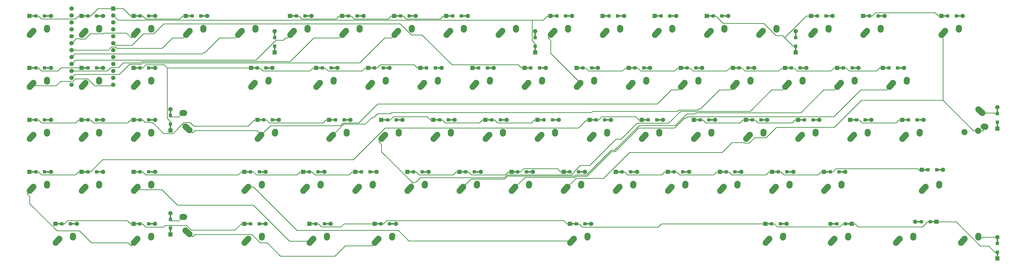
<source format=gtl>
G04 #@! TF.GenerationSoftware,KiCad,Pcbnew,5.1.6*
G04 #@! TF.CreationDate,2020-07-30T11:30:43-04:00*
G04 #@! TF.ProjectId,southpawpcb,736f7574-6870-4617-9770-63622e6b6963,rev?*
G04 #@! TF.SameCoordinates,Original*
G04 #@! TF.FileFunction,Copper,L1,Top*
G04 #@! TF.FilePolarity,Positive*
%FSLAX46Y46*%
G04 Gerber Fmt 4.6, Leading zero omitted, Abs format (unit mm)*
G04 Created by KiCad (PCBNEW 5.1.6) date 2020-07-30 11:30:43*
%MOMM*%
%LPD*%
G01*
G04 APERTURE LIST*
G04 #@! TA.AperFunction,ComponentPad*
%ADD10R,1.600000X1.600000*%
G04 #@! TD*
G04 #@! TA.AperFunction,ComponentPad*
%ADD11C,1.600000*%
G04 #@! TD*
G04 #@! TA.AperFunction,ComponentPad*
%ADD12C,2.250000*%
G04 #@! TD*
G04 #@! TA.AperFunction,Conductor*
%ADD13R,2.500000X0.500000*%
G04 #@! TD*
G04 #@! TA.AperFunction,SMDPad,CuDef*
%ADD14R,1.200000X1.200000*%
G04 #@! TD*
G04 #@! TA.AperFunction,Conductor*
%ADD15R,0.500000X2.500000*%
G04 #@! TD*
G04 #@! TA.AperFunction,Conductor*
%ADD16C,0.250000*%
G04 #@! TD*
G04 APERTURE END LIST*
D10*
G04 #@! TO.P,U1,1*
G04 #@! TO.N,Net-(D1-Pad1)*
X50582500Y23457600D03*
D11*
G04 #@! TO.P,U1,2*
G04 #@! TO.N,Net-(D10-Pad1)*
X50582500Y20917600D03*
G04 #@! TO.P,U1,3*
G04 #@! TO.N,Net-(U1-Pad3)*
X50582500Y18377600D03*
G04 #@! TO.P,U1,4*
G04 #@! TO.N,Net-(U1-Pad4)*
X50582500Y15837600D03*
G04 #@! TO.P,U1,5*
G04 #@! TO.N,Net-(D19-Pad1)*
X50582500Y13297600D03*
G04 #@! TO.P,U1,6*
G04 #@! TO.N,Net-(D28-Pad1)*
X50582500Y10757600D03*
G04 #@! TO.P,U1,7*
G04 #@! TO.N,Net-(D37-Pad1)*
X50582500Y8217600D03*
G04 #@! TO.P,U1,8*
G04 #@! TO.N,Net-(D46-Pad1)*
X50582500Y5677600D03*
G04 #@! TO.P,U1,9*
G04 #@! TO.N,Net-(D55-Pad1)*
X50582500Y3137600D03*
G04 #@! TO.P,U1,10*
G04 #@! TO.N,Net-(D64-Pad1)*
X50582500Y597600D03*
G04 #@! TO.P,U1,11*
G04 #@! TO.N,Net-(D73-Pad1)*
X50582500Y-1942400D03*
G04 #@! TO.P,U1,12*
G04 #@! TO.N,Net-(K1-Pad1)*
X50582500Y-4482400D03*
G04 #@! TO.P,U1,13*
G04 #@! TO.N,Net-(K18-Pad1)*
X35342500Y-4482400D03*
G04 #@! TO.P,U1,14*
G04 #@! TO.N,Net-(K17-Pad1)*
X35342500Y-1942400D03*
G04 #@! TO.P,U1,15*
G04 #@! TO.N,Net-(K16-Pad1)*
X35342500Y597600D03*
G04 #@! TO.P,U1,16*
G04 #@! TO.N,Net-(K15-Pad1)*
X35342500Y3137600D03*
G04 #@! TO.P,U1,17*
G04 #@! TO.N,Net-(K14-Pad1)*
X35342500Y5677600D03*
G04 #@! TO.P,U1,18*
G04 #@! TO.N,Net-(K13-Pad1)*
X35342500Y8217600D03*
G04 #@! TO.P,U1,19*
G04 #@! TO.N,Net-(K12-Pad1)*
X35342500Y10757600D03*
G04 #@! TO.P,U1,20*
G04 #@! TO.N,Net-(K11-Pad1)*
X35342500Y13297600D03*
G04 #@! TO.P,U1,21*
G04 #@! TO.N,Net-(U1-Pad21)*
X35342500Y15837600D03*
G04 #@! TO.P,U1,22*
G04 #@! TO.N,Net-(SW1-Pad2)*
X35342500Y18377600D03*
G04 #@! TO.P,U1,23*
G04 #@! TO.N,Net-(SW1-Pad1)*
X35342500Y20917600D03*
G04 #@! TO.P,U1,24*
G04 #@! TO.N,Net-(U1-Pad24)*
X35342500Y23457600D03*
G04 #@! TD*
G04 #@! TO.P,K46,2*
G04 #@! TO.N,Net-(D46-Pad2)*
G04 #@! TA.AperFunction,ComponentPad*
G36*
G01*
X231065597Y-23522334D02*
X231065597Y-23522334D01*
G75*
G02*
X230020666Y-22322597I77403J1122334D01*
G01*
X230060666Y-21742597D01*
G75*
G02*
X231260403Y-20697666I1122334J-77403D01*
G01*
X231260403Y-20697666D01*
G75*
G02*
X232305334Y-21897403I-77403J-1122334D01*
G01*
X232265334Y-22477403D01*
G75*
G02*
X231065597Y-23522334I-1122334J77403D01*
G01*
G37*
G04 #@! TD.AperFunction*
D12*
X231183000Y-21820000D03*
G04 #@! TO.P,K46,1*
G04 #@! TO.N,Net-(K1-Pad1)*
G04 #@! TA.AperFunction,ComponentPad*
G36*
G01*
X224081683Y-25197345D02*
X224081683Y-25197345D01*
G75*
G02*
X223995655Y-23608683I751317J837345D01*
G01*
X225305657Y-22148683D01*
G75*
G02*
X226894319Y-22062655I837345J-751317D01*
G01*
X226894319Y-22062655D01*
G75*
G02*
X226980347Y-23651317I-751317J-837345D01*
G01*
X225670345Y-25111317D01*
G75*
G02*
X224081683Y-25197345I-837345J751317D01*
G01*
G37*
G04 #@! TD.AperFunction*
X226143000Y-22900000D03*
G04 #@! TD*
D13*
G04 #@! TO.N,Net-(D1-Pad1)*
G04 #@! TO.C,D7*
X135456000Y20725000D03*
D14*
G04 #@! TD*
G04 #@! TO.P,D7,1*
G04 #@! TO.N,Net-(D1-Pad1)*
X136581000Y20725000D03*
G04 #@! TO.P,D7,2*
G04 #@! TO.N,Net-(D7-Pad2)*
X139731000Y20725000D03*
D13*
G04 #@! TD*
G04 #@! TO.N,Net-(D7-Pad2)*
G04 #@! TO.C,D7*
X140856000Y20725000D03*
D10*
G04 #@! TO.P,D7,1*
G04 #@! TO.N,Net-(D1-Pad1)*
X134256000Y20725000D03*
D11*
G04 #@! TO.P,D7,2*
G04 #@! TO.N,Net-(D7-Pad2)*
X142056000Y20725000D03*
G04 #@! TD*
G04 #@! TO.P,K65,2*
G04 #@! TO.N,Net-(D65-Pad2)*
G04 #@! TA.AperFunction,ComponentPad*
G36*
G01*
X259641597Y-42572334D02*
X259641597Y-42572334D01*
G75*
G02*
X258596666Y-41372597I77403J1122334D01*
G01*
X258636666Y-40792597D01*
G75*
G02*
X259836403Y-39747666I1122334J-77403D01*
G01*
X259836403Y-39747666D01*
G75*
G02*
X260881334Y-40947403I-77403J-1122334D01*
G01*
X260841334Y-41527403D01*
G75*
G02*
X259641597Y-42572334I-1122334J77403D01*
G01*
G37*
G04 #@! TD.AperFunction*
D12*
X259759000Y-40870000D03*
G04 #@! TO.P,K65,1*
G04 #@! TO.N,Net-(K11-Pad1)*
G04 #@! TA.AperFunction,ComponentPad*
G36*
G01*
X252657683Y-44247345D02*
X252657683Y-44247345D01*
G75*
G02*
X252571655Y-42658683I751317J837345D01*
G01*
X253881657Y-41198683D01*
G75*
G02*
X255470319Y-41112655I837345J-751317D01*
G01*
X255470319Y-41112655D01*
G75*
G02*
X255556347Y-42701317I-751317J-837345D01*
G01*
X254246345Y-44161317D01*
G75*
G02*
X252657683Y-44247345I-837345J751317D01*
G01*
G37*
G04 #@! TD.AperFunction*
X254719000Y-41950000D03*
G04 #@! TD*
D11*
G04 #@! TO.P,D48,2*
G04 #@! TO.N,Net-(D48-Pad2)*
X270643000Y-17375000D03*
D10*
G04 #@! TO.P,D48,1*
G04 #@! TO.N,Net-(D46-Pad1)*
X262843000Y-17375000D03*
D13*
G04 #@! TD*
G04 #@! TO.N,Net-(D48-Pad2)*
G04 #@! TO.C,D48*
X269443000Y-17375000D03*
D14*
G04 #@! TO.P,D48,2*
G04 #@! TO.N,Net-(D48-Pad2)*
X268318000Y-17375000D03*
G04 #@! TO.P,D48,1*
G04 #@! TO.N,Net-(D46-Pad1)*
X265168000Y-17375000D03*
D13*
G04 #@! TD*
G04 #@! TO.N,Net-(D46-Pad1)*
G04 #@! TO.C,D48*
X264043000Y-17375000D03*
G04 #@! TO.P,K77,2*
G04 #@! TO.N,Net-(D77-Pad2)*
G04 #@! TA.AperFunction,ComponentPad*
G36*
G01*
X319172597Y-61622334D02*
X319172597Y-61622334D01*
G75*
G02*
X318127666Y-60422597I77403J1122334D01*
G01*
X318167666Y-59842597D01*
G75*
G02*
X319367403Y-58797666I1122334J-77403D01*
G01*
X319367403Y-58797666D01*
G75*
G02*
X320412334Y-59997403I-77403J-1122334D01*
G01*
X320372334Y-60577403D01*
G75*
G02*
X319172597Y-61622334I-1122334J77403D01*
G01*
G37*
G04 #@! TD.AperFunction*
D12*
X319290000Y-59920000D03*
G04 #@! TO.P,K77,1*
G04 #@! TO.N,Net-(K14-Pad1)*
G04 #@! TA.AperFunction,ComponentPad*
G36*
G01*
X312188683Y-63297345D02*
X312188683Y-63297345D01*
G75*
G02*
X312102655Y-61708683I751317J837345D01*
G01*
X313412657Y-60248683D01*
G75*
G02*
X315001319Y-60162655I837345J-751317D01*
G01*
X315001319Y-60162655D01*
G75*
G02*
X315087347Y-61751317I-751317J-837345D01*
G01*
X313777345Y-63211317D01*
G75*
G02*
X312188683Y-63297345I-837345J751317D01*
G01*
G37*
G04 #@! TD.AperFunction*
X314250000Y-61000000D03*
G04 #@! TD*
D13*
G04 #@! TO.N,Net-(D64-Pad1)*
G04 #@! TO.C,D72*
X99694000Y-55475000D03*
D14*
G04 #@! TD*
G04 #@! TO.P,D72,1*
G04 #@! TO.N,Net-(D64-Pad1)*
X100819000Y-55475000D03*
G04 #@! TO.P,D72,2*
G04 #@! TO.N,Net-(D72-Pad2)*
X103969000Y-55475000D03*
D13*
G04 #@! TD*
G04 #@! TO.N,Net-(D72-Pad2)*
G04 #@! TO.C,D72*
X105094000Y-55475000D03*
D10*
G04 #@! TO.P,D72,1*
G04 #@! TO.N,Net-(D64-Pad1)*
X98494000Y-55475000D03*
D11*
G04 #@! TO.P,D72,2*
G04 #@! TO.N,Net-(D72-Pad2)*
X106294000Y-55475000D03*
G04 #@! TD*
D12*
G04 #@! TO.P,K59,1*
G04 #@! TO.N,Net-(K14-Pad1)*
X140419000Y-41950000D03*
G04 #@! TA.AperFunction,ComponentPad*
G36*
G01*
X138357683Y-44247345D02*
X138357683Y-44247345D01*
G75*
G02*
X138271655Y-42658683I751317J837345D01*
G01*
X139581657Y-41198683D01*
G75*
G02*
X141170319Y-41112655I837345J-751317D01*
G01*
X141170319Y-41112655D01*
G75*
G02*
X141256347Y-42701317I-751317J-837345D01*
G01*
X139946345Y-44161317D01*
G75*
G02*
X138357683Y-44247345I-837345J751317D01*
G01*
G37*
G04 #@! TD.AperFunction*
G04 #@! TO.P,K59,2*
G04 #@! TO.N,Net-(D59-Pad2)*
X145459000Y-40870000D03*
G04 #@! TA.AperFunction,ComponentPad*
G36*
G01*
X145341597Y-42572334D02*
X145341597Y-42572334D01*
G75*
G02*
X144296666Y-41372597I77403J1122334D01*
G01*
X144336666Y-40792597D01*
G75*
G02*
X145536403Y-39747666I1122334J-77403D01*
G01*
X145536403Y-39747666D01*
G75*
G02*
X146581334Y-40947403I-77403J-1122334D01*
G01*
X146541334Y-41527403D01*
G75*
G02*
X145341597Y-42572334I-1122334J77403D01*
G01*
G37*
G04 #@! TD.AperFunction*
G04 #@! TD*
D13*
G04 #@! TO.N,Net-(D37-Pad1)*
G04 #@! TO.C,D39*
X59256200Y-17375000D03*
D14*
G04 #@! TD*
G04 #@! TO.P,D39,1*
G04 #@! TO.N,Net-(D37-Pad1)*
X60381200Y-17375000D03*
G04 #@! TO.P,D39,2*
G04 #@! TO.N,Net-(D39-Pad2)*
X63531200Y-17375000D03*
D13*
G04 #@! TD*
G04 #@! TO.N,Net-(D39-Pad2)*
G04 #@! TO.C,D39*
X64656200Y-17375000D03*
D10*
G04 #@! TO.P,D39,1*
G04 #@! TO.N,Net-(D37-Pad1)*
X58056200Y-17375000D03*
D11*
G04 #@! TO.P,D39,2*
G04 #@! TO.N,Net-(D39-Pad2)*
X65856200Y-17375000D03*
G04 #@! TD*
D12*
G04 #@! TO.P,K25,1*
G04 #@! TO.N,Net-(K16-Pad1)*
X145181000Y-3850000D03*
G04 #@! TA.AperFunction,ComponentPad*
G36*
G01*
X143119683Y-6147345D02*
X143119683Y-6147345D01*
G75*
G02*
X143033655Y-4558683I751317J837345D01*
G01*
X144343657Y-3098683D01*
G75*
G02*
X145932319Y-3012655I837345J-751317D01*
G01*
X145932319Y-3012655D01*
G75*
G02*
X146018347Y-4601317I-751317J-837345D01*
G01*
X144708345Y-6061317D01*
G75*
G02*
X143119683Y-6147345I-837345J751317D01*
G01*
G37*
G04 #@! TD.AperFunction*
G04 #@! TO.P,K25,2*
G04 #@! TO.N,Net-(D25-Pad2)*
X150221000Y-2770000D03*
G04 #@! TA.AperFunction,ComponentPad*
G36*
G01*
X150103597Y-4472334D02*
X150103597Y-4472334D01*
G75*
G02*
X149058666Y-3272597I77403J1122334D01*
G01*
X149098666Y-2692597D01*
G75*
G02*
X150298403Y-1647666I1122334J-77403D01*
G01*
X150298403Y-1647666D01*
G75*
G02*
X151343334Y-2847403I-77403J-1122334D01*
G01*
X151303334Y-3427403D01*
G75*
G02*
X150103597Y-4472334I-1122334J77403D01*
G01*
G37*
G04 #@! TD.AperFunction*
G04 #@! TD*
G04 #@! TO.P,K8,2*
G04 #@! TO.N,Net-(D8-Pad2)*
G04 #@! TA.AperFunction,ComponentPad*
G36*
G01*
X159628597Y14577666D02*
X159628597Y14577666D01*
G75*
G02*
X158583666Y15777403I77403J1122334D01*
G01*
X158623666Y16357403D01*
G75*
G02*
X159823403Y17402334I1122334J-77403D01*
G01*
X159823403Y17402334D01*
G75*
G02*
X160868334Y16202597I-77403J-1122334D01*
G01*
X160828334Y15622597D01*
G75*
G02*
X159628597Y14577666I-1122334J77403D01*
G01*
G37*
G04 #@! TD.AperFunction*
X159746000Y16280000D03*
G04 #@! TO.P,K8,1*
G04 #@! TO.N,Net-(K17-Pad1)*
G04 #@! TA.AperFunction,ComponentPad*
G36*
G01*
X152644683Y12902655D02*
X152644683Y12902655D01*
G75*
G02*
X152558655Y14491317I751317J837345D01*
G01*
X153868657Y15951317D01*
G75*
G02*
X155457319Y16037345I837345J-751317D01*
G01*
X155457319Y16037345D01*
G75*
G02*
X155543347Y14448683I-751317J-837345D01*
G01*
X154233345Y12988683D01*
G75*
G02*
X152644683Y12902655I-837345J751317D01*
G01*
G37*
G04 #@! TD.AperFunction*
X154706000Y15200000D03*
G04 #@! TD*
D11*
G04 #@! TO.P,D2,2*
G04 #@! TO.N,Net-(D2-Pad2)*
X46806200Y20725000D03*
D10*
G04 #@! TO.P,D2,1*
G04 #@! TO.N,Net-(D1-Pad1)*
X39006200Y20725000D03*
D13*
G04 #@! TD*
G04 #@! TO.N,Net-(D2-Pad2)*
G04 #@! TO.C,D2*
X45606200Y20725000D03*
D14*
G04 #@! TO.P,D2,2*
G04 #@! TO.N,Net-(D2-Pad2)*
X44481200Y20725000D03*
G04 #@! TO.P,D2,1*
G04 #@! TO.N,Net-(D1-Pad1)*
X41331200Y20725000D03*
D13*
G04 #@! TD*
G04 #@! TO.N,Net-(D1-Pad1)*
G04 #@! TO.C,D2*
X40206200Y20725000D03*
D11*
G04 #@! TO.P,D50,2*
G04 #@! TO.N,Net-(D50-Pad2)*
X308743000Y-17375000D03*
D10*
G04 #@! TO.P,D50,1*
G04 #@! TO.N,Net-(D46-Pad1)*
X300943000Y-17375000D03*
D13*
G04 #@! TD*
G04 #@! TO.N,Net-(D50-Pad2)*
G04 #@! TO.C,D50*
X307543000Y-17375000D03*
D14*
G04 #@! TO.P,D50,2*
G04 #@! TO.N,Net-(D50-Pad2)*
X306418000Y-17375000D03*
G04 #@! TO.P,D50,1*
G04 #@! TO.N,Net-(D46-Pad1)*
X303268000Y-17375000D03*
D13*
G04 #@! TD*
G04 #@! TO.N,Net-(D46-Pad1)*
G04 #@! TO.C,D50*
X302143000Y-17375000D03*
G04 #@! TO.P,K28,2*
G04 #@! TO.N,Net-(D28-Pad2)*
G04 #@! TA.AperFunction,ComponentPad*
G36*
G01*
X207253597Y-4472334D02*
X207253597Y-4472334D01*
G75*
G02*
X206208666Y-3272597I77403J1122334D01*
G01*
X206248666Y-2692597D01*
G75*
G02*
X207448403Y-1647666I1122334J-77403D01*
G01*
X207448403Y-1647666D01*
G75*
G02*
X208493334Y-2847403I-77403J-1122334D01*
G01*
X208453334Y-3427403D01*
G75*
G02*
X207253597Y-4472334I-1122334J77403D01*
G01*
G37*
G04 #@! TD.AperFunction*
D12*
X207371000Y-2770000D03*
G04 #@! TO.P,K28,1*
G04 #@! TO.N,Net-(K1-Pad1)*
G04 #@! TA.AperFunction,ComponentPad*
G36*
G01*
X200269683Y-6147345D02*
X200269683Y-6147345D01*
G75*
G02*
X200183655Y-4558683I751317J837345D01*
G01*
X201493657Y-3098683D01*
G75*
G02*
X203082319Y-3012655I837345J-751317D01*
G01*
X203082319Y-3012655D01*
G75*
G02*
X203168347Y-4601317I-751317J-837345D01*
G01*
X201858345Y-6061317D01*
G75*
G02*
X200269683Y-6147345I-837345J751317D01*
G01*
G37*
G04 #@! TD.AperFunction*
X202331000Y-3850000D03*
G04 #@! TD*
D13*
G04 #@! TO.N,Net-(D19-Pad1)*
G04 #@! TO.C,D21*
X59256200Y1675000D03*
D14*
G04 #@! TD*
G04 #@! TO.P,D21,1*
G04 #@! TO.N,Net-(D19-Pad1)*
X60381200Y1675000D03*
G04 #@! TO.P,D21,2*
G04 #@! TO.N,Net-(D21-Pad2)*
X63531200Y1675000D03*
D13*
G04 #@! TD*
G04 #@! TO.N,Net-(D21-Pad2)*
G04 #@! TO.C,D21*
X64656200Y1675000D03*
D10*
G04 #@! TO.P,D21,1*
G04 #@! TO.N,Net-(D19-Pad1)*
X58056200Y1675000D03*
D11*
G04 #@! TO.P,D21,2*
G04 #@! TO.N,Net-(D21-Pad2)*
X65856200Y1675000D03*
G04 #@! TD*
G04 #@! TO.P,D53,2*
G04 #@! TO.N,Net-(D53-Pad2)*
X27756200Y-36425000D03*
D10*
G04 #@! TO.P,D53,1*
G04 #@! TO.N,Net-(D46-Pad1)*
X19956200Y-36425000D03*
D13*
G04 #@! TD*
G04 #@! TO.N,Net-(D53-Pad2)*
G04 #@! TO.C,D53*
X26556200Y-36425000D03*
D14*
G04 #@! TO.P,D53,2*
G04 #@! TO.N,Net-(D53-Pad2)*
X25431200Y-36425000D03*
G04 #@! TO.P,D53,1*
G04 #@! TO.N,Net-(D46-Pad1)*
X22281200Y-36425000D03*
D13*
G04 #@! TD*
G04 #@! TO.N,Net-(D46-Pad1)*
G04 #@! TO.C,D53*
X21156200Y-36425000D03*
D11*
G04 #@! TO.P,D26,2*
G04 #@! TO.N,Net-(D26-Pad2)*
X170631000Y1675000D03*
D10*
G04 #@! TO.P,D26,1*
G04 #@! TO.N,Net-(D19-Pad1)*
X162831000Y1675000D03*
D13*
G04 #@! TD*
G04 #@! TO.N,Net-(D26-Pad2)*
G04 #@! TO.C,D26*
X169431000Y1675000D03*
D14*
G04 #@! TO.P,D26,2*
G04 #@! TO.N,Net-(D26-Pad2)*
X168306000Y1675000D03*
G04 #@! TO.P,D26,1*
G04 #@! TO.N,Net-(D19-Pad1)*
X165156000Y1675000D03*
D13*
G04 #@! TD*
G04 #@! TO.N,Net-(D19-Pad1)*
G04 #@! TO.C,D26*
X164031000Y1675000D03*
G04 #@! TO.N,Net-(D55-Pad1)*
G04 #@! TO.C,D60*
X159269000Y-36425000D03*
D14*
G04 #@! TD*
G04 #@! TO.P,D60,1*
G04 #@! TO.N,Net-(D55-Pad1)*
X160394000Y-36425000D03*
G04 #@! TO.P,D60,2*
G04 #@! TO.N,Net-(D60-Pad2)*
X163544000Y-36425000D03*
D13*
G04 #@! TD*
G04 #@! TO.N,Net-(D60-Pad2)*
G04 #@! TO.C,D60*
X164669000Y-36425000D03*
D10*
G04 #@! TO.P,D60,1*
G04 #@! TO.N,Net-(D55-Pad1)*
X158069000Y-36425000D03*
D11*
G04 #@! TO.P,D60,2*
G04 #@! TO.N,Net-(D60-Pad2)*
X165869000Y-36425000D03*
G04 #@! TD*
G04 #@! TO.P,D42,2*
G04 #@! TO.N,Net-(D42-Pad2)*
X156343000Y-17375000D03*
D10*
G04 #@! TO.P,D42,1*
G04 #@! TO.N,Net-(D37-Pad1)*
X148543000Y-17375000D03*
D13*
G04 #@! TD*
G04 #@! TO.N,Net-(D42-Pad2)*
G04 #@! TO.C,D42*
X155143000Y-17375000D03*
D14*
G04 #@! TO.P,D42,2*
G04 #@! TO.N,Net-(D42-Pad2)*
X154018000Y-17375000D03*
G04 #@! TO.P,D42,1*
G04 #@! TO.N,Net-(D37-Pad1)*
X150868000Y-17375000D03*
D13*
G04 #@! TD*
G04 #@! TO.N,Net-(D37-Pad1)*
G04 #@! TO.C,D42*
X149743000Y-17375000D03*
D11*
G04 #@! TO.P,D4,2*
G04 #@! TO.N,Net-(D4-Pad2)*
X84906200Y20725000D03*
D10*
G04 #@! TO.P,D4,1*
G04 #@! TO.N,Net-(D1-Pad1)*
X77106200Y20725000D03*
D13*
G04 #@! TD*
G04 #@! TO.N,Net-(D4-Pad2)*
G04 #@! TO.C,D4*
X83706200Y20725000D03*
D14*
G04 #@! TO.P,D4,2*
G04 #@! TO.N,Net-(D4-Pad2)*
X82581200Y20725000D03*
G04 #@! TO.P,D4,1*
G04 #@! TO.N,Net-(D1-Pad1)*
X79431200Y20725000D03*
D13*
G04 #@! TD*
G04 #@! TO.N,Net-(D1-Pad1)*
G04 #@! TO.C,D4*
X78306200Y20725000D03*
G04 #@! TO.P,K27,2*
G04 #@! TO.N,Net-(D27-Pad2)*
G04 #@! TA.AperFunction,ComponentPad*
G36*
G01*
X188203597Y-4472334D02*
X188203597Y-4472334D01*
G75*
G02*
X187158666Y-3272597I77403J1122334D01*
G01*
X187198666Y-2692597D01*
G75*
G02*
X188398403Y-1647666I1122334J-77403D01*
G01*
X188398403Y-1647666D01*
G75*
G02*
X189443334Y-2847403I-77403J-1122334D01*
G01*
X189403334Y-3427403D01*
G75*
G02*
X188203597Y-4472334I-1122334J77403D01*
G01*
G37*
G04 #@! TD.AperFunction*
D12*
X188321000Y-2770000D03*
G04 #@! TO.P,K27,1*
G04 #@! TO.N,Net-(K18-Pad1)*
G04 #@! TA.AperFunction,ComponentPad*
G36*
G01*
X181219683Y-6147345D02*
X181219683Y-6147345D01*
G75*
G02*
X181133655Y-4558683I751317J837345D01*
G01*
X182443657Y-3098683D01*
G75*
G02*
X184032319Y-3012655I837345J-751317D01*
G01*
X184032319Y-3012655D01*
G75*
G02*
X184118347Y-4601317I-751317J-837345D01*
G01*
X182808345Y-6061317D01*
G75*
G02*
X181219683Y-6147345I-837345J751317D01*
G01*
G37*
G04 #@! TD.AperFunction*
X183281000Y-3850000D03*
G04 #@! TD*
D13*
G04 #@! TO.N,Net-(D1-Pad1)*
G04 #@! TO.C,D3*
X59256200Y20725000D03*
D14*
G04 #@! TD*
G04 #@! TO.P,D3,1*
G04 #@! TO.N,Net-(D1-Pad1)*
X60381200Y20725000D03*
G04 #@! TO.P,D3,2*
G04 #@! TO.N,Net-(D3-Pad2)*
X63531200Y20725000D03*
D13*
G04 #@! TD*
G04 #@! TO.N,Net-(D3-Pad2)*
G04 #@! TO.C,D3*
X64656200Y20725000D03*
D10*
G04 #@! TO.P,D3,1*
G04 #@! TO.N,Net-(D1-Pad1)*
X58056200Y20725000D03*
D11*
G04 #@! TO.P,D3,2*
G04 #@! TO.N,Net-(D3-Pad2)*
X65856200Y20725000D03*
G04 #@! TD*
G04 #@! TO.P,K5,2*
G04 #@! TO.N,Net-(D5-Pad2)*
G04 #@! TA.AperFunction,ComponentPad*
G36*
G01*
X102478597Y14577666D02*
X102478597Y14577666D01*
G75*
G02*
X101433666Y15777403I77403J1122334D01*
G01*
X101473666Y16357403D01*
G75*
G02*
X102673403Y17402334I1122334J-77403D01*
G01*
X102673403Y17402334D01*
G75*
G02*
X103718334Y16202597I-77403J-1122334D01*
G01*
X103678334Y15622597D01*
G75*
G02*
X102478597Y14577666I-1122334J77403D01*
G01*
G37*
G04 #@! TD.AperFunction*
D12*
X102596000Y16280000D03*
G04 #@! TO.P,K5,1*
G04 #@! TO.N,Net-(K14-Pad1)*
G04 #@! TA.AperFunction,ComponentPad*
G36*
G01*
X95494683Y12902655D02*
X95494683Y12902655D01*
G75*
G02*
X95408655Y14491317I751317J837345D01*
G01*
X96718657Y15951317D01*
G75*
G02*
X98307319Y16037345I837345J-751317D01*
G01*
X98307319Y16037345D01*
G75*
G02*
X98393347Y14448683I-751317J-837345D01*
G01*
X97083345Y12988683D01*
G75*
G02*
X95494683Y12902655I-837345J751317D01*
G01*
G37*
G04 #@! TD.AperFunction*
X97556000Y15200000D03*
G04 #@! TD*
G04 #@! TO.P,K64,1*
G04 #@! TO.N,Net-(K1-Pad1)*
X235669000Y-41950000D03*
G04 #@! TA.AperFunction,ComponentPad*
G36*
G01*
X233607683Y-44247345D02*
X233607683Y-44247345D01*
G75*
G02*
X233521655Y-42658683I751317J837345D01*
G01*
X234831657Y-41198683D01*
G75*
G02*
X236420319Y-41112655I837345J-751317D01*
G01*
X236420319Y-41112655D01*
G75*
G02*
X236506347Y-42701317I-751317J-837345D01*
G01*
X235196345Y-44161317D01*
G75*
G02*
X233607683Y-44247345I-837345J751317D01*
G01*
G37*
G04 #@! TD.AperFunction*
G04 #@! TO.P,K64,2*
G04 #@! TO.N,Net-(D64-Pad2)*
X240709000Y-40870000D03*
G04 #@! TA.AperFunction,ComponentPad*
G36*
G01*
X240591597Y-42572334D02*
X240591597Y-42572334D01*
G75*
G02*
X239546666Y-41372597I77403J1122334D01*
G01*
X239586666Y-40792597D01*
G75*
G02*
X240786403Y-39747666I1122334J-77403D01*
G01*
X240786403Y-39747666D01*
G75*
G02*
X241831334Y-40947403I-77403J-1122334D01*
G01*
X241791334Y-41527403D01*
G75*
G02*
X240591597Y-42572334I-1122334J77403D01*
G01*
G37*
G04 #@! TD.AperFunction*
G04 #@! TD*
D13*
G04 #@! TO.N,Net-(D19-Pad1)*
G04 #@! TO.C,D25*
X144981000Y1675000D03*
D14*
G04 #@! TD*
G04 #@! TO.P,D25,1*
G04 #@! TO.N,Net-(D19-Pad1)*
X146106000Y1675000D03*
G04 #@! TO.P,D25,2*
G04 #@! TO.N,Net-(D25-Pad2)*
X149256000Y1675000D03*
D13*
G04 #@! TD*
G04 #@! TO.N,Net-(D25-Pad2)*
G04 #@! TO.C,D25*
X150381000Y1675000D03*
D10*
G04 #@! TO.P,D25,1*
G04 #@! TO.N,Net-(D19-Pad1)*
X143781000Y1675000D03*
D11*
G04 #@! TO.P,D25,2*
G04 #@! TO.N,Net-(D25-Pad2)*
X151581000Y1675000D03*
G04 #@! TD*
G04 #@! TO.P,D71,2*
G04 #@! TO.N,Net-(D71-Pad2)*
X65812500Y-55475000D03*
D10*
G04 #@! TO.P,D71,1*
G04 #@! TO.N,Net-(D64-Pad1)*
X58012500Y-55475000D03*
D13*
G04 #@! TD*
G04 #@! TO.N,Net-(D71-Pad2)*
G04 #@! TO.C,D71*
X64612500Y-55475000D03*
D14*
G04 #@! TO.P,D71,2*
G04 #@! TO.N,Net-(D71-Pad2)*
X63487500Y-55475000D03*
G04 #@! TO.P,D71,1*
G04 #@! TO.N,Net-(D64-Pad1)*
X60337500Y-55475000D03*
D13*
G04 #@! TD*
G04 #@! TO.N,Net-(D64-Pad1)*
G04 #@! TO.C,D71*
X59212500Y-55475000D03*
D12*
G04 #@! TO.P,K67,1*
G04 #@! TO.N,Net-(K13-Pad1)*
X292819000Y-41950000D03*
G04 #@! TA.AperFunction,ComponentPad*
G36*
G01*
X290757683Y-44247345D02*
X290757683Y-44247345D01*
G75*
G02*
X290671655Y-42658683I751317J837345D01*
G01*
X291981657Y-41198683D01*
G75*
G02*
X293570319Y-41112655I837345J-751317D01*
G01*
X293570319Y-41112655D01*
G75*
G02*
X293656347Y-42701317I-751317J-837345D01*
G01*
X292346345Y-44161317D01*
G75*
G02*
X290757683Y-44247345I-837345J751317D01*
G01*
G37*
G04 #@! TD.AperFunction*
G04 #@! TO.P,K67,2*
G04 #@! TO.N,Net-(D67-Pad2)*
X297859000Y-40870000D03*
G04 #@! TA.AperFunction,ComponentPad*
G36*
G01*
X297741597Y-42572334D02*
X297741597Y-42572334D01*
G75*
G02*
X296696666Y-41372597I77403J1122334D01*
G01*
X296736666Y-40792597D01*
G75*
G02*
X297936403Y-39747666I1122334J-77403D01*
G01*
X297936403Y-39747666D01*
G75*
G02*
X298981334Y-40947403I-77403J-1122334D01*
G01*
X298941334Y-41527403D01*
G75*
G02*
X297741597Y-42572334I-1122334J77403D01*
G01*
G37*
G04 #@! TD.AperFunction*
G04 #@! TD*
D11*
G04 #@! TO.P,D78,2*
G04 #@! TO.N,Net-(D78-Pad2)*
X343762000Y-54768800D03*
D10*
G04 #@! TO.P,D78,1*
G04 #@! TO.N,Net-(D73-Pad1)*
X351562000Y-54768800D03*
D13*
G04 #@! TD*
G04 #@! TO.N,Net-(D78-Pad2)*
G04 #@! TO.C,D78*
X344962000Y-54768800D03*
D14*
G04 #@! TO.P,D78,2*
G04 #@! TO.N,Net-(D78-Pad2)*
X346087000Y-54768800D03*
G04 #@! TO.P,D78,1*
G04 #@! TO.N,Net-(D73-Pad1)*
X349237000Y-54768800D03*
D13*
G04 #@! TD*
G04 #@! TO.N,Net-(D73-Pad1)*
G04 #@! TO.C,D78*
X350362000Y-54768800D03*
D11*
G04 #@! TO.P,D77,2*
G04 #@! TO.N,Net-(D77-Pad2)*
X312806000Y-55475000D03*
D10*
G04 #@! TO.P,D77,1*
G04 #@! TO.N,Net-(D73-Pad1)*
X320606000Y-55475000D03*
D13*
G04 #@! TD*
G04 #@! TO.N,Net-(D77-Pad2)*
G04 #@! TO.C,D77*
X314006000Y-55475000D03*
D14*
G04 #@! TO.P,D77,2*
G04 #@! TO.N,Net-(D77-Pad2)*
X315131000Y-55475000D03*
G04 #@! TO.P,D77,1*
G04 #@! TO.N,Net-(D73-Pad1)*
X318281000Y-55475000D03*
D13*
G04 #@! TD*
G04 #@! TO.N,Net-(D73-Pad1)*
G04 #@! TO.C,D77*
X319406000Y-55475000D03*
G04 #@! TO.N,Net-(D37-Pad1)*
G04 #@! TO.C,D45*
X206893000Y-17375000D03*
D14*
G04 #@! TD*
G04 #@! TO.P,D45,1*
G04 #@! TO.N,Net-(D37-Pad1)*
X208018000Y-17375000D03*
G04 #@! TO.P,D45,2*
G04 #@! TO.N,Net-(D45-Pad2)*
X211168000Y-17375000D03*
D13*
G04 #@! TD*
G04 #@! TO.N,Net-(D45-Pad2)*
G04 #@! TO.C,D45*
X212293000Y-17375000D03*
D10*
G04 #@! TO.P,D45,1*
G04 #@! TO.N,Net-(D37-Pad1)*
X205693000Y-17375000D03*
D11*
G04 #@! TO.P,D45,2*
G04 #@! TO.N,Net-(D45-Pad2)*
X213493000Y-17375000D03*
G04 #@! TD*
G04 #@! TO.P,D16,2*
G04 #@! TO.N,Net-(D16-Pad2)*
X313506000Y20725000D03*
D10*
G04 #@! TO.P,D16,1*
G04 #@! TO.N,Net-(D10-Pad1)*
X305706000Y20725000D03*
D13*
G04 #@! TD*
G04 #@! TO.N,Net-(D16-Pad2)*
G04 #@! TO.C,D16*
X312306000Y20725000D03*
D14*
G04 #@! TO.P,D16,2*
G04 #@! TO.N,Net-(D16-Pad2)*
X311181000Y20725000D03*
G04 #@! TO.P,D16,1*
G04 #@! TO.N,Net-(D10-Pad1)*
X308031000Y20725000D03*
D13*
G04 #@! TD*
G04 #@! TO.N,Net-(D10-Pad1)*
G04 #@! TO.C,D16*
X306906000Y20725000D03*
G04 #@! TO.P,K26,2*
G04 #@! TO.N,Net-(D26-Pad2)*
G04 #@! TA.AperFunction,ComponentPad*
G36*
G01*
X169153597Y-4472334D02*
X169153597Y-4472334D01*
G75*
G02*
X168108666Y-3272597I77403J1122334D01*
G01*
X168148666Y-2692597D01*
G75*
G02*
X169348403Y-1647666I1122334J-77403D01*
G01*
X169348403Y-1647666D01*
G75*
G02*
X170393334Y-2847403I-77403J-1122334D01*
G01*
X170353334Y-3427403D01*
G75*
G02*
X169153597Y-4472334I-1122334J77403D01*
G01*
G37*
G04 #@! TD.AperFunction*
D12*
X169271000Y-2770000D03*
G04 #@! TO.P,K26,1*
G04 #@! TO.N,Net-(K17-Pad1)*
G04 #@! TA.AperFunction,ComponentPad*
G36*
G01*
X162169683Y-6147345D02*
X162169683Y-6147345D01*
G75*
G02*
X162083655Y-4558683I751317J837345D01*
G01*
X163393657Y-3098683D01*
G75*
G02*
X164982319Y-3012655I837345J-751317D01*
G01*
X164982319Y-3012655D01*
G75*
G02*
X165068347Y-4601317I-751317J-837345D01*
G01*
X163758345Y-6061317D01*
G75*
G02*
X162169683Y-6147345I-837345J751317D01*
G01*
G37*
G04 #@! TD.AperFunction*
X164231000Y-3850000D03*
G04 #@! TD*
G04 #@! TO.P,K6,1*
G04 #@! TO.N,Net-(K15-Pad1)*
X116606000Y15200000D03*
G04 #@! TA.AperFunction,ComponentPad*
G36*
G01*
X114544683Y12902655D02*
X114544683Y12902655D01*
G75*
G02*
X114458655Y14491317I751317J837345D01*
G01*
X115768657Y15951317D01*
G75*
G02*
X117357319Y16037345I837345J-751317D01*
G01*
X117357319Y16037345D01*
G75*
G02*
X117443347Y14448683I-751317J-837345D01*
G01*
X116133345Y12988683D01*
G75*
G02*
X114544683Y12902655I-837345J751317D01*
G01*
G37*
G04 #@! TD.AperFunction*
G04 #@! TO.P,K6,2*
G04 #@! TO.N,Net-(D6-Pad2)*
X121646000Y16280000D03*
G04 #@! TA.AperFunction,ComponentPad*
G36*
G01*
X121528597Y14577666D02*
X121528597Y14577666D01*
G75*
G02*
X120483666Y15777403I77403J1122334D01*
G01*
X120523666Y16357403D01*
G75*
G02*
X121723403Y17402334I1122334J-77403D01*
G01*
X121723403Y17402334D01*
G75*
G02*
X122768334Y16202597I-77403J-1122334D01*
G01*
X122728334Y15622597D01*
G75*
G02*
X121528597Y14577666I-1122334J77403D01*
G01*
G37*
G04 #@! TD.AperFunction*
G04 #@! TD*
D11*
G04 #@! TO.P,D22,2*
G04 #@! TO.N,Net-(D22-Pad2)*
X71481200Y-13475000D03*
D10*
G04 #@! TO.P,D22,1*
G04 #@! TO.N,Net-(D19-Pad1)*
X71481200Y-21275000D03*
D15*
G04 #@! TD*
G04 #@! TO.N,Net-(D22-Pad2)*
G04 #@! TO.C,D22*
X71481200Y-14675000D03*
D14*
G04 #@! TO.P,D22,2*
G04 #@! TO.N,Net-(D22-Pad2)*
X71481200Y-15800000D03*
G04 #@! TO.P,D22,1*
G04 #@! TO.N,Net-(D19-Pad1)*
X71481200Y-18950000D03*
D15*
G04 #@! TD*
G04 #@! TO.N,Net-(D19-Pad1)*
G04 #@! TO.C,D22*
X71481200Y-20075000D03*
D11*
G04 #@! TO.P,D10,2*
G04 #@! TO.N,Net-(D10-Pad2)*
X204831000Y15100000D03*
D10*
G04 #@! TO.P,D10,1*
G04 #@! TO.N,Net-(D10-Pad1)*
X204831000Y7300000D03*
D15*
G04 #@! TD*
G04 #@! TO.N,Net-(D10-Pad2)*
G04 #@! TO.C,D10*
X204831000Y13900000D03*
D14*
G04 #@! TO.P,D10,2*
G04 #@! TO.N,Net-(D10-Pad2)*
X204831000Y12775000D03*
G04 #@! TO.P,D10,1*
G04 #@! TO.N,Net-(D10-Pad1)*
X204831000Y9625000D03*
D15*
G04 #@! TD*
G04 #@! TO.N,Net-(D10-Pad1)*
G04 #@! TO.C,D10*
X204831000Y8500000D03*
D12*
G04 #@! TO.P,K30,1*
G04 #@! TO.N,Net-(K12-Pad1)*
X240431000Y-3850000D03*
G04 #@! TA.AperFunction,ComponentPad*
G36*
G01*
X238369683Y-6147345D02*
X238369683Y-6147345D01*
G75*
G02*
X238283655Y-4558683I751317J837345D01*
G01*
X239593657Y-3098683D01*
G75*
G02*
X241182319Y-3012655I837345J-751317D01*
G01*
X241182319Y-3012655D01*
G75*
G02*
X241268347Y-4601317I-751317J-837345D01*
G01*
X239958345Y-6061317D01*
G75*
G02*
X238369683Y-6147345I-837345J751317D01*
G01*
G37*
G04 #@! TD.AperFunction*
G04 #@! TO.P,K30,2*
G04 #@! TO.N,Net-(D30-Pad2)*
X245471000Y-2770000D03*
G04 #@! TA.AperFunction,ComponentPad*
G36*
G01*
X245353597Y-4472334D02*
X245353597Y-4472334D01*
G75*
G02*
X244308666Y-3272597I77403J1122334D01*
G01*
X244348666Y-2692597D01*
G75*
G02*
X245548403Y-1647666I1122334J-77403D01*
G01*
X245548403Y-1647666D01*
G75*
G02*
X246593334Y-2847403I-77403J-1122334D01*
G01*
X246553334Y-3427403D01*
G75*
G02*
X245353597Y-4472334I-1122334J77403D01*
G01*
G37*
G04 #@! TD.AperFunction*
G04 #@! TD*
D13*
G04 #@! TO.N,Net-(D46-Pad1)*
G04 #@! TO.C,D54*
X40206200Y-36425000D03*
D14*
G04 #@! TD*
G04 #@! TO.P,D54,1*
G04 #@! TO.N,Net-(D46-Pad1)*
X41331200Y-36425000D03*
G04 #@! TO.P,D54,2*
G04 #@! TO.N,Net-(D54-Pad2)*
X44481200Y-36425000D03*
D13*
G04 #@! TD*
G04 #@! TO.N,Net-(D54-Pad2)*
G04 #@! TO.C,D54*
X45606200Y-36425000D03*
D10*
G04 #@! TO.P,D54,1*
G04 #@! TO.N,Net-(D46-Pad1)*
X39006200Y-36425000D03*
D11*
G04 #@! TO.P,D54,2*
G04 #@! TO.N,Net-(D54-Pad2)*
X46806200Y-36425000D03*
G04 #@! TD*
D13*
G04 #@! TO.N,Net-(D19-Pad1)*
G04 #@! TO.C,D19*
X21156200Y1675000D03*
D14*
G04 #@! TD*
G04 #@! TO.P,D19,1*
G04 #@! TO.N,Net-(D19-Pad1)*
X22281200Y1675000D03*
G04 #@! TO.P,D19,2*
G04 #@! TO.N,Net-(D19-Pad2)*
X25431200Y1675000D03*
D13*
G04 #@! TD*
G04 #@! TO.N,Net-(D19-Pad2)*
G04 #@! TO.C,D19*
X26556200Y1675000D03*
D10*
G04 #@! TO.P,D19,1*
G04 #@! TO.N,Net-(D19-Pad1)*
X19956200Y1675000D03*
D11*
G04 #@! TO.P,D19,2*
G04 #@! TO.N,Net-(D19-Pad2)*
X27756200Y1675000D03*
G04 #@! TD*
D12*
G04 #@! TO.P,K35,1*
G04 #@! TO.N,Net-(K17-Pad1)*
X335681000Y-3850000D03*
G04 #@! TA.AperFunction,ComponentPad*
G36*
G01*
X333619683Y-6147345D02*
X333619683Y-6147345D01*
G75*
G02*
X333533655Y-4558683I751317J837345D01*
G01*
X334843657Y-3098683D01*
G75*
G02*
X336432319Y-3012655I837345J-751317D01*
G01*
X336432319Y-3012655D01*
G75*
G02*
X336518347Y-4601317I-751317J-837345D01*
G01*
X335208345Y-6061317D01*
G75*
G02*
X333619683Y-6147345I-837345J751317D01*
G01*
G37*
G04 #@! TD.AperFunction*
G04 #@! TO.P,K35,2*
G04 #@! TO.N,Net-(D35-Pad2)*
X340721000Y-2770000D03*
G04 #@! TA.AperFunction,ComponentPad*
G36*
G01*
X340603597Y-4472334D02*
X340603597Y-4472334D01*
G75*
G02*
X339558666Y-3272597I77403J1122334D01*
G01*
X339598666Y-2692597D01*
G75*
G02*
X340798403Y-1647666I1122334J-77403D01*
G01*
X340798403Y-1647666D01*
G75*
G02*
X341843334Y-2847403I-77403J-1122334D01*
G01*
X341803334Y-3427403D01*
G75*
G02*
X340603597Y-4472334I-1122334J77403D01*
G01*
G37*
G04 #@! TD.AperFunction*
G04 #@! TD*
D13*
G04 #@! TO.N,Net-(D55-Pad1)*
G04 #@! TO.C,D57*
X99694000Y-36425000D03*
D14*
G04 #@! TD*
G04 #@! TO.P,D57,1*
G04 #@! TO.N,Net-(D55-Pad1)*
X100819000Y-36425000D03*
G04 #@! TO.P,D57,2*
G04 #@! TO.N,Net-(D57-Pad2)*
X103969000Y-36425000D03*
D13*
G04 #@! TD*
G04 #@! TO.N,Net-(D57-Pad2)*
G04 #@! TO.C,D57*
X105094000Y-36425000D03*
D10*
G04 #@! TO.P,D57,1*
G04 #@! TO.N,Net-(D55-Pad1)*
X98494000Y-36425000D03*
D11*
G04 #@! TO.P,D57,2*
G04 #@! TO.N,Net-(D57-Pad2)*
X106294000Y-36425000D03*
G04 #@! TD*
D12*
G04 #@! TO.P,K31,1*
G04 #@! TO.N,Net-(K13-Pad1)*
X259481000Y-3850000D03*
G04 #@! TA.AperFunction,ComponentPad*
G36*
G01*
X257419683Y-6147345D02*
X257419683Y-6147345D01*
G75*
G02*
X257333655Y-4558683I751317J837345D01*
G01*
X258643657Y-3098683D01*
G75*
G02*
X260232319Y-3012655I837345J-751317D01*
G01*
X260232319Y-3012655D01*
G75*
G02*
X260318347Y-4601317I-751317J-837345D01*
G01*
X259008345Y-6061317D01*
G75*
G02*
X257419683Y-6147345I-837345J751317D01*
G01*
G37*
G04 #@! TD.AperFunction*
G04 #@! TO.P,K31,2*
G04 #@! TO.N,Net-(D31-Pad2)*
X264521000Y-2770000D03*
G04 #@! TA.AperFunction,ComponentPad*
G36*
G01*
X264403597Y-4472334D02*
X264403597Y-4472334D01*
G75*
G02*
X263358666Y-3272597I77403J1122334D01*
G01*
X263398666Y-2692597D01*
G75*
G02*
X264598403Y-1647666I1122334J-77403D01*
G01*
X264598403Y-1647666D01*
G75*
G02*
X265643334Y-2847403I-77403J-1122334D01*
G01*
X265603334Y-3427403D01*
G75*
G02*
X264403597Y-4472334I-1122334J77403D01*
G01*
G37*
G04 #@! TD.AperFunction*
G04 #@! TD*
D13*
G04 #@! TO.N,Net-(D46-Pad1)*
G04 #@! TO.C,D47*
X244993000Y-17375000D03*
D14*
G04 #@! TD*
G04 #@! TO.P,D47,1*
G04 #@! TO.N,Net-(D46-Pad1)*
X246118000Y-17375000D03*
G04 #@! TO.P,D47,2*
G04 #@! TO.N,Net-(D47-Pad2)*
X249268000Y-17375000D03*
D13*
G04 #@! TD*
G04 #@! TO.N,Net-(D47-Pad2)*
G04 #@! TO.C,D47*
X250393000Y-17375000D03*
D10*
G04 #@! TO.P,D47,1*
G04 #@! TO.N,Net-(D46-Pad1)*
X243793000Y-17375000D03*
D11*
G04 #@! TO.P,D47,2*
G04 #@! TO.N,Net-(D47-Pad2)*
X251593000Y-17375000D03*
G04 #@! TD*
D15*
G04 #@! TO.N,Net-(D10-Pad1)*
G04 #@! TO.C,D15*
X300081000Y8500000D03*
D14*
G04 #@! TD*
G04 #@! TO.P,D15,1*
G04 #@! TO.N,Net-(D10-Pad1)*
X300081000Y9625000D03*
G04 #@! TO.P,D15,2*
G04 #@! TO.N,Net-(D15-Pad2)*
X300081000Y12775000D03*
D15*
G04 #@! TD*
G04 #@! TO.N,Net-(D15-Pad2)*
G04 #@! TO.C,D15*
X300081000Y13900000D03*
D10*
G04 #@! TO.P,D15,1*
G04 #@! TO.N,Net-(D10-Pad1)*
X300081000Y7300000D03*
D11*
G04 #@! TO.P,D15,2*
G04 #@! TO.N,Net-(D15-Pad2)*
X300081000Y15100000D03*
G04 #@! TD*
G04 #@! TO.P,D67,2*
G04 #@! TO.N,Net-(D67-Pad2)*
X299219000Y-36425000D03*
D10*
G04 #@! TO.P,D67,1*
G04 #@! TO.N,Net-(D64-Pad1)*
X291419000Y-36425000D03*
D13*
G04 #@! TD*
G04 #@! TO.N,Net-(D67-Pad2)*
G04 #@! TO.C,D67*
X298019000Y-36425000D03*
D14*
G04 #@! TO.P,D67,2*
G04 #@! TO.N,Net-(D67-Pad2)*
X296894000Y-36425000D03*
G04 #@! TO.P,D67,1*
G04 #@! TO.N,Net-(D64-Pad1)*
X293744000Y-36425000D03*
D13*
G04 #@! TD*
G04 #@! TO.N,Net-(D64-Pad1)*
G04 #@! TO.C,D67*
X292619000Y-36425000D03*
G04 #@! TO.P,K40,2*
G04 #@! TO.N,Net-(D40-Pad2)*
G04 #@! TA.AperFunction,ComponentPad*
G36*
G01*
X109622597Y-23522334D02*
X109622597Y-23522334D01*
G75*
G02*
X108577666Y-22322597I77403J1122334D01*
G01*
X108617666Y-21742597D01*
G75*
G02*
X109817403Y-20697666I1122334J-77403D01*
G01*
X109817403Y-20697666D01*
G75*
G02*
X110862334Y-21897403I-77403J-1122334D01*
G01*
X110822334Y-22477403D01*
G75*
G02*
X109622597Y-23522334I-1122334J77403D01*
G01*
G37*
G04 #@! TD.AperFunction*
D12*
X109740000Y-21820000D03*
G04 #@! TO.P,K40,1*
G04 #@! TO.N,Net-(K13-Pad1)*
G04 #@! TA.AperFunction,ComponentPad*
G36*
G01*
X102638683Y-25197345D02*
X102638683Y-25197345D01*
G75*
G02*
X102552655Y-23608683I751317J837345D01*
G01*
X103862657Y-22148683D01*
G75*
G02*
X105451319Y-22062655I837345J-751317D01*
G01*
X105451319Y-22062655D01*
G75*
G02*
X105537347Y-23651317I-751317J-837345D01*
G01*
X104227345Y-25111317D01*
G75*
G02*
X102638683Y-25197345I-837345J751317D01*
G01*
G37*
G04 #@! TD.AperFunction*
X104700000Y-22900000D03*
G04 #@! TD*
G04 #@! TO.P,K63,2*
G04 #@! TO.N,Net-(D63-Pad2)*
G04 #@! TA.AperFunction,ComponentPad*
G36*
G01*
X221541597Y-42572334D02*
X221541597Y-42572334D01*
G75*
G02*
X220496666Y-41372597I77403J1122334D01*
G01*
X220536666Y-40792597D01*
G75*
G02*
X221736403Y-39747666I1122334J-77403D01*
G01*
X221736403Y-39747666D01*
G75*
G02*
X222781334Y-40947403I-77403J-1122334D01*
G01*
X222741334Y-41527403D01*
G75*
G02*
X221541597Y-42572334I-1122334J77403D01*
G01*
G37*
G04 #@! TD.AperFunction*
X221659000Y-40870000D03*
G04 #@! TO.P,K63,1*
G04 #@! TO.N,Net-(K18-Pad1)*
G04 #@! TA.AperFunction,ComponentPad*
G36*
G01*
X214557683Y-44247345D02*
X214557683Y-44247345D01*
G75*
G02*
X214471655Y-42658683I751317J837345D01*
G01*
X215781657Y-41198683D01*
G75*
G02*
X217370319Y-41112655I837345J-751317D01*
G01*
X217370319Y-41112655D01*
G75*
G02*
X217456347Y-42701317I-751317J-837345D01*
G01*
X216146345Y-44161317D01*
G75*
G02*
X214557683Y-44247345I-837345J751317D01*
G01*
G37*
G04 #@! TD.AperFunction*
X216619000Y-41950000D03*
G04 #@! TD*
G04 #@! TO.P,K41,1*
G04 #@! TO.N,Net-(K14-Pad1)*
X130893000Y-22900000D03*
G04 #@! TA.AperFunction,ComponentPad*
G36*
G01*
X128831683Y-25197345D02*
X128831683Y-25197345D01*
G75*
G02*
X128745655Y-23608683I751317J837345D01*
G01*
X130055657Y-22148683D01*
G75*
G02*
X131644319Y-22062655I837345J-751317D01*
G01*
X131644319Y-22062655D01*
G75*
G02*
X131730347Y-23651317I-751317J-837345D01*
G01*
X130420345Y-25111317D01*
G75*
G02*
X128831683Y-25197345I-837345J751317D01*
G01*
G37*
G04 #@! TD.AperFunction*
G04 #@! TO.P,K41,2*
G04 #@! TO.N,Net-(D41-Pad2)*
X135933000Y-21820000D03*
G04 #@! TA.AperFunction,ComponentPad*
G36*
G01*
X135815597Y-23522334D02*
X135815597Y-23522334D01*
G75*
G02*
X134770666Y-22322597I77403J1122334D01*
G01*
X134810666Y-21742597D01*
G75*
G02*
X136010403Y-20697666I1122334J-77403D01*
G01*
X136010403Y-20697666D01*
G75*
G02*
X137055334Y-21897403I-77403J-1122334D01*
G01*
X137015334Y-22477403D01*
G75*
G02*
X135815597Y-23522334I-1122334J77403D01*
G01*
G37*
G04 #@! TD.AperFunction*
G04 #@! TD*
D11*
G04 #@! TO.P,D36,2*
G04 #@! TO.N,Net-(D36-Pad2)*
X373856000Y-12768800D03*
D10*
G04 #@! TO.P,D36,1*
G04 #@! TO.N,Net-(D28-Pad1)*
X373856000Y-20568800D03*
D15*
G04 #@! TD*
G04 #@! TO.N,Net-(D36-Pad2)*
G04 #@! TO.C,D36*
X373856000Y-13968800D03*
D14*
G04 #@! TO.P,D36,2*
G04 #@! TO.N,Net-(D36-Pad2)*
X373856000Y-15093800D03*
G04 #@! TO.P,D36,1*
G04 #@! TO.N,Net-(D28-Pad1)*
X373856000Y-18243800D03*
D15*
G04 #@! TD*
G04 #@! TO.N,Net-(D28-Pad1)*
G04 #@! TO.C,D36*
X373856000Y-19368800D03*
D13*
G04 #@! TO.N,Net-(D55-Pad1)*
G04 #@! TO.C,D62*
X197369000Y-36425000D03*
D14*
G04 #@! TD*
G04 #@! TO.P,D62,1*
G04 #@! TO.N,Net-(D55-Pad1)*
X198494000Y-36425000D03*
G04 #@! TO.P,D62,2*
G04 #@! TO.N,Net-(D62-Pad2)*
X201644000Y-36425000D03*
D13*
G04 #@! TD*
G04 #@! TO.N,Net-(D62-Pad2)*
G04 #@! TO.C,D62*
X202769000Y-36425000D03*
D10*
G04 #@! TO.P,D62,1*
G04 #@! TO.N,Net-(D55-Pad1)*
X196169000Y-36425000D03*
D11*
G04 #@! TO.P,D62,2*
G04 #@! TO.N,Net-(D62-Pad2)*
X203969000Y-36425000D03*
G04 #@! TD*
D13*
G04 #@! TO.N,Net-(D55-Pad1)*
G04 #@! TO.C,D61*
X178319000Y-36425000D03*
D14*
G04 #@! TD*
G04 #@! TO.P,D61,1*
G04 #@! TO.N,Net-(D55-Pad1)*
X179444000Y-36425000D03*
G04 #@! TO.P,D61,2*
G04 #@! TO.N,Net-(D61-Pad2)*
X182594000Y-36425000D03*
D13*
G04 #@! TD*
G04 #@! TO.N,Net-(D61-Pad2)*
G04 #@! TO.C,D61*
X183719000Y-36425000D03*
D10*
G04 #@! TO.P,D61,1*
G04 #@! TO.N,Net-(D55-Pad1)*
X177119000Y-36425000D03*
D11*
G04 #@! TO.P,D61,2*
G04 #@! TO.N,Net-(D61-Pad2)*
X184919000Y-36425000D03*
G04 #@! TD*
G04 #@! TO.P,D52,2*
G04 #@! TO.N,Net-(D52-Pad2)*
X346800000Y-17375000D03*
D10*
G04 #@! TO.P,D52,1*
G04 #@! TO.N,Net-(D46-Pad1)*
X339000000Y-17375000D03*
D13*
G04 #@! TD*
G04 #@! TO.N,Net-(D52-Pad2)*
G04 #@! TO.C,D52*
X345600000Y-17375000D03*
D14*
G04 #@! TO.P,D52,2*
G04 #@! TO.N,Net-(D52-Pad2)*
X344475000Y-17375000D03*
G04 #@! TO.P,D52,1*
G04 #@! TO.N,Net-(D46-Pad1)*
X341325000Y-17375000D03*
D13*
G04 #@! TD*
G04 #@! TO.N,Net-(D46-Pad1)*
G04 #@! TO.C,D52*
X340200000Y-17375000D03*
G04 #@! TO.P,K43,2*
G04 #@! TO.N,Net-(D43-Pad2)*
G04 #@! TA.AperFunction,ComponentPad*
G36*
G01*
X173915597Y-23522334D02*
X173915597Y-23522334D01*
G75*
G02*
X172870666Y-22322597I77403J1122334D01*
G01*
X172910666Y-21742597D01*
G75*
G02*
X174110403Y-20697666I1122334J-77403D01*
G01*
X174110403Y-20697666D01*
G75*
G02*
X175155334Y-21897403I-77403J-1122334D01*
G01*
X175115334Y-22477403D01*
G75*
G02*
X173915597Y-23522334I-1122334J77403D01*
G01*
G37*
G04 #@! TD.AperFunction*
D12*
X174033000Y-21820000D03*
G04 #@! TO.P,K43,1*
G04 #@! TO.N,Net-(K16-Pad1)*
G04 #@! TA.AperFunction,ComponentPad*
G36*
G01*
X166931683Y-25197345D02*
X166931683Y-25197345D01*
G75*
G02*
X166845655Y-23608683I751317J837345D01*
G01*
X168155657Y-22148683D01*
G75*
G02*
X169744319Y-22062655I837345J-751317D01*
G01*
X169744319Y-22062655D01*
G75*
G02*
X169830347Y-23651317I-751317J-837345D01*
G01*
X168520345Y-25111317D01*
G75*
G02*
X166931683Y-25197345I-837345J751317D01*
G01*
G37*
G04 #@! TD.AperFunction*
X168993000Y-22900000D03*
G04 #@! TD*
G04 #@! TO.P,K73,1*
G04 #@! TO.N,Net-(K1-Pad1)*
X123706000Y-61000000D03*
G04 #@! TA.AperFunction,ComponentPad*
G36*
G01*
X121644683Y-63297345D02*
X121644683Y-63297345D01*
G75*
G02*
X121558655Y-61708683I751317J837345D01*
G01*
X122868657Y-60248683D01*
G75*
G02*
X124457319Y-60162655I837345J-751317D01*
G01*
X124457319Y-60162655D01*
G75*
G02*
X124543347Y-61751317I-751317J-837345D01*
G01*
X123233345Y-63211317D01*
G75*
G02*
X121644683Y-63297345I-837345J751317D01*
G01*
G37*
G04 #@! TD.AperFunction*
G04 #@! TO.P,K73,2*
G04 #@! TO.N,Net-(D73-Pad2)*
X128746000Y-59920000D03*
G04 #@! TA.AperFunction,ComponentPad*
G36*
G01*
X128628597Y-61622334D02*
X128628597Y-61622334D01*
G75*
G02*
X127583666Y-60422597I77403J1122334D01*
G01*
X127623666Y-59842597D01*
G75*
G02*
X128823403Y-58797666I1122334J-77403D01*
G01*
X128823403Y-58797666D01*
G75*
G02*
X129868334Y-59997403I-77403J-1122334D01*
G01*
X129828334Y-60577403D01*
G75*
G02*
X128628597Y-61622334I-1122334J77403D01*
G01*
G37*
G04 #@! TD.AperFunction*
G04 #@! TD*
D13*
G04 #@! TO.N,Net-(D37-Pad1)*
G04 #@! TO.C,D37*
X21156200Y-17375000D03*
D14*
G04 #@! TD*
G04 #@! TO.P,D37,1*
G04 #@! TO.N,Net-(D37-Pad1)*
X22281200Y-17375000D03*
G04 #@! TO.P,D37,2*
G04 #@! TO.N,Net-(D37-Pad2)*
X25431200Y-17375000D03*
D13*
G04 #@! TD*
G04 #@! TO.N,Net-(D37-Pad2)*
G04 #@! TO.C,D37*
X26556200Y-17375000D03*
D10*
G04 #@! TO.P,D37,1*
G04 #@! TO.N,Net-(D37-Pad1)*
X19956200Y-17375000D03*
D11*
G04 #@! TO.P,D37,2*
G04 #@! TO.N,Net-(D37-Pad2)*
X27756200Y-17375000D03*
G04 #@! TD*
G04 #@! TO.P,K49,2*
G04 #@! TO.N,Net-(D49-Pad2)*
G04 #@! TA.AperFunction,ComponentPad*
G36*
G01*
X288215597Y-23522334D02*
X288215597Y-23522334D01*
G75*
G02*
X287170666Y-22322597I77403J1122334D01*
G01*
X287210666Y-21742597D01*
G75*
G02*
X288410403Y-20697666I1122334J-77403D01*
G01*
X288410403Y-20697666D01*
G75*
G02*
X289455334Y-21897403I-77403J-1122334D01*
G01*
X289415334Y-22477403D01*
G75*
G02*
X288215597Y-23522334I-1122334J77403D01*
G01*
G37*
G04 #@! TD.AperFunction*
D12*
X288333000Y-21820000D03*
G04 #@! TO.P,K49,1*
G04 #@! TO.N,Net-(K13-Pad1)*
G04 #@! TA.AperFunction,ComponentPad*
G36*
G01*
X281231683Y-25197345D02*
X281231683Y-25197345D01*
G75*
G02*
X281145655Y-23608683I751317J837345D01*
G01*
X282455657Y-22148683D01*
G75*
G02*
X284044319Y-22062655I837345J-751317D01*
G01*
X284044319Y-22062655D01*
G75*
G02*
X284130347Y-23651317I-751317J-837345D01*
G01*
X282820345Y-25111317D01*
G75*
G02*
X281231683Y-25197345I-837345J751317D01*
G01*
G37*
G04 #@! TD.AperFunction*
X283293000Y-22900000D03*
G04 #@! TD*
G04 #@! TO.P,K72,1*
G04 #@! TO.N,Net-(K18-Pad1)*
X99894000Y-61000000D03*
G04 #@! TA.AperFunction,ComponentPad*
G36*
G01*
X97832683Y-63297345D02*
X97832683Y-63297345D01*
G75*
G02*
X97746655Y-61708683I751317J837345D01*
G01*
X99056657Y-60248683D01*
G75*
G02*
X100645319Y-60162655I837345J-751317D01*
G01*
X100645319Y-60162655D01*
G75*
G02*
X100731347Y-61751317I-751317J-837345D01*
G01*
X99421345Y-63211317D01*
G75*
G02*
X97832683Y-63297345I-837345J751317D01*
G01*
G37*
G04 #@! TD.AperFunction*
G04 #@! TO.P,K72,2*
G04 #@! TO.N,Net-(D72-Pad2)*
X104934000Y-59920000D03*
G04 #@! TA.AperFunction,ComponentPad*
G36*
G01*
X104816597Y-61622334D02*
X104816597Y-61622334D01*
G75*
G02*
X103771666Y-60422597I77403J1122334D01*
G01*
X103811666Y-59842597D01*
G75*
G02*
X105011403Y-58797666I1122334J-77403D01*
G01*
X105011403Y-58797666D01*
G75*
G02*
X106056334Y-59997403I-77403J-1122334D01*
G01*
X106016334Y-60577403D01*
G75*
G02*
X104816597Y-61622334I-1122334J77403D01*
G01*
G37*
G04 #@! TD.AperFunction*
G04 #@! TD*
D13*
G04 #@! TO.N,Net-(D64-Pad1)*
G04 #@! TO.C,D65*
X254519000Y-36425000D03*
D14*
G04 #@! TD*
G04 #@! TO.P,D65,1*
G04 #@! TO.N,Net-(D64-Pad1)*
X255644000Y-36425000D03*
G04 #@! TO.P,D65,2*
G04 #@! TO.N,Net-(D65-Pad2)*
X258794000Y-36425000D03*
D13*
G04 #@! TD*
G04 #@! TO.N,Net-(D65-Pad2)*
G04 #@! TO.C,D65*
X259919000Y-36425000D03*
D10*
G04 #@! TO.P,D65,1*
G04 #@! TO.N,Net-(D64-Pad1)*
X253319000Y-36425000D03*
D11*
G04 #@! TO.P,D65,2*
G04 #@! TO.N,Net-(D65-Pad2)*
X261119000Y-36425000D03*
G04 #@! TD*
G04 #@! TO.P,K15,2*
G04 #@! TO.N,Net-(D15-Pad2)*
G04 #@! TA.AperFunction,ComponentPad*
G36*
G01*
X292978597Y14577666D02*
X292978597Y14577666D01*
G75*
G02*
X291933666Y15777403I77403J1122334D01*
G01*
X291973666Y16357403D01*
G75*
G02*
X293173403Y17402334I1122334J-77403D01*
G01*
X293173403Y17402334D01*
G75*
G02*
X294218334Y16202597I-77403J-1122334D01*
G01*
X294178334Y15622597D01*
G75*
G02*
X292978597Y14577666I-1122334J77403D01*
G01*
G37*
G04 #@! TD.AperFunction*
D12*
X293096000Y16280000D03*
G04 #@! TO.P,K15,1*
G04 #@! TO.N,Net-(K15-Pad1)*
G04 #@! TA.AperFunction,ComponentPad*
G36*
G01*
X285994683Y12902655D02*
X285994683Y12902655D01*
G75*
G02*
X285908655Y14491317I751317J837345D01*
G01*
X287218657Y15951317D01*
G75*
G02*
X288807319Y16037345I837345J-751317D01*
G01*
X288807319Y16037345D01*
G75*
G02*
X288893347Y14448683I-751317J-837345D01*
G01*
X287583345Y12988683D01*
G75*
G02*
X285994683Y12902655I-837345J751317D01*
G01*
G37*
G04 #@! TD.AperFunction*
X288056000Y15200000D03*
G04 #@! TD*
D13*
G04 #@! TO.N,Net-(D10-Pad1)*
G04 #@! TO.C,D14*
X268806000Y20725000D03*
D14*
G04 #@! TD*
G04 #@! TO.P,D14,1*
G04 #@! TO.N,Net-(D10-Pad1)*
X269931000Y20725000D03*
G04 #@! TO.P,D14,2*
G04 #@! TO.N,Net-(D14-Pad2)*
X273081000Y20725000D03*
D13*
G04 #@! TD*
G04 #@! TO.N,Net-(D14-Pad2)*
G04 #@! TO.C,D14*
X274206000Y20725000D03*
D10*
G04 #@! TO.P,D14,1*
G04 #@! TO.N,Net-(D10-Pad1)*
X267606000Y20725000D03*
D11*
G04 #@! TO.P,D14,2*
G04 #@! TO.N,Net-(D14-Pad2)*
X275406000Y20725000D03*
G04 #@! TD*
D13*
G04 #@! TO.N,Net-(D64-Pad1)*
G04 #@! TO.C,D68*
X311625000Y-36425000D03*
D14*
G04 #@! TD*
G04 #@! TO.P,D68,1*
G04 #@! TO.N,Net-(D64-Pad1)*
X312750000Y-36425000D03*
G04 #@! TO.P,D68,2*
G04 #@! TO.N,Net-(D68-Pad2)*
X315900000Y-36425000D03*
D13*
G04 #@! TD*
G04 #@! TO.N,Net-(D68-Pad2)*
G04 #@! TO.C,D68*
X317025000Y-36425000D03*
D10*
G04 #@! TO.P,D68,1*
G04 #@! TO.N,Net-(D64-Pad1)*
X310425000Y-36425000D03*
D11*
G04 #@! TO.P,D68,2*
G04 #@! TO.N,Net-(D68-Pad2)*
X318225000Y-36425000D03*
G04 #@! TD*
G04 #@! TO.P,D18,2*
G04 #@! TO.N,Net-(D18-Pad2)*
X361131000Y20725000D03*
D10*
G04 #@! TO.P,D18,1*
G04 #@! TO.N,Net-(D10-Pad1)*
X353331000Y20725000D03*
D13*
G04 #@! TD*
G04 #@! TO.N,Net-(D18-Pad2)*
G04 #@! TO.C,D18*
X359931000Y20725000D03*
D14*
G04 #@! TO.P,D18,2*
G04 #@! TO.N,Net-(D18-Pad2)*
X358806000Y20725000D03*
G04 #@! TO.P,D18,1*
G04 #@! TO.N,Net-(D10-Pad1)*
X355656000Y20725000D03*
D13*
G04 #@! TD*
G04 #@! TO.N,Net-(D10-Pad1)*
G04 #@! TO.C,D18*
X354531000Y20725000D03*
D11*
G04 #@! TO.P,D38,2*
G04 #@! TO.N,Net-(D38-Pad2)*
X46806200Y-17375000D03*
D10*
G04 #@! TO.P,D38,1*
G04 #@! TO.N,Net-(D37-Pad1)*
X39006200Y-17375000D03*
D13*
G04 #@! TD*
G04 #@! TO.N,Net-(D38-Pad2)*
G04 #@! TO.C,D38*
X45606200Y-17375000D03*
D14*
G04 #@! TO.P,D38,2*
G04 #@! TO.N,Net-(D38-Pad2)*
X44481200Y-17375000D03*
G04 #@! TO.P,D38,1*
G04 #@! TO.N,Net-(D37-Pad1)*
X41331200Y-17375000D03*
D13*
G04 #@! TD*
G04 #@! TO.N,Net-(D37-Pad1)*
G04 #@! TO.C,D38*
X40206200Y-17375000D03*
D11*
G04 #@! TO.P,D12,2*
G04 #@! TO.N,Net-(D12-Pad2)*
X237306000Y20725000D03*
D10*
G04 #@! TO.P,D12,1*
G04 #@! TO.N,Net-(D10-Pad1)*
X229506000Y20725000D03*
D13*
G04 #@! TD*
G04 #@! TO.N,Net-(D12-Pad2)*
G04 #@! TO.C,D12*
X236106000Y20725000D03*
D14*
G04 #@! TO.P,D12,2*
G04 #@! TO.N,Net-(D12-Pad2)*
X234981000Y20725000D03*
G04 #@! TO.P,D12,1*
G04 #@! TO.N,Net-(D10-Pad1)*
X231831000Y20725000D03*
D13*
G04 #@! TD*
G04 #@! TO.N,Net-(D10-Pad1)*
G04 #@! TO.C,D12*
X230706000Y20725000D03*
D12*
G04 #@! TO.P,K22,1*
G04 #@! TO.N,Net-(K13-Pad1)*
X77006200Y-19875000D03*
G04 #@! TA.AperFunction,ComponentPad*
G36*
G01*
X79303545Y-21936317D02*
X79303545Y-21936317D01*
G75*
G02*
X77714883Y-22022345I-837345J751317D01*
G01*
X76254883Y-20712343D01*
G75*
G02*
X76168855Y-19123681I751317J837345D01*
G01*
X76168855Y-19123681D01*
G75*
G02*
X77757517Y-19037653I837345J-751317D01*
G01*
X79217517Y-20347655D01*
G75*
G02*
X79303545Y-21936317I-751317J-837345D01*
G01*
G37*
G04 #@! TD.AperFunction*
G04 #@! TO.P,K22,2*
G04 #@! TO.N,Net-(D22-Pad2)*
X75926200Y-14835000D03*
G04 #@! TA.AperFunction,ComponentPad*
G36*
G01*
X77628534Y-14952403D02*
X77628534Y-14952403D01*
G75*
G02*
X76428797Y-15997334I-1122334J77403D01*
G01*
X75848797Y-15957334D01*
G75*
G02*
X74803866Y-14757597I77403J1122334D01*
G01*
X74803866Y-14757597D01*
G75*
G02*
X76003603Y-13712666I1122334J-77403D01*
G01*
X76583603Y-13752666D01*
G75*
G02*
X77628534Y-14952403I-77403J-1122334D01*
G01*
G37*
G04 #@! TD.AperFunction*
G04 #@! TD*
D11*
G04 #@! TO.P,D58,2*
G04 #@! TO.N,Net-(D58-Pad2)*
X127769000Y-36425000D03*
D10*
G04 #@! TO.P,D58,1*
G04 #@! TO.N,Net-(D55-Pad1)*
X119969000Y-36425000D03*
D13*
G04 #@! TD*
G04 #@! TO.N,Net-(D58-Pad2)*
G04 #@! TO.C,D58*
X126569000Y-36425000D03*
D14*
G04 #@! TO.P,D58,2*
G04 #@! TO.N,Net-(D58-Pad2)*
X125444000Y-36425000D03*
G04 #@! TO.P,D58,1*
G04 #@! TO.N,Net-(D55-Pad1)*
X122294000Y-36425000D03*
D13*
G04 #@! TD*
G04 #@! TO.N,Net-(D55-Pad1)*
G04 #@! TO.C,D58*
X121169000Y-36425000D03*
D11*
G04 #@! TO.P,D34,2*
G04 #@! TO.N,Net-(D34-Pad2)*
X323031000Y1675000D03*
D10*
G04 #@! TO.P,D34,1*
G04 #@! TO.N,Net-(D28-Pad1)*
X315231000Y1675000D03*
D13*
G04 #@! TD*
G04 #@! TO.N,Net-(D34-Pad2)*
G04 #@! TO.C,D34*
X321831000Y1675000D03*
D14*
G04 #@! TO.P,D34,2*
G04 #@! TO.N,Net-(D34-Pad2)*
X320706000Y1675000D03*
G04 #@! TO.P,D34,1*
G04 #@! TO.N,Net-(D28-Pad1)*
X317556000Y1675000D03*
D13*
G04 #@! TD*
G04 #@! TO.N,Net-(D28-Pad1)*
G04 #@! TO.C,D34*
X316431000Y1675000D03*
D11*
G04 #@! TO.P,D20,2*
G04 #@! TO.N,Net-(D20-Pad2)*
X46806200Y1675000D03*
D10*
G04 #@! TO.P,D20,1*
G04 #@! TO.N,Net-(D19-Pad1)*
X39006200Y1675000D03*
D13*
G04 #@! TD*
G04 #@! TO.N,Net-(D20-Pad2)*
G04 #@! TO.C,D20*
X45606200Y1675000D03*
D14*
G04 #@! TO.P,D20,2*
G04 #@! TO.N,Net-(D20-Pad2)*
X44481200Y1675000D03*
G04 #@! TO.P,D20,1*
G04 #@! TO.N,Net-(D19-Pad1)*
X41331200Y1675000D03*
D13*
G04 #@! TD*
G04 #@! TO.N,Net-(D19-Pad1)*
G04 #@! TO.C,D20*
X40206200Y1675000D03*
G04 #@! TO.N,Net-(D64-Pad1)*
G04 #@! TO.C,D69*
X347344000Y-35718800D03*
D14*
G04 #@! TD*
G04 #@! TO.P,D69,1*
G04 #@! TO.N,Net-(D64-Pad1)*
X348469000Y-35718800D03*
G04 #@! TO.P,D69,2*
G04 #@! TO.N,Net-(D69-Pad2)*
X351619000Y-35718800D03*
D13*
G04 #@! TD*
G04 #@! TO.N,Net-(D69-Pad2)*
G04 #@! TO.C,D69*
X352744000Y-35718800D03*
D10*
G04 #@! TO.P,D69,1*
G04 #@! TO.N,Net-(D64-Pad1)*
X346144000Y-35718800D03*
D11*
G04 #@! TO.P,D69,2*
G04 #@! TO.N,Net-(D69-Pad2)*
X353944000Y-35718800D03*
G04 #@! TD*
D12*
G04 #@! TO.P,K16,1*
G04 #@! TO.N,Net-(K16-Pad1)*
X307106000Y15200000D03*
G04 #@! TA.AperFunction,ComponentPad*
G36*
G01*
X305044683Y12902655D02*
X305044683Y12902655D01*
G75*
G02*
X304958655Y14491317I751317J837345D01*
G01*
X306268657Y15951317D01*
G75*
G02*
X307857319Y16037345I837345J-751317D01*
G01*
X307857319Y16037345D01*
G75*
G02*
X307943347Y14448683I-751317J-837345D01*
G01*
X306633345Y12988683D01*
G75*
G02*
X305044683Y12902655I-837345J751317D01*
G01*
G37*
G04 #@! TD.AperFunction*
G04 #@! TO.P,K16,2*
G04 #@! TO.N,Net-(D16-Pad2)*
X312146000Y16280000D03*
G04 #@! TA.AperFunction,ComponentPad*
G36*
G01*
X312028597Y14577666D02*
X312028597Y14577666D01*
G75*
G02*
X310983666Y15777403I77403J1122334D01*
G01*
X311023666Y16357403D01*
G75*
G02*
X312223403Y17402334I1122334J-77403D01*
G01*
X312223403Y17402334D01*
G75*
G02*
X313268334Y16202597I-77403J-1122334D01*
G01*
X313228334Y15622597D01*
G75*
G02*
X312028597Y14577666I-1122334J77403D01*
G01*
G37*
G04 #@! TD.AperFunction*
G04 #@! TD*
G04 #@! TO.P,K37,1*
G04 #@! TO.N,Net-(K1-Pad1)*
X21356200Y-22900000D03*
G04 #@! TA.AperFunction,ComponentPad*
G36*
G01*
X19294883Y-25197345D02*
X19294883Y-25197345D01*
G75*
G02*
X19208855Y-23608683I751317J837345D01*
G01*
X20518857Y-22148683D01*
G75*
G02*
X22107519Y-22062655I837345J-751317D01*
G01*
X22107519Y-22062655D01*
G75*
G02*
X22193547Y-23651317I-751317J-837345D01*
G01*
X20883545Y-25111317D01*
G75*
G02*
X19294883Y-25197345I-837345J751317D01*
G01*
G37*
G04 #@! TD.AperFunction*
G04 #@! TO.P,K37,2*
G04 #@! TO.N,Net-(D37-Pad2)*
X26396200Y-21820000D03*
G04 #@! TA.AperFunction,ComponentPad*
G36*
G01*
X26278797Y-23522334D02*
X26278797Y-23522334D01*
G75*
G02*
X25233866Y-22322597I77403J1122334D01*
G01*
X25273866Y-21742597D01*
G75*
G02*
X26473603Y-20697666I1122334J-77403D01*
G01*
X26473603Y-20697666D01*
G75*
G02*
X27518534Y-21897403I-77403J-1122334D01*
G01*
X27478534Y-22477403D01*
G75*
G02*
X26278797Y-23522334I-1122334J77403D01*
G01*
G37*
G04 #@! TD.AperFunction*
G04 #@! TD*
G04 #@! TO.P,K9,2*
G04 #@! TO.N,Net-(D9-Pad2)*
G04 #@! TA.AperFunction,ComponentPad*
G36*
G01*
X178678597Y14577666D02*
X178678597Y14577666D01*
G75*
G02*
X177633666Y15777403I77403J1122334D01*
G01*
X177673666Y16357403D01*
G75*
G02*
X178873403Y17402334I1122334J-77403D01*
G01*
X178873403Y17402334D01*
G75*
G02*
X179918334Y16202597I-77403J-1122334D01*
G01*
X179878334Y15622597D01*
G75*
G02*
X178678597Y14577666I-1122334J77403D01*
G01*
G37*
G04 #@! TD.AperFunction*
X178796000Y16280000D03*
G04 #@! TO.P,K9,1*
G04 #@! TO.N,Net-(K18-Pad1)*
G04 #@! TA.AperFunction,ComponentPad*
G36*
G01*
X171694683Y12902655D02*
X171694683Y12902655D01*
G75*
G02*
X171608655Y14491317I751317J837345D01*
G01*
X172918657Y15951317D01*
G75*
G02*
X174507319Y16037345I837345J-751317D01*
G01*
X174507319Y16037345D01*
G75*
G02*
X174593347Y14448683I-751317J-837345D01*
G01*
X173283345Y12988683D01*
G75*
G02*
X171694683Y12902655I-837345J751317D01*
G01*
G37*
G04 #@! TD.AperFunction*
X173756000Y15200000D03*
G04 #@! TD*
G04 #@! TO.P,K54,2*
G04 #@! TO.N,Net-(D54-Pad2)*
G04 #@! TA.AperFunction,ComponentPad*
G36*
G01*
X45328797Y-42572334D02*
X45328797Y-42572334D01*
G75*
G02*
X44283866Y-41372597I77403J1122334D01*
G01*
X44323866Y-40792597D01*
G75*
G02*
X45523603Y-39747666I1122334J-77403D01*
G01*
X45523603Y-39747666D01*
G75*
G02*
X46568534Y-40947403I-77403J-1122334D01*
G01*
X46528534Y-41527403D01*
G75*
G02*
X45328797Y-42572334I-1122334J77403D01*
G01*
G37*
G04 #@! TD.AperFunction*
X45446200Y-40870000D03*
G04 #@! TO.P,K54,1*
G04 #@! TO.N,Net-(K18-Pad1)*
G04 #@! TA.AperFunction,ComponentPad*
G36*
G01*
X38344883Y-44247345D02*
X38344883Y-44247345D01*
G75*
G02*
X38258855Y-42658683I751317J837345D01*
G01*
X39568857Y-41198683D01*
G75*
G02*
X41157519Y-41112655I837345J-751317D01*
G01*
X41157519Y-41112655D01*
G75*
G02*
X41243547Y-42701317I-751317J-837345D01*
G01*
X39933545Y-44161317D01*
G75*
G02*
X38344883Y-44247345I-837345J751317D01*
G01*
G37*
G04 #@! TD.AperFunction*
X40406200Y-41950000D03*
G04 #@! TD*
G04 #@! TO.P,K51,2*
G04 #@! TO.N,Net-(D51-Pad2)*
G04 #@! TA.AperFunction,ComponentPad*
G36*
G01*
X326315597Y-23522334D02*
X326315597Y-23522334D01*
G75*
G02*
X325270666Y-22322597I77403J1122334D01*
G01*
X325310666Y-21742597D01*
G75*
G02*
X326510403Y-20697666I1122334J-77403D01*
G01*
X326510403Y-20697666D01*
G75*
G02*
X327555334Y-21897403I-77403J-1122334D01*
G01*
X327515334Y-22477403D01*
G75*
G02*
X326315597Y-23522334I-1122334J77403D01*
G01*
G37*
G04 #@! TD.AperFunction*
X326433000Y-21820000D03*
G04 #@! TO.P,K51,1*
G04 #@! TO.N,Net-(K15-Pad1)*
G04 #@! TA.AperFunction,ComponentPad*
G36*
G01*
X319331683Y-25197345D02*
X319331683Y-25197345D01*
G75*
G02*
X319245655Y-23608683I751317J837345D01*
G01*
X320555657Y-22148683D01*
G75*
G02*
X322144319Y-22062655I837345J-751317D01*
G01*
X322144319Y-22062655D01*
G75*
G02*
X322230347Y-23651317I-751317J-837345D01*
G01*
X320920345Y-25111317D01*
G75*
G02*
X319331683Y-25197345I-837345J751317D01*
G01*
G37*
G04 #@! TD.AperFunction*
X321393000Y-22900000D03*
G04 #@! TD*
G04 #@! TO.P,K11,2*
G04 #@! TO.N,Net-(D11-Pad2)*
G04 #@! TA.AperFunction,ComponentPad*
G36*
G01*
X216778597Y14577666D02*
X216778597Y14577666D01*
G75*
G02*
X215733666Y15777403I77403J1122334D01*
G01*
X215773666Y16357403D01*
G75*
G02*
X216973403Y17402334I1122334J-77403D01*
G01*
X216973403Y17402334D01*
G75*
G02*
X218018334Y16202597I-77403J-1122334D01*
G01*
X217978334Y15622597D01*
G75*
G02*
X216778597Y14577666I-1122334J77403D01*
G01*
G37*
G04 #@! TD.AperFunction*
X216896000Y16280000D03*
G04 #@! TO.P,K11,1*
G04 #@! TO.N,Net-(K11-Pad1)*
G04 #@! TA.AperFunction,ComponentPad*
G36*
G01*
X209794683Y12902655D02*
X209794683Y12902655D01*
G75*
G02*
X209708655Y14491317I751317J837345D01*
G01*
X211018657Y15951317D01*
G75*
G02*
X212607319Y16037345I837345J-751317D01*
G01*
X212607319Y16037345D01*
G75*
G02*
X212693347Y14448683I-751317J-837345D01*
G01*
X211383345Y12988683D01*
G75*
G02*
X209794683Y12902655I-837345J751317D01*
G01*
G37*
G04 #@! TD.AperFunction*
X211856000Y15200000D03*
G04 #@! TD*
G04 #@! TO.P,K14,1*
G04 #@! TO.N,Net-(K14-Pad1)*
X269006000Y15200000D03*
G04 #@! TA.AperFunction,ComponentPad*
G36*
G01*
X266944683Y12902655D02*
X266944683Y12902655D01*
G75*
G02*
X266858655Y14491317I751317J837345D01*
G01*
X268168657Y15951317D01*
G75*
G02*
X269757319Y16037345I837345J-751317D01*
G01*
X269757319Y16037345D01*
G75*
G02*
X269843347Y14448683I-751317J-837345D01*
G01*
X268533345Y12988683D01*
G75*
G02*
X266944683Y12902655I-837345J751317D01*
G01*
G37*
G04 #@! TD.AperFunction*
G04 #@! TO.P,K14,2*
G04 #@! TO.N,Net-(D14-Pad2)*
X274046000Y16280000D03*
G04 #@! TA.AperFunction,ComponentPad*
G36*
G01*
X273928597Y14577666D02*
X273928597Y14577666D01*
G75*
G02*
X272883666Y15777403I77403J1122334D01*
G01*
X272923666Y16357403D01*
G75*
G02*
X274123403Y17402334I1122334J-77403D01*
G01*
X274123403Y17402334D01*
G75*
G02*
X275168334Y16202597I-77403J-1122334D01*
G01*
X275128334Y15622597D01*
G75*
G02*
X273928597Y14577666I-1122334J77403D01*
G01*
G37*
G04 #@! TD.AperFunction*
G04 #@! TD*
D11*
G04 #@! TO.P,D40,2*
G04 #@! TO.N,Net-(D40-Pad2)*
X111100000Y-17375000D03*
D10*
G04 #@! TO.P,D40,1*
G04 #@! TO.N,Net-(D37-Pad1)*
X103300000Y-17375000D03*
D13*
G04 #@! TD*
G04 #@! TO.N,Net-(D40-Pad2)*
G04 #@! TO.C,D40*
X109900000Y-17375000D03*
D14*
G04 #@! TO.P,D40,2*
G04 #@! TO.N,Net-(D40-Pad2)*
X108775000Y-17375000D03*
G04 #@! TO.P,D40,1*
G04 #@! TO.N,Net-(D37-Pad1)*
X105625000Y-17375000D03*
D13*
G04 #@! TD*
G04 #@! TO.N,Net-(D37-Pad1)*
G04 #@! TO.C,D40*
X104500000Y-17375000D03*
D12*
G04 #@! TO.P,K10,1*
G04 #@! TO.N,Net-(K1-Pad1)*
X192806000Y15200000D03*
G04 #@! TA.AperFunction,ComponentPad*
G36*
G01*
X190744683Y12902655D02*
X190744683Y12902655D01*
G75*
G02*
X190658655Y14491317I751317J837345D01*
G01*
X191968657Y15951317D01*
G75*
G02*
X193557319Y16037345I837345J-751317D01*
G01*
X193557319Y16037345D01*
G75*
G02*
X193643347Y14448683I-751317J-837345D01*
G01*
X192333345Y12988683D01*
G75*
G02*
X190744683Y12902655I-837345J751317D01*
G01*
G37*
G04 #@! TD.AperFunction*
G04 #@! TO.P,K10,2*
G04 #@! TO.N,Net-(D10-Pad2)*
X197846000Y16280000D03*
G04 #@! TA.AperFunction,ComponentPad*
G36*
G01*
X197728597Y14577666D02*
X197728597Y14577666D01*
G75*
G02*
X196683666Y15777403I77403J1122334D01*
G01*
X196723666Y16357403D01*
G75*
G02*
X197923403Y17402334I1122334J-77403D01*
G01*
X197923403Y17402334D01*
G75*
G02*
X198968334Y16202597I-77403J-1122334D01*
G01*
X198928334Y15622597D01*
G75*
G02*
X197728597Y14577666I-1122334J77403D01*
G01*
G37*
G04 #@! TD.AperFunction*
G04 #@! TD*
G04 #@! TO.P,K62,2*
G04 #@! TO.N,Net-(D62-Pad2)*
G04 #@! TA.AperFunction,ComponentPad*
G36*
G01*
X202491597Y-42572334D02*
X202491597Y-42572334D01*
G75*
G02*
X201446666Y-41372597I77403J1122334D01*
G01*
X201486666Y-40792597D01*
G75*
G02*
X202686403Y-39747666I1122334J-77403D01*
G01*
X202686403Y-39747666D01*
G75*
G02*
X203731334Y-40947403I-77403J-1122334D01*
G01*
X203691334Y-41527403D01*
G75*
G02*
X202491597Y-42572334I-1122334J77403D01*
G01*
G37*
G04 #@! TD.AperFunction*
X202609000Y-40870000D03*
G04 #@! TO.P,K62,1*
G04 #@! TO.N,Net-(K17-Pad1)*
G04 #@! TA.AperFunction,ComponentPad*
G36*
G01*
X195507683Y-44247345D02*
X195507683Y-44247345D01*
G75*
G02*
X195421655Y-42658683I751317J837345D01*
G01*
X196731657Y-41198683D01*
G75*
G02*
X198320319Y-41112655I837345J-751317D01*
G01*
X198320319Y-41112655D01*
G75*
G02*
X198406347Y-42701317I-751317J-837345D01*
G01*
X197096345Y-44161317D01*
G75*
G02*
X195507683Y-44247345I-837345J751317D01*
G01*
G37*
G04 #@! TD.AperFunction*
X197569000Y-41950000D03*
G04 #@! TD*
G04 #@! TO.P,K60,2*
G04 #@! TO.N,Net-(D60-Pad2)*
G04 #@! TA.AperFunction,ComponentPad*
G36*
G01*
X164391597Y-42572334D02*
X164391597Y-42572334D01*
G75*
G02*
X163346666Y-41372597I77403J1122334D01*
G01*
X163386666Y-40792597D01*
G75*
G02*
X164586403Y-39747666I1122334J-77403D01*
G01*
X164586403Y-39747666D01*
G75*
G02*
X165631334Y-40947403I-77403J-1122334D01*
G01*
X165591334Y-41527403D01*
G75*
G02*
X164391597Y-42572334I-1122334J77403D01*
G01*
G37*
G04 #@! TD.AperFunction*
X164509000Y-40870000D03*
G04 #@! TO.P,K60,1*
G04 #@! TO.N,Net-(K15-Pad1)*
G04 #@! TA.AperFunction,ComponentPad*
G36*
G01*
X157407683Y-44247345D02*
X157407683Y-44247345D01*
G75*
G02*
X157321655Y-42658683I751317J837345D01*
G01*
X158631657Y-41198683D01*
G75*
G02*
X160220319Y-41112655I837345J-751317D01*
G01*
X160220319Y-41112655D01*
G75*
G02*
X160306347Y-42701317I-751317J-837345D01*
G01*
X158996345Y-44161317D01*
G75*
G02*
X157407683Y-44247345I-837345J751317D01*
G01*
G37*
G04 #@! TD.AperFunction*
X159469000Y-41950000D03*
G04 #@! TD*
G04 #@! TO.P,K58,2*
G04 #@! TO.N,Net-(D58-Pad2)*
G04 #@! TA.AperFunction,ComponentPad*
G36*
G01*
X126291597Y-42572334D02*
X126291597Y-42572334D01*
G75*
G02*
X125246666Y-41372597I77403J1122334D01*
G01*
X125286666Y-40792597D01*
G75*
G02*
X126486403Y-39747666I1122334J-77403D01*
G01*
X126486403Y-39747666D01*
G75*
G02*
X127531334Y-40947403I-77403J-1122334D01*
G01*
X127491334Y-41527403D01*
G75*
G02*
X126291597Y-42572334I-1122334J77403D01*
G01*
G37*
G04 #@! TD.AperFunction*
X126409000Y-40870000D03*
G04 #@! TO.P,K58,1*
G04 #@! TO.N,Net-(K13-Pad1)*
G04 #@! TA.AperFunction,ComponentPad*
G36*
G01*
X119307683Y-44247345D02*
X119307683Y-44247345D01*
G75*
G02*
X119221655Y-42658683I751317J837345D01*
G01*
X120531657Y-41198683D01*
G75*
G02*
X122120319Y-41112655I837345J-751317D01*
G01*
X122120319Y-41112655D01*
G75*
G02*
X122206347Y-42701317I-751317J-837345D01*
G01*
X120896345Y-44161317D01*
G75*
G02*
X119307683Y-44247345I-837345J751317D01*
G01*
G37*
G04 #@! TD.AperFunction*
X121369000Y-41950000D03*
G04 #@! TD*
G04 #@! TO.P,K38,2*
G04 #@! TO.N,Net-(D38-Pad2)*
G04 #@! TA.AperFunction,ComponentPad*
G36*
G01*
X45328797Y-23522334D02*
X45328797Y-23522334D01*
G75*
G02*
X44283866Y-22322597I77403J1122334D01*
G01*
X44323866Y-21742597D01*
G75*
G02*
X45523603Y-20697666I1122334J-77403D01*
G01*
X45523603Y-20697666D01*
G75*
G02*
X46568534Y-21897403I-77403J-1122334D01*
G01*
X46528534Y-22477403D01*
G75*
G02*
X45328797Y-23522334I-1122334J77403D01*
G01*
G37*
G04 #@! TD.AperFunction*
X45446200Y-21820000D03*
G04 #@! TO.P,K38,1*
G04 #@! TO.N,Net-(K11-Pad1)*
G04 #@! TA.AperFunction,ComponentPad*
G36*
G01*
X38344883Y-25197345D02*
X38344883Y-25197345D01*
G75*
G02*
X38258855Y-23608683I751317J837345D01*
G01*
X39568857Y-22148683D01*
G75*
G02*
X41157519Y-22062655I837345J-751317D01*
G01*
X41157519Y-22062655D01*
G75*
G02*
X41243547Y-23651317I-751317J-837345D01*
G01*
X39933545Y-25111317D01*
G75*
G02*
X38344883Y-25197345I-837345J751317D01*
G01*
G37*
G04 #@! TD.AperFunction*
X40406200Y-22900000D03*
G04 #@! TD*
D11*
G04 #@! TO.P,D56,2*
G04 #@! TO.N,Net-(D56-Pad2)*
X71481200Y-51575000D03*
D10*
G04 #@! TO.P,D56,1*
G04 #@! TO.N,Net-(D55-Pad1)*
X71481200Y-59375000D03*
D15*
G04 #@! TD*
G04 #@! TO.N,Net-(D56-Pad2)*
G04 #@! TO.C,D56*
X71481200Y-52775000D03*
D14*
G04 #@! TO.P,D56,2*
G04 #@! TO.N,Net-(D56-Pad2)*
X71481200Y-53900000D03*
G04 #@! TO.P,D56,1*
G04 #@! TO.N,Net-(D55-Pad1)*
X71481200Y-57050000D03*
D15*
G04 #@! TD*
G04 #@! TO.N,Net-(D55-Pad1)*
G04 #@! TO.C,D56*
X71481200Y-58175000D03*
D12*
G04 #@! TO.P,K55,1*
G04 #@! TO.N,Net-(K1-Pad1)*
X59456200Y-41950000D03*
G04 #@! TA.AperFunction,ComponentPad*
G36*
G01*
X57394883Y-44247345D02*
X57394883Y-44247345D01*
G75*
G02*
X57308855Y-42658683I751317J837345D01*
G01*
X58618857Y-41198683D01*
G75*
G02*
X60207519Y-41112655I837345J-751317D01*
G01*
X60207519Y-41112655D01*
G75*
G02*
X60293547Y-42701317I-751317J-837345D01*
G01*
X58983545Y-44161317D01*
G75*
G02*
X57394883Y-44247345I-837345J751317D01*
G01*
G37*
G04 #@! TD.AperFunction*
G04 #@! TO.P,K55,2*
G04 #@! TO.N,Net-(D55-Pad2)*
X64496200Y-40870000D03*
G04 #@! TA.AperFunction,ComponentPad*
G36*
G01*
X64378797Y-42572334D02*
X64378797Y-42572334D01*
G75*
G02*
X63333866Y-41372597I77403J1122334D01*
G01*
X63373866Y-40792597D01*
G75*
G02*
X64573603Y-39747666I1122334J-77403D01*
G01*
X64573603Y-39747666D01*
G75*
G02*
X65618534Y-40947403I-77403J-1122334D01*
G01*
X65578534Y-41527403D01*
G75*
G02*
X64378797Y-42572334I-1122334J77403D01*
G01*
G37*
G04 #@! TD.AperFunction*
G04 #@! TD*
G04 #@! TO.P,K50,1*
G04 #@! TO.N,Net-(K14-Pad1)*
X302343000Y-22900000D03*
G04 #@! TA.AperFunction,ComponentPad*
G36*
G01*
X300281683Y-25197345D02*
X300281683Y-25197345D01*
G75*
G02*
X300195655Y-23608683I751317J837345D01*
G01*
X301505657Y-22148683D01*
G75*
G02*
X303094319Y-22062655I837345J-751317D01*
G01*
X303094319Y-22062655D01*
G75*
G02*
X303180347Y-23651317I-751317J-837345D01*
G01*
X301870345Y-25111317D01*
G75*
G02*
X300281683Y-25197345I-837345J751317D01*
G01*
G37*
G04 #@! TD.AperFunction*
G04 #@! TO.P,K50,2*
G04 #@! TO.N,Net-(D50-Pad2)*
X307383000Y-21820000D03*
G04 #@! TA.AperFunction,ComponentPad*
G36*
G01*
X307265597Y-23522334D02*
X307265597Y-23522334D01*
G75*
G02*
X306220666Y-22322597I77403J1122334D01*
G01*
X306260666Y-21742597D01*
G75*
G02*
X307460403Y-20697666I1122334J-77403D01*
G01*
X307460403Y-20697666D01*
G75*
G02*
X308505334Y-21897403I-77403J-1122334D01*
G01*
X308465334Y-22477403D01*
G75*
G02*
X307265597Y-23522334I-1122334J77403D01*
G01*
G37*
G04 #@! TD.AperFunction*
G04 #@! TD*
G04 #@! TO.P,K56,1*
G04 #@! TO.N,Net-(K11-Pad1)*
X77006200Y-57975000D03*
G04 #@! TA.AperFunction,ComponentPad*
G36*
G01*
X79303545Y-60036317D02*
X79303545Y-60036317D01*
G75*
G02*
X77714883Y-60122345I-837345J751317D01*
G01*
X76254883Y-58812343D01*
G75*
G02*
X76168855Y-57223681I751317J837345D01*
G01*
X76168855Y-57223681D01*
G75*
G02*
X77757517Y-57137653I837345J-751317D01*
G01*
X79217517Y-58447655D01*
G75*
G02*
X79303545Y-60036317I-751317J-837345D01*
G01*
G37*
G04 #@! TD.AperFunction*
G04 #@! TO.P,K56,2*
G04 #@! TO.N,Net-(D56-Pad2)*
X75926200Y-52935000D03*
G04 #@! TA.AperFunction,ComponentPad*
G36*
G01*
X77628534Y-53052403D02*
X77628534Y-53052403D01*
G75*
G02*
X76428797Y-54097334I-1122334J77403D01*
G01*
X75848797Y-54057334D01*
G75*
G02*
X74803866Y-52857597I77403J1122334D01*
G01*
X74803866Y-52857597D01*
G75*
G02*
X76003603Y-51812666I1122334J-77403D01*
G01*
X76583603Y-51852666D01*
G75*
G02*
X77628534Y-53052403I-77403J-1122334D01*
G01*
G37*
G04 #@! TD.AperFunction*
G04 #@! TD*
G04 #@! TO.P,K39,1*
G04 #@! TO.N,Net-(K12-Pad1)*
X59456200Y-22900000D03*
G04 #@! TA.AperFunction,ComponentPad*
G36*
G01*
X57394883Y-25197345D02*
X57394883Y-25197345D01*
G75*
G02*
X57308855Y-23608683I751317J837345D01*
G01*
X58618857Y-22148683D01*
G75*
G02*
X60207519Y-22062655I837345J-751317D01*
G01*
X60207519Y-22062655D01*
G75*
G02*
X60293547Y-23651317I-751317J-837345D01*
G01*
X58983545Y-25111317D01*
G75*
G02*
X57394883Y-25197345I-837345J751317D01*
G01*
G37*
G04 #@! TD.AperFunction*
G04 #@! TO.P,K39,2*
G04 #@! TO.N,Net-(D39-Pad2)*
X64496200Y-21820000D03*
G04 #@! TA.AperFunction,ComponentPad*
G36*
G01*
X64378797Y-23522334D02*
X64378797Y-23522334D01*
G75*
G02*
X63333866Y-22322597I77403J1122334D01*
G01*
X63373866Y-21742597D01*
G75*
G02*
X64573603Y-20697666I1122334J-77403D01*
G01*
X64573603Y-20697666D01*
G75*
G02*
X65618534Y-21897403I-77403J-1122334D01*
G01*
X65578534Y-22477403D01*
G75*
G02*
X64378797Y-23522334I-1122334J77403D01*
G01*
G37*
G04 #@! TD.AperFunction*
G04 #@! TD*
G04 #@! TO.P,K12,1*
G04 #@! TO.N,Net-(K12-Pad1)*
X230906000Y15200000D03*
G04 #@! TA.AperFunction,ComponentPad*
G36*
G01*
X228844683Y12902655D02*
X228844683Y12902655D01*
G75*
G02*
X228758655Y14491317I751317J837345D01*
G01*
X230068657Y15951317D01*
G75*
G02*
X231657319Y16037345I837345J-751317D01*
G01*
X231657319Y16037345D01*
G75*
G02*
X231743347Y14448683I-751317J-837345D01*
G01*
X230433345Y12988683D01*
G75*
G02*
X228844683Y12902655I-837345J751317D01*
G01*
G37*
G04 #@! TD.AperFunction*
G04 #@! TO.P,K12,2*
G04 #@! TO.N,Net-(D12-Pad2)*
X235946000Y16280000D03*
G04 #@! TA.AperFunction,ComponentPad*
G36*
G01*
X235828597Y14577666D02*
X235828597Y14577666D01*
G75*
G02*
X234783666Y15777403I77403J1122334D01*
G01*
X234823666Y16357403D01*
G75*
G02*
X236023403Y17402334I1122334J-77403D01*
G01*
X236023403Y17402334D01*
G75*
G02*
X237068334Y16202597I-77403J-1122334D01*
G01*
X237028334Y15622597D01*
G75*
G02*
X235828597Y14577666I-1122334J77403D01*
G01*
G37*
G04 #@! TD.AperFunction*
G04 #@! TD*
D13*
G04 #@! TO.N,Net-(D19-Pad1)*
G04 #@! TO.C,D23*
X102119000Y1675000D03*
D14*
G04 #@! TD*
G04 #@! TO.P,D23,1*
G04 #@! TO.N,Net-(D19-Pad1)*
X103244000Y1675000D03*
G04 #@! TO.P,D23,2*
G04 #@! TO.N,Net-(D23-Pad2)*
X106394000Y1675000D03*
D13*
G04 #@! TD*
G04 #@! TO.N,Net-(D23-Pad2)*
G04 #@! TO.C,D23*
X107519000Y1675000D03*
D10*
G04 #@! TO.P,D23,1*
G04 #@! TO.N,Net-(D19-Pad1)*
X100919000Y1675000D03*
D11*
G04 #@! TO.P,D23,2*
G04 #@! TO.N,Net-(D23-Pad2)*
X108719000Y1675000D03*
G04 #@! TD*
D12*
G04 #@! TO.P,K61,1*
G04 #@! TO.N,Net-(K16-Pad1)*
X178519000Y-41950000D03*
G04 #@! TA.AperFunction,ComponentPad*
G36*
G01*
X176457683Y-44247345D02*
X176457683Y-44247345D01*
G75*
G02*
X176371655Y-42658683I751317J837345D01*
G01*
X177681657Y-41198683D01*
G75*
G02*
X179270319Y-41112655I837345J-751317D01*
G01*
X179270319Y-41112655D01*
G75*
G02*
X179356347Y-42701317I-751317J-837345D01*
G01*
X178046345Y-44161317D01*
G75*
G02*
X176457683Y-44247345I-837345J751317D01*
G01*
G37*
G04 #@! TD.AperFunction*
G04 #@! TO.P,K61,2*
G04 #@! TO.N,Net-(D61-Pad2)*
X183559000Y-40870000D03*
G04 #@! TA.AperFunction,ComponentPad*
G36*
G01*
X183441597Y-42572334D02*
X183441597Y-42572334D01*
G75*
G02*
X182396666Y-41372597I77403J1122334D01*
G01*
X182436666Y-40792597D01*
G75*
G02*
X183636403Y-39747666I1122334J-77403D01*
G01*
X183636403Y-39747666D01*
G75*
G02*
X184681334Y-40947403I-77403J-1122334D01*
G01*
X184641334Y-41527403D01*
G75*
G02*
X183441597Y-42572334I-1122334J77403D01*
G01*
G37*
G04 #@! TD.AperFunction*
G04 #@! TD*
G04 #@! TO.P,K48,2*
G04 #@! TO.N,Net-(D48-Pad2)*
G04 #@! TA.AperFunction,ComponentPad*
G36*
G01*
X269165597Y-23522334D02*
X269165597Y-23522334D01*
G75*
G02*
X268120666Y-22322597I77403J1122334D01*
G01*
X268160666Y-21742597D01*
G75*
G02*
X269360403Y-20697666I1122334J-77403D01*
G01*
X269360403Y-20697666D01*
G75*
G02*
X270405334Y-21897403I-77403J-1122334D01*
G01*
X270365334Y-22477403D01*
G75*
G02*
X269165597Y-23522334I-1122334J77403D01*
G01*
G37*
G04 #@! TD.AperFunction*
X269283000Y-21820000D03*
G04 #@! TO.P,K48,1*
G04 #@! TO.N,Net-(K12-Pad1)*
G04 #@! TA.AperFunction,ComponentPad*
G36*
G01*
X262181683Y-25197345D02*
X262181683Y-25197345D01*
G75*
G02*
X262095655Y-23608683I751317J837345D01*
G01*
X263405657Y-22148683D01*
G75*
G02*
X264994319Y-22062655I837345J-751317D01*
G01*
X264994319Y-22062655D01*
G75*
G02*
X265080347Y-23651317I-751317J-837345D01*
G01*
X263770345Y-25111317D01*
G75*
G02*
X262181683Y-25197345I-837345J751317D01*
G01*
G37*
G04 #@! TD.AperFunction*
X264243000Y-22900000D03*
G04 #@! TD*
G04 #@! TO.P,K53,1*
G04 #@! TO.N,Net-(K17-Pad1)*
X21356200Y-41950000D03*
G04 #@! TA.AperFunction,ComponentPad*
G36*
G01*
X19294883Y-44247345D02*
X19294883Y-44247345D01*
G75*
G02*
X19208855Y-42658683I751317J837345D01*
G01*
X20518857Y-41198683D01*
G75*
G02*
X22107519Y-41112655I837345J-751317D01*
G01*
X22107519Y-41112655D01*
G75*
G02*
X22193547Y-42701317I-751317J-837345D01*
G01*
X20883545Y-44161317D01*
G75*
G02*
X19294883Y-44247345I-837345J751317D01*
G01*
G37*
G04 #@! TD.AperFunction*
G04 #@! TO.P,K53,2*
G04 #@! TO.N,Net-(D53-Pad2)*
X26396200Y-40870000D03*
G04 #@! TA.AperFunction,ComponentPad*
G36*
G01*
X26278797Y-42572334D02*
X26278797Y-42572334D01*
G75*
G02*
X25233866Y-41372597I77403J1122334D01*
G01*
X25273866Y-40792597D01*
G75*
G02*
X26473603Y-39747666I1122334J-77403D01*
G01*
X26473603Y-39747666D01*
G75*
G02*
X27518534Y-40947403I-77403J-1122334D01*
G01*
X27478534Y-41527403D01*
G75*
G02*
X26278797Y-42572334I-1122334J77403D01*
G01*
G37*
G04 #@! TD.AperFunction*
G04 #@! TD*
G04 #@! TO.P,K76,2*
G04 #@! TO.N,Net-(D76-Pad2)*
G04 #@! TA.AperFunction,ComponentPad*
G36*
G01*
X295360597Y-61622334D02*
X295360597Y-61622334D01*
G75*
G02*
X294315666Y-60422597I77403J1122334D01*
G01*
X294355666Y-59842597D01*
G75*
G02*
X295555403Y-58797666I1122334J-77403D01*
G01*
X295555403Y-58797666D01*
G75*
G02*
X296600334Y-59997403I-77403J-1122334D01*
G01*
X296560334Y-60577403D01*
G75*
G02*
X295360597Y-61622334I-1122334J77403D01*
G01*
G37*
G04 #@! TD.AperFunction*
X295478000Y-59920000D03*
G04 #@! TO.P,K76,1*
G04 #@! TO.N,Net-(K13-Pad1)*
G04 #@! TA.AperFunction,ComponentPad*
G36*
G01*
X288376683Y-63297345D02*
X288376683Y-63297345D01*
G75*
G02*
X288290655Y-61708683I751317J837345D01*
G01*
X289600657Y-60248683D01*
G75*
G02*
X291189319Y-60162655I837345J-751317D01*
G01*
X291189319Y-60162655D01*
G75*
G02*
X291275347Y-61751317I-751317J-837345D01*
G01*
X289965345Y-63211317D01*
G75*
G02*
X288376683Y-63297345I-837345J751317D01*
G01*
G37*
G04 #@! TD.AperFunction*
X290438000Y-61000000D03*
G04 #@! TD*
D13*
G04 #@! TO.N,Net-(D10-Pad1)*
G04 #@! TO.C,D17*
X325956000Y20725000D03*
D14*
G04 #@! TD*
G04 #@! TO.P,D17,1*
G04 #@! TO.N,Net-(D10-Pad1)*
X327081000Y20725000D03*
G04 #@! TO.P,D17,2*
G04 #@! TO.N,Net-(D17-Pad2)*
X330231000Y20725000D03*
D13*
G04 #@! TD*
G04 #@! TO.N,Net-(D17-Pad2)*
G04 #@! TO.C,D17*
X331356000Y20725000D03*
D10*
G04 #@! TO.P,D17,1*
G04 #@! TO.N,Net-(D10-Pad1)*
X324756000Y20725000D03*
D11*
G04 #@! TO.P,D17,2*
G04 #@! TO.N,Net-(D17-Pad2)*
X332556000Y20725000D03*
G04 #@! TD*
G04 #@! TO.P,K42,2*
G04 #@! TO.N,Net-(D42-Pad2)*
G04 #@! TA.AperFunction,ComponentPad*
G36*
G01*
X154865597Y-23522334D02*
X154865597Y-23522334D01*
G75*
G02*
X153820666Y-22322597I77403J1122334D01*
G01*
X153860666Y-21742597D01*
G75*
G02*
X155060403Y-20697666I1122334J-77403D01*
G01*
X155060403Y-20697666D01*
G75*
G02*
X156105334Y-21897403I-77403J-1122334D01*
G01*
X156065334Y-22477403D01*
G75*
G02*
X154865597Y-23522334I-1122334J77403D01*
G01*
G37*
G04 #@! TD.AperFunction*
D12*
X154983000Y-21820000D03*
G04 #@! TO.P,K42,1*
G04 #@! TO.N,Net-(K15-Pad1)*
G04 #@! TA.AperFunction,ComponentPad*
G36*
G01*
X147881683Y-25197345D02*
X147881683Y-25197345D01*
G75*
G02*
X147795655Y-23608683I751317J837345D01*
G01*
X149105657Y-22148683D01*
G75*
G02*
X150694319Y-22062655I837345J-751317D01*
G01*
X150694319Y-22062655D01*
G75*
G02*
X150780347Y-23651317I-751317J-837345D01*
G01*
X149470345Y-25111317D01*
G75*
G02*
X147881683Y-25197345I-837345J751317D01*
G01*
G37*
G04 #@! TD.AperFunction*
X149943000Y-22900000D03*
G04 #@! TD*
G04 #@! TO.P,K20,1*
G04 #@! TO.N,Net-(K11-Pad1)*
X40406200Y-3850000D03*
G04 #@! TA.AperFunction,ComponentPad*
G36*
G01*
X38344883Y-6147345D02*
X38344883Y-6147345D01*
G75*
G02*
X38258855Y-4558683I751317J837345D01*
G01*
X39568857Y-3098683D01*
G75*
G02*
X41157519Y-3012655I837345J-751317D01*
G01*
X41157519Y-3012655D01*
G75*
G02*
X41243547Y-4601317I-751317J-837345D01*
G01*
X39933545Y-6061317D01*
G75*
G02*
X38344883Y-6147345I-837345J751317D01*
G01*
G37*
G04 #@! TD.AperFunction*
G04 #@! TO.P,K20,2*
G04 #@! TO.N,Net-(D20-Pad2)*
X45446200Y-2770000D03*
G04 #@! TA.AperFunction,ComponentPad*
G36*
G01*
X45328797Y-4472334D02*
X45328797Y-4472334D01*
G75*
G02*
X44283866Y-3272597I77403J1122334D01*
G01*
X44323866Y-2692597D01*
G75*
G02*
X45523603Y-1647666I1122334J-77403D01*
G01*
X45523603Y-1647666D01*
G75*
G02*
X46568534Y-2847403I-77403J-1122334D01*
G01*
X46528534Y-3427403D01*
G75*
G02*
X45328797Y-4472334I-1122334J77403D01*
G01*
G37*
G04 #@! TD.AperFunction*
G04 #@! TD*
G04 #@! TO.P,K44,1*
G04 #@! TO.N,Net-(K17-Pad1)*
X188043000Y-22900000D03*
G04 #@! TA.AperFunction,ComponentPad*
G36*
G01*
X185981683Y-25197345D02*
X185981683Y-25197345D01*
G75*
G02*
X185895655Y-23608683I751317J837345D01*
G01*
X187205657Y-22148683D01*
G75*
G02*
X188794319Y-22062655I837345J-751317D01*
G01*
X188794319Y-22062655D01*
G75*
G02*
X188880347Y-23651317I-751317J-837345D01*
G01*
X187570345Y-25111317D01*
G75*
G02*
X185981683Y-25197345I-837345J751317D01*
G01*
G37*
G04 #@! TD.AperFunction*
G04 #@! TO.P,K44,2*
G04 #@! TO.N,Net-(D44-Pad2)*
X193083000Y-21820000D03*
G04 #@! TA.AperFunction,ComponentPad*
G36*
G01*
X192965597Y-23522334D02*
X192965597Y-23522334D01*
G75*
G02*
X191920666Y-22322597I77403J1122334D01*
G01*
X191960666Y-21742597D01*
G75*
G02*
X193160403Y-20697666I1122334J-77403D01*
G01*
X193160403Y-20697666D01*
G75*
G02*
X194205334Y-21897403I-77403J-1122334D01*
G01*
X194165334Y-22477403D01*
G75*
G02*
X192965597Y-23522334I-1122334J77403D01*
G01*
G37*
G04 #@! TD.AperFunction*
G04 #@! TD*
D11*
G04 #@! TO.P,D32,2*
G04 #@! TO.N,Net-(D32-Pad2)*
X284931000Y1675000D03*
D10*
G04 #@! TO.P,D32,1*
G04 #@! TO.N,Net-(D28-Pad1)*
X277131000Y1675000D03*
D13*
G04 #@! TD*
G04 #@! TO.N,Net-(D32-Pad2)*
G04 #@! TO.C,D32*
X283731000Y1675000D03*
D14*
G04 #@! TO.P,D32,2*
G04 #@! TO.N,Net-(D32-Pad2)*
X282606000Y1675000D03*
G04 #@! TO.P,D32,1*
G04 #@! TO.N,Net-(D28-Pad1)*
X279456000Y1675000D03*
D13*
G04 #@! TD*
G04 #@! TO.N,Net-(D28-Pad1)*
G04 #@! TO.C,D32*
X278331000Y1675000D03*
G04 #@! TO.P,K29,2*
G04 #@! TO.N,Net-(D29-Pad2)*
G04 #@! TA.AperFunction,ComponentPad*
G36*
G01*
X226303597Y-4472334D02*
X226303597Y-4472334D01*
G75*
G02*
X225258666Y-3272597I77403J1122334D01*
G01*
X225298666Y-2692597D01*
G75*
G02*
X226498403Y-1647666I1122334J-77403D01*
G01*
X226498403Y-1647666D01*
G75*
G02*
X227543334Y-2847403I-77403J-1122334D01*
G01*
X227503334Y-3427403D01*
G75*
G02*
X226303597Y-4472334I-1122334J77403D01*
G01*
G37*
G04 #@! TD.AperFunction*
D12*
X226421000Y-2770000D03*
G04 #@! TO.P,K29,1*
G04 #@! TO.N,Net-(K11-Pad1)*
G04 #@! TA.AperFunction,ComponentPad*
G36*
G01*
X219319683Y-6147345D02*
X219319683Y-6147345D01*
G75*
G02*
X219233655Y-4558683I751317J837345D01*
G01*
X220543657Y-3098683D01*
G75*
G02*
X222132319Y-3012655I837345J-751317D01*
G01*
X222132319Y-3012655D01*
G75*
G02*
X222218347Y-4601317I-751317J-837345D01*
G01*
X220908345Y-6061317D01*
G75*
G02*
X219319683Y-6147345I-837345J751317D01*
G01*
G37*
G04 #@! TD.AperFunction*
X221381000Y-3850000D03*
G04 #@! TD*
D13*
G04 #@! TO.N,Net-(D28-Pad1)*
G04 #@! TO.C,D31*
X259281000Y1675000D03*
D14*
G04 #@! TD*
G04 #@! TO.P,D31,1*
G04 #@! TO.N,Net-(D28-Pad1)*
X260406000Y1675000D03*
G04 #@! TO.P,D31,2*
G04 #@! TO.N,Net-(D31-Pad2)*
X263556000Y1675000D03*
D13*
G04 #@! TD*
G04 #@! TO.N,Net-(D31-Pad2)*
G04 #@! TO.C,D31*
X264681000Y1675000D03*
D10*
G04 #@! TO.P,D31,1*
G04 #@! TO.N,Net-(D28-Pad1)*
X258081000Y1675000D03*
D11*
G04 #@! TO.P,D31,2*
G04 #@! TO.N,Net-(D31-Pad2)*
X265881000Y1675000D03*
G04 #@! TD*
D13*
G04 #@! TO.N,Net-(D1-Pad1)*
G04 #@! TO.C,D9*
X173556000Y20725000D03*
D14*
G04 #@! TD*
G04 #@! TO.P,D9,1*
G04 #@! TO.N,Net-(D1-Pad1)*
X174681000Y20725000D03*
G04 #@! TO.P,D9,2*
G04 #@! TO.N,Net-(D9-Pad2)*
X177831000Y20725000D03*
D13*
G04 #@! TD*
G04 #@! TO.N,Net-(D9-Pad2)*
G04 #@! TO.C,D9*
X178956000Y20725000D03*
D10*
G04 #@! TO.P,D9,1*
G04 #@! TO.N,Net-(D1-Pad1)*
X172356000Y20725000D03*
D11*
G04 #@! TO.P,D9,2*
G04 #@! TO.N,Net-(D9-Pad2)*
X180156000Y20725000D03*
G04 #@! TD*
D12*
G04 #@! TO.P,K21,1*
G04 #@! TO.N,Net-(K12-Pad1)*
X59456200Y-3850000D03*
G04 #@! TA.AperFunction,ComponentPad*
G36*
G01*
X57394883Y-6147345D02*
X57394883Y-6147345D01*
G75*
G02*
X57308855Y-4558683I751317J837345D01*
G01*
X58618857Y-3098683D01*
G75*
G02*
X60207519Y-3012655I837345J-751317D01*
G01*
X60207519Y-3012655D01*
G75*
G02*
X60293547Y-4601317I-751317J-837345D01*
G01*
X58983545Y-6061317D01*
G75*
G02*
X57394883Y-6147345I-837345J751317D01*
G01*
G37*
G04 #@! TD.AperFunction*
G04 #@! TO.P,K21,2*
G04 #@! TO.N,Net-(D21-Pad2)*
X64496200Y-2770000D03*
G04 #@! TA.AperFunction,ComponentPad*
G36*
G01*
X64378797Y-4472334D02*
X64378797Y-4472334D01*
G75*
G02*
X63333866Y-3272597I77403J1122334D01*
G01*
X63373866Y-2692597D01*
G75*
G02*
X64573603Y-1647666I1122334J-77403D01*
G01*
X64573603Y-1647666D01*
G75*
G02*
X65618534Y-2847403I-77403J-1122334D01*
G01*
X65578534Y-3427403D01*
G75*
G02*
X64378797Y-4472334I-1122334J77403D01*
G01*
G37*
G04 #@! TD.AperFunction*
G04 #@! TD*
D11*
G04 #@! TO.P,D64,2*
G04 #@! TO.N,Net-(D64-Pad2)*
X242069000Y-36425000D03*
D10*
G04 #@! TO.P,D64,1*
G04 #@! TO.N,Net-(D64-Pad1)*
X234269000Y-36425000D03*
D13*
G04 #@! TD*
G04 #@! TO.N,Net-(D64-Pad2)*
G04 #@! TO.C,D64*
X240869000Y-36425000D03*
D14*
G04 #@! TO.P,D64,2*
G04 #@! TO.N,Net-(D64-Pad2)*
X239744000Y-36425000D03*
G04 #@! TO.P,D64,1*
G04 #@! TO.N,Net-(D64-Pad1)*
X236594000Y-36425000D03*
D13*
G04 #@! TD*
G04 #@! TO.N,Net-(D64-Pad1)*
G04 #@! TO.C,D64*
X235469000Y-36425000D03*
D11*
G04 #@! TO.P,D74,2*
G04 #@! TO.N,Net-(D74-Pad2)*
X153919000Y-55475000D03*
D10*
G04 #@! TO.P,D74,1*
G04 #@! TO.N,Net-(D73-Pad1)*
X146119000Y-55475000D03*
D13*
G04 #@! TD*
G04 #@! TO.N,Net-(D74-Pad2)*
G04 #@! TO.C,D74*
X152719000Y-55475000D03*
D14*
G04 #@! TO.P,D74,2*
G04 #@! TO.N,Net-(D74-Pad2)*
X151594000Y-55475000D03*
G04 #@! TO.P,D74,1*
G04 #@! TO.N,Net-(D73-Pad1)*
X148444000Y-55475000D03*
D13*
G04 #@! TD*
G04 #@! TO.N,Net-(D73-Pad1)*
G04 #@! TO.C,D74*
X147319000Y-55475000D03*
G04 #@! TO.P,K3,2*
G04 #@! TO.N,Net-(D3-Pad2)*
G04 #@! TA.AperFunction,ComponentPad*
G36*
G01*
X64378797Y14577666D02*
X64378797Y14577666D01*
G75*
G02*
X63333866Y15777403I77403J1122334D01*
G01*
X63373866Y16357403D01*
G75*
G02*
X64573603Y17402334I1122334J-77403D01*
G01*
X64573603Y17402334D01*
G75*
G02*
X65618534Y16202597I-77403J-1122334D01*
G01*
X65578534Y15622597D01*
G75*
G02*
X64378797Y14577666I-1122334J77403D01*
G01*
G37*
G04 #@! TD.AperFunction*
D12*
X64496200Y16280000D03*
G04 #@! TO.P,K3,1*
G04 #@! TO.N,Net-(K12-Pad1)*
G04 #@! TA.AperFunction,ComponentPad*
G36*
G01*
X57394883Y12902655D02*
X57394883Y12902655D01*
G75*
G02*
X57308855Y14491317I751317J837345D01*
G01*
X58618857Y15951317D01*
G75*
G02*
X60207519Y16037345I837345J-751317D01*
G01*
X60207519Y16037345D01*
G75*
G02*
X60293547Y14448683I-751317J-837345D01*
G01*
X58983545Y12988683D01*
G75*
G02*
X57394883Y12902655I-837345J751317D01*
G01*
G37*
G04 #@! TD.AperFunction*
X59456200Y15200000D03*
G04 #@! TD*
D11*
G04 #@! TO.P,D76,2*
G04 #@! TO.N,Net-(D76-Pad2)*
X296794000Y-55475000D03*
D10*
G04 #@! TO.P,D76,1*
G04 #@! TO.N,Net-(D73-Pad1)*
X288994000Y-55475000D03*
D13*
G04 #@! TD*
G04 #@! TO.N,Net-(D76-Pad2)*
G04 #@! TO.C,D76*
X295594000Y-55475000D03*
D14*
G04 #@! TO.P,D76,2*
G04 #@! TO.N,Net-(D76-Pad2)*
X294469000Y-55475000D03*
G04 #@! TO.P,D76,1*
G04 #@! TO.N,Net-(D73-Pad1)*
X291319000Y-55475000D03*
D13*
G04 #@! TD*
G04 #@! TO.N,Net-(D73-Pad1)*
G04 #@! TO.C,D76*
X290194000Y-55475000D03*
G04 #@! TO.N,Net-(D46-Pad1)*
G04 #@! TO.C,D49*
X283093000Y-17375000D03*
D14*
G04 #@! TD*
G04 #@! TO.P,D49,1*
G04 #@! TO.N,Net-(D46-Pad1)*
X284218000Y-17375000D03*
G04 #@! TO.P,D49,2*
G04 #@! TO.N,Net-(D49-Pad2)*
X287368000Y-17375000D03*
D13*
G04 #@! TD*
G04 #@! TO.N,Net-(D49-Pad2)*
G04 #@! TO.C,D49*
X288493000Y-17375000D03*
D10*
G04 #@! TO.P,D49,1*
G04 #@! TO.N,Net-(D46-Pad1)*
X281893000Y-17375000D03*
D11*
G04 #@! TO.P,D49,2*
G04 #@! TO.N,Net-(D49-Pad2)*
X289693000Y-17375000D03*
G04 #@! TD*
D12*
G04 #@! TO.P,K4,1*
G04 #@! TO.N,Net-(K13-Pad1)*
X78506200Y15200000D03*
G04 #@! TA.AperFunction,ComponentPad*
G36*
G01*
X76444883Y12902655D02*
X76444883Y12902655D01*
G75*
G02*
X76358855Y14491317I751317J837345D01*
G01*
X77668857Y15951317D01*
G75*
G02*
X79257519Y16037345I837345J-751317D01*
G01*
X79257519Y16037345D01*
G75*
G02*
X79343547Y14448683I-751317J-837345D01*
G01*
X78033545Y12988683D01*
G75*
G02*
X76444883Y12902655I-837345J751317D01*
G01*
G37*
G04 #@! TD.AperFunction*
G04 #@! TO.P,K4,2*
G04 #@! TO.N,Net-(D4-Pad2)*
X83546200Y16280000D03*
G04 #@! TA.AperFunction,ComponentPad*
G36*
G01*
X83428797Y14577666D02*
X83428797Y14577666D01*
G75*
G02*
X82383866Y15777403I77403J1122334D01*
G01*
X82423866Y16357403D01*
G75*
G02*
X83623603Y17402334I1122334J-77403D01*
G01*
X83623603Y17402334D01*
G75*
G02*
X84668534Y16202597I-77403J-1122334D01*
G01*
X84628534Y15622597D01*
G75*
G02*
X83428797Y14577666I-1122334J77403D01*
G01*
G37*
G04 #@! TD.AperFunction*
G04 #@! TD*
G04 #@! TO.P,K2,1*
G04 #@! TO.N,Net-(K11-Pad1)*
X40406200Y15200000D03*
G04 #@! TA.AperFunction,ComponentPad*
G36*
G01*
X38344883Y12902655D02*
X38344883Y12902655D01*
G75*
G02*
X38258855Y14491317I751317J837345D01*
G01*
X39568857Y15951317D01*
G75*
G02*
X41157519Y16037345I837345J-751317D01*
G01*
X41157519Y16037345D01*
G75*
G02*
X41243547Y14448683I-751317J-837345D01*
G01*
X39933545Y12988683D01*
G75*
G02*
X38344883Y12902655I-837345J751317D01*
G01*
G37*
G04 #@! TD.AperFunction*
G04 #@! TO.P,K2,2*
G04 #@! TO.N,Net-(D2-Pad2)*
X45446200Y16280000D03*
G04 #@! TA.AperFunction,ComponentPad*
G36*
G01*
X45328797Y14577666D02*
X45328797Y14577666D01*
G75*
G02*
X44283866Y15777403I77403J1122334D01*
G01*
X44323866Y16357403D01*
G75*
G02*
X45523603Y17402334I1122334J-77403D01*
G01*
X45523603Y17402334D01*
G75*
G02*
X46568534Y16202597I-77403J-1122334D01*
G01*
X46528534Y15622597D01*
G75*
G02*
X45328797Y14577666I-1122334J77403D01*
G01*
G37*
G04 #@! TD.AperFunction*
G04 #@! TD*
D13*
G04 #@! TO.N,Net-(D64-Pad1)*
G04 #@! TO.C,D70*
X30637500Y-55475000D03*
D14*
G04 #@! TD*
G04 #@! TO.P,D70,1*
G04 #@! TO.N,Net-(D64-Pad1)*
X31762500Y-55475000D03*
G04 #@! TO.P,D70,2*
G04 #@! TO.N,Net-(D70-Pad2)*
X34912500Y-55475000D03*
D13*
G04 #@! TD*
G04 #@! TO.N,Net-(D70-Pad2)*
G04 #@! TO.C,D70*
X36037500Y-55475000D03*
D10*
G04 #@! TO.P,D70,1*
G04 #@! TO.N,Net-(D64-Pad1)*
X29437500Y-55475000D03*
D11*
G04 #@! TO.P,D70,2*
G04 #@! TO.N,Net-(D70-Pad2)*
X37237500Y-55475000D03*
G04 #@! TD*
G04 #@! TO.P,K7,2*
G04 #@! TO.N,Net-(D7-Pad2)*
G04 #@! TA.AperFunction,ComponentPad*
G36*
G01*
X140578597Y14577666D02*
X140578597Y14577666D01*
G75*
G02*
X139533666Y15777403I77403J1122334D01*
G01*
X139573666Y16357403D01*
G75*
G02*
X140773403Y17402334I1122334J-77403D01*
G01*
X140773403Y17402334D01*
G75*
G02*
X141818334Y16202597I-77403J-1122334D01*
G01*
X141778334Y15622597D01*
G75*
G02*
X140578597Y14577666I-1122334J77403D01*
G01*
G37*
G04 #@! TD.AperFunction*
D12*
X140696000Y16280000D03*
G04 #@! TO.P,K7,1*
G04 #@! TO.N,Net-(K16-Pad1)*
G04 #@! TA.AperFunction,ComponentPad*
G36*
G01*
X133594683Y12902655D02*
X133594683Y12902655D01*
G75*
G02*
X133508655Y14491317I751317J837345D01*
G01*
X134818657Y15951317D01*
G75*
G02*
X136407319Y16037345I837345J-751317D01*
G01*
X136407319Y16037345D01*
G75*
G02*
X136493347Y14448683I-751317J-837345D01*
G01*
X135183345Y12988683D01*
G75*
G02*
X133594683Y12902655I-837345J751317D01*
G01*
G37*
G04 #@! TD.AperFunction*
X135656000Y15200000D03*
G04 #@! TD*
G04 #@! TO.P,K23,2*
G04 #@! TO.N,Net-(D23-Pad2)*
G04 #@! TA.AperFunction,ComponentPad*
G36*
G01*
X107241597Y-4472334D02*
X107241597Y-4472334D01*
G75*
G02*
X106196666Y-3272597I77403J1122334D01*
G01*
X106236666Y-2692597D01*
G75*
G02*
X107436403Y-1647666I1122334J-77403D01*
G01*
X107436403Y-1647666D01*
G75*
G02*
X108481334Y-2847403I-77403J-1122334D01*
G01*
X108441334Y-3427403D01*
G75*
G02*
X107241597Y-4472334I-1122334J77403D01*
G01*
G37*
G04 #@! TD.AperFunction*
X107359000Y-2770000D03*
G04 #@! TO.P,K23,1*
G04 #@! TO.N,Net-(K14-Pad1)*
G04 #@! TA.AperFunction,ComponentPad*
G36*
G01*
X100257683Y-6147345D02*
X100257683Y-6147345D01*
G75*
G02*
X100171655Y-4558683I751317J837345D01*
G01*
X101481657Y-3098683D01*
G75*
G02*
X103070319Y-3012655I837345J-751317D01*
G01*
X103070319Y-3012655D01*
G75*
G02*
X103156347Y-4601317I-751317J-837345D01*
G01*
X101846345Y-6061317D01*
G75*
G02*
X100257683Y-6147345I-837345J751317D01*
G01*
G37*
G04 #@! TD.AperFunction*
X102319000Y-3850000D03*
G04 #@! TD*
D11*
G04 #@! TO.P,D75,2*
G04 #@! TO.N,Net-(D75-Pad2)*
X225356000Y-55475000D03*
D10*
G04 #@! TO.P,D75,1*
G04 #@! TO.N,Net-(D73-Pad1)*
X217556000Y-55475000D03*
D13*
G04 #@! TD*
G04 #@! TO.N,Net-(D75-Pad2)*
G04 #@! TO.C,D75*
X224156000Y-55475000D03*
D14*
G04 #@! TO.P,D75,2*
G04 #@! TO.N,Net-(D75-Pad2)*
X223031000Y-55475000D03*
G04 #@! TO.P,D75,1*
G04 #@! TO.N,Net-(D73-Pad1)*
X219881000Y-55475000D03*
D13*
G04 #@! TD*
G04 #@! TO.N,Net-(D73-Pad1)*
G04 #@! TO.C,D75*
X218756000Y-55475000D03*
D12*
G04 #@! TO.P,K66,1*
G04 #@! TO.N,Net-(K12-Pad1)*
X273769000Y-41950000D03*
G04 #@! TA.AperFunction,ComponentPad*
G36*
G01*
X271707683Y-44247345D02*
X271707683Y-44247345D01*
G75*
G02*
X271621655Y-42658683I751317J837345D01*
G01*
X272931657Y-41198683D01*
G75*
G02*
X274520319Y-41112655I837345J-751317D01*
G01*
X274520319Y-41112655D01*
G75*
G02*
X274606347Y-42701317I-751317J-837345D01*
G01*
X273296345Y-44161317D01*
G75*
G02*
X271707683Y-44247345I-837345J751317D01*
G01*
G37*
G04 #@! TD.AperFunction*
G04 #@! TO.P,K66,2*
G04 #@! TO.N,Net-(D66-Pad2)*
X278809000Y-40870000D03*
G04 #@! TA.AperFunction,ComponentPad*
G36*
G01*
X278691597Y-42572334D02*
X278691597Y-42572334D01*
G75*
G02*
X277646666Y-41372597I77403J1122334D01*
G01*
X277686666Y-40792597D01*
G75*
G02*
X278886403Y-39747666I1122334J-77403D01*
G01*
X278886403Y-39747666D01*
G75*
G02*
X279931334Y-40947403I-77403J-1122334D01*
G01*
X279891334Y-41527403D01*
G75*
G02*
X278691597Y-42572334I-1122334J77403D01*
G01*
G37*
G04 #@! TD.AperFunction*
G04 #@! TD*
D11*
G04 #@! TO.P,D8,2*
G04 #@! TO.N,Net-(D8-Pad2)*
X161106000Y20725000D03*
D10*
G04 #@! TO.P,D8,1*
G04 #@! TO.N,Net-(D1-Pad1)*
X153306000Y20725000D03*
D13*
G04 #@! TD*
G04 #@! TO.N,Net-(D8-Pad2)*
G04 #@! TO.C,D8*
X159906000Y20725000D03*
D14*
G04 #@! TO.P,D8,2*
G04 #@! TO.N,Net-(D8-Pad2)*
X158781000Y20725000D03*
G04 #@! TO.P,D8,1*
G04 #@! TO.N,Net-(D1-Pad1)*
X155631000Y20725000D03*
D13*
G04 #@! TD*
G04 #@! TO.N,Net-(D1-Pad1)*
G04 #@! TO.C,D8*
X154506000Y20725000D03*
G04 #@! TO.N,Net-(D28-Pad1)*
G04 #@! TO.C,D28*
X202131000Y1675000D03*
D14*
G04 #@! TD*
G04 #@! TO.P,D28,1*
G04 #@! TO.N,Net-(D28-Pad1)*
X203256000Y1675000D03*
G04 #@! TO.P,D28,2*
G04 #@! TO.N,Net-(D28-Pad2)*
X206406000Y1675000D03*
D13*
G04 #@! TD*
G04 #@! TO.N,Net-(D28-Pad2)*
G04 #@! TO.C,D28*
X207531000Y1675000D03*
D10*
G04 #@! TO.P,D28,1*
G04 #@! TO.N,Net-(D28-Pad1)*
X200931000Y1675000D03*
D11*
G04 #@! TO.P,D28,2*
G04 #@! TO.N,Net-(D28-Pad2)*
X208731000Y1675000D03*
G04 #@! TD*
D13*
G04 #@! TO.N,Net-(D10-Pad1)*
G04 #@! TO.C,D13*
X249756000Y20725000D03*
D14*
G04 #@! TD*
G04 #@! TO.P,D13,1*
G04 #@! TO.N,Net-(D10-Pad1)*
X250881000Y20725000D03*
G04 #@! TO.P,D13,2*
G04 #@! TO.N,Net-(D13-Pad2)*
X254031000Y20725000D03*
D13*
G04 #@! TD*
G04 #@! TO.N,Net-(D13-Pad2)*
G04 #@! TO.C,D13*
X255156000Y20725000D03*
D10*
G04 #@! TO.P,D13,1*
G04 #@! TO.N,Net-(D10-Pad1)*
X248556000Y20725000D03*
D11*
G04 #@! TO.P,D13,2*
G04 #@! TO.N,Net-(D13-Pad2)*
X256356000Y20725000D03*
G04 #@! TD*
G04 #@! TO.P,K13,2*
G04 #@! TO.N,Net-(D13-Pad2)*
G04 #@! TA.AperFunction,ComponentPad*
G36*
G01*
X254878597Y14577666D02*
X254878597Y14577666D01*
G75*
G02*
X253833666Y15777403I77403J1122334D01*
G01*
X253873666Y16357403D01*
G75*
G02*
X255073403Y17402334I1122334J-77403D01*
G01*
X255073403Y17402334D01*
G75*
G02*
X256118334Y16202597I-77403J-1122334D01*
G01*
X256078334Y15622597D01*
G75*
G02*
X254878597Y14577666I-1122334J77403D01*
G01*
G37*
G04 #@! TD.AperFunction*
D12*
X254996000Y16280000D03*
G04 #@! TO.P,K13,1*
G04 #@! TO.N,Net-(K13-Pad1)*
G04 #@! TA.AperFunction,ComponentPad*
G36*
G01*
X247894683Y12902655D02*
X247894683Y12902655D01*
G75*
G02*
X247808655Y14491317I751317J837345D01*
G01*
X249118657Y15951317D01*
G75*
G02*
X250707319Y16037345I837345J-751317D01*
G01*
X250707319Y16037345D01*
G75*
G02*
X250793347Y14448683I-751317J-837345D01*
G01*
X249483345Y12988683D01*
G75*
G02*
X247894683Y12902655I-837345J751317D01*
G01*
G37*
G04 #@! TD.AperFunction*
X249956000Y15200000D03*
G04 #@! TD*
D13*
G04 #@! TO.N,Net-(D64-Pad1)*
G04 #@! TO.C,D66*
X273569000Y-36425000D03*
D14*
G04 #@! TD*
G04 #@! TO.P,D66,1*
G04 #@! TO.N,Net-(D64-Pad1)*
X274694000Y-36425000D03*
G04 #@! TO.P,D66,2*
G04 #@! TO.N,Net-(D66-Pad2)*
X277844000Y-36425000D03*
D13*
G04 #@! TD*
G04 #@! TO.N,Net-(D66-Pad2)*
G04 #@! TO.C,D66*
X278969000Y-36425000D03*
D10*
G04 #@! TO.P,D66,1*
G04 #@! TO.N,Net-(D64-Pad1)*
X272369000Y-36425000D03*
D11*
G04 #@! TO.P,D66,2*
G04 #@! TO.N,Net-(D66-Pad2)*
X280169000Y-36425000D03*
G04 #@! TD*
G04 #@! TO.P,D6,2*
G04 #@! TO.N,Net-(D6-Pad2)*
X123006000Y20725000D03*
D10*
G04 #@! TO.P,D6,1*
G04 #@! TO.N,Net-(D1-Pad1)*
X115206000Y20725000D03*
D13*
G04 #@! TD*
G04 #@! TO.N,Net-(D6-Pad2)*
G04 #@! TO.C,D6*
X121806000Y20725000D03*
D14*
G04 #@! TO.P,D6,2*
G04 #@! TO.N,Net-(D6-Pad2)*
X120681000Y20725000D03*
G04 #@! TO.P,D6,1*
G04 #@! TO.N,Net-(D1-Pad1)*
X117531000Y20725000D03*
D13*
G04 #@! TD*
G04 #@! TO.N,Net-(D1-Pad1)*
G04 #@! TO.C,D6*
X116406000Y20725000D03*
D11*
G04 #@! TO.P,D44,2*
G04 #@! TO.N,Net-(D44-Pad2)*
X194443000Y-17375000D03*
D10*
G04 #@! TO.P,D44,1*
G04 #@! TO.N,Net-(D37-Pad1)*
X186643000Y-17375000D03*
D13*
G04 #@! TD*
G04 #@! TO.N,Net-(D44-Pad2)*
G04 #@! TO.C,D44*
X193243000Y-17375000D03*
D14*
G04 #@! TO.P,D44,2*
G04 #@! TO.N,Net-(D44-Pad2)*
X192118000Y-17375000D03*
G04 #@! TO.P,D44,1*
G04 #@! TO.N,Net-(D37-Pad1)*
X188968000Y-17375000D03*
D13*
G04 #@! TD*
G04 #@! TO.N,Net-(D37-Pad1)*
G04 #@! TO.C,D44*
X187843000Y-17375000D03*
G04 #@! TO.P,K32,2*
G04 #@! TO.N,Net-(D32-Pad2)*
G04 #@! TA.AperFunction,ComponentPad*
G36*
G01*
X283453597Y-4472334D02*
X283453597Y-4472334D01*
G75*
G02*
X282408666Y-3272597I77403J1122334D01*
G01*
X282448666Y-2692597D01*
G75*
G02*
X283648403Y-1647666I1122334J-77403D01*
G01*
X283648403Y-1647666D01*
G75*
G02*
X284693334Y-2847403I-77403J-1122334D01*
G01*
X284653334Y-3427403D01*
G75*
G02*
X283453597Y-4472334I-1122334J77403D01*
G01*
G37*
G04 #@! TD.AperFunction*
D12*
X283571000Y-2770000D03*
G04 #@! TO.P,K32,1*
G04 #@! TO.N,Net-(K14-Pad1)*
G04 #@! TA.AperFunction,ComponentPad*
G36*
G01*
X276469683Y-6147345D02*
X276469683Y-6147345D01*
G75*
G02*
X276383655Y-4558683I751317J837345D01*
G01*
X277693657Y-3098683D01*
G75*
G02*
X279282319Y-3012655I837345J-751317D01*
G01*
X279282319Y-3012655D01*
G75*
G02*
X279368347Y-4601317I-751317J-837345D01*
G01*
X278058345Y-6061317D01*
G75*
G02*
X276469683Y-6147345I-837345J751317D01*
G01*
G37*
G04 #@! TD.AperFunction*
X278531000Y-3850000D03*
G04 #@! TD*
G04 #@! TO.P,K45,1*
G04 #@! TO.N,Net-(K18-Pad1)*
X207093000Y-22900000D03*
G04 #@! TA.AperFunction,ComponentPad*
G36*
G01*
X205031683Y-25197345D02*
X205031683Y-25197345D01*
G75*
G02*
X204945655Y-23608683I751317J837345D01*
G01*
X206255657Y-22148683D01*
G75*
G02*
X207844319Y-22062655I837345J-751317D01*
G01*
X207844319Y-22062655D01*
G75*
G02*
X207930347Y-23651317I-751317J-837345D01*
G01*
X206620345Y-25111317D01*
G75*
G02*
X205031683Y-25197345I-837345J751317D01*
G01*
G37*
G04 #@! TD.AperFunction*
G04 #@! TO.P,K45,2*
G04 #@! TO.N,Net-(D45-Pad2)*
X212133000Y-21820000D03*
G04 #@! TA.AperFunction,ComponentPad*
G36*
G01*
X212015597Y-23522334D02*
X212015597Y-23522334D01*
G75*
G02*
X210970666Y-22322597I77403J1122334D01*
G01*
X211010666Y-21742597D01*
G75*
G02*
X212210403Y-20697666I1122334J-77403D01*
G01*
X212210403Y-20697666D01*
G75*
G02*
X213255334Y-21897403I-77403J-1122334D01*
G01*
X213215334Y-22477403D01*
G75*
G02*
X212015597Y-23522334I-1122334J77403D01*
G01*
G37*
G04 #@! TD.AperFunction*
G04 #@! TD*
D11*
G04 #@! TO.P,D46,2*
G04 #@! TO.N,Net-(D46-Pad2)*
X232543000Y-17375000D03*
D10*
G04 #@! TO.P,D46,1*
G04 #@! TO.N,Net-(D46-Pad1)*
X224743000Y-17375000D03*
D13*
G04 #@! TD*
G04 #@! TO.N,Net-(D46-Pad2)*
G04 #@! TO.C,D46*
X231343000Y-17375000D03*
D14*
G04 #@! TO.P,D46,2*
G04 #@! TO.N,Net-(D46-Pad2)*
X230218000Y-17375000D03*
G04 #@! TO.P,D46,1*
G04 #@! TO.N,Net-(D46-Pad1)*
X227068000Y-17375000D03*
D13*
G04 #@! TD*
G04 #@! TO.N,Net-(D46-Pad1)*
G04 #@! TO.C,D46*
X225943000Y-17375000D03*
D12*
G04 #@! TO.P,K78,1*
G04 #@! TO.N,Net-(K15-Pad1)*
X338062000Y-61000000D03*
G04 #@! TA.AperFunction,ComponentPad*
G36*
G01*
X336000683Y-63297345D02*
X336000683Y-63297345D01*
G75*
G02*
X335914655Y-61708683I751317J837345D01*
G01*
X337224657Y-60248683D01*
G75*
G02*
X338813319Y-60162655I837345J-751317D01*
G01*
X338813319Y-60162655D01*
G75*
G02*
X338899347Y-61751317I-751317J-837345D01*
G01*
X337589345Y-63211317D01*
G75*
G02*
X336000683Y-63297345I-837345J751317D01*
G01*
G37*
G04 #@! TD.AperFunction*
G04 #@! TO.P,K78,2*
G04 #@! TO.N,Net-(D78-Pad2)*
X343102000Y-59920000D03*
G04 #@! TA.AperFunction,ComponentPad*
G36*
G01*
X342984597Y-61622334D02*
X342984597Y-61622334D01*
G75*
G02*
X341939666Y-60422597I77403J1122334D01*
G01*
X341979666Y-59842597D01*
G75*
G02*
X343179403Y-58797666I1122334J-77403D01*
G01*
X343179403Y-58797666D01*
G75*
G02*
X344224334Y-59997403I-77403J-1122334D01*
G01*
X344184334Y-60577403D01*
G75*
G02*
X342984597Y-61622334I-1122334J77403D01*
G01*
G37*
G04 #@! TD.AperFunction*
G04 #@! TD*
G04 #@! TO.P,K34,1*
G04 #@! TO.N,Net-(K16-Pad1)*
X316631000Y-3850000D03*
G04 #@! TA.AperFunction,ComponentPad*
G36*
G01*
X314569683Y-6147345D02*
X314569683Y-6147345D01*
G75*
G02*
X314483655Y-4558683I751317J837345D01*
G01*
X315793657Y-3098683D01*
G75*
G02*
X317382319Y-3012655I837345J-751317D01*
G01*
X317382319Y-3012655D01*
G75*
G02*
X317468347Y-4601317I-751317J-837345D01*
G01*
X316158345Y-6061317D01*
G75*
G02*
X314569683Y-6147345I-837345J751317D01*
G01*
G37*
G04 #@! TD.AperFunction*
G04 #@! TO.P,K34,2*
G04 #@! TO.N,Net-(D34-Pad2)*
X321671000Y-2770000D03*
G04 #@! TA.AperFunction,ComponentPad*
G36*
G01*
X321553597Y-4472334D02*
X321553597Y-4472334D01*
G75*
G02*
X320508666Y-3272597I77403J1122334D01*
G01*
X320548666Y-2692597D01*
G75*
G02*
X321748403Y-1647666I1122334J-77403D01*
G01*
X321748403Y-1647666D01*
G75*
G02*
X322793334Y-2847403I-77403J-1122334D01*
G01*
X322753334Y-3427403D01*
G75*
G02*
X321553597Y-4472334I-1122334J77403D01*
G01*
G37*
G04 #@! TD.AperFunction*
G04 #@! TD*
G04 #@! TO.P,K17,1*
G04 #@! TO.N,Net-(K17-Pad1)*
X326156000Y15200000D03*
G04 #@! TA.AperFunction,ComponentPad*
G36*
G01*
X324094683Y12902655D02*
X324094683Y12902655D01*
G75*
G02*
X324008655Y14491317I751317J837345D01*
G01*
X325318657Y15951317D01*
G75*
G02*
X326907319Y16037345I837345J-751317D01*
G01*
X326907319Y16037345D01*
G75*
G02*
X326993347Y14448683I-751317J-837345D01*
G01*
X325683345Y12988683D01*
G75*
G02*
X324094683Y12902655I-837345J751317D01*
G01*
G37*
G04 #@! TD.AperFunction*
G04 #@! TO.P,K17,2*
G04 #@! TO.N,Net-(D17-Pad2)*
X331196000Y16280000D03*
G04 #@! TA.AperFunction,ComponentPad*
G36*
G01*
X331078597Y14577666D02*
X331078597Y14577666D01*
G75*
G02*
X330033666Y15777403I77403J1122334D01*
G01*
X330073666Y16357403D01*
G75*
G02*
X331273403Y17402334I1122334J-77403D01*
G01*
X331273403Y17402334D01*
G75*
G02*
X332318334Y16202597I-77403J-1122334D01*
G01*
X332278334Y15622597D01*
G75*
G02*
X331078597Y14577666I-1122334J77403D01*
G01*
G37*
G04 #@! TD.AperFunction*
G04 #@! TD*
G04 #@! TO.P,K47,1*
G04 #@! TO.N,Net-(K11-Pad1)*
X245193000Y-22900000D03*
G04 #@! TA.AperFunction,ComponentPad*
G36*
G01*
X243131683Y-25197345D02*
X243131683Y-25197345D01*
G75*
G02*
X243045655Y-23608683I751317J837345D01*
G01*
X244355657Y-22148683D01*
G75*
G02*
X245944319Y-22062655I837345J-751317D01*
G01*
X245944319Y-22062655D01*
G75*
G02*
X246030347Y-23651317I-751317J-837345D01*
G01*
X244720345Y-25111317D01*
G75*
G02*
X243131683Y-25197345I-837345J751317D01*
G01*
G37*
G04 #@! TD.AperFunction*
G04 #@! TO.P,K47,2*
G04 #@! TO.N,Net-(D47-Pad2)*
X250233000Y-21820000D03*
G04 #@! TA.AperFunction,ComponentPad*
G36*
G01*
X250115597Y-23522334D02*
X250115597Y-23522334D01*
G75*
G02*
X249070666Y-22322597I77403J1122334D01*
G01*
X249110666Y-21742597D01*
G75*
G02*
X250310403Y-20697666I1122334J-77403D01*
G01*
X250310403Y-20697666D01*
G75*
G02*
X251355334Y-21897403I-77403J-1122334D01*
G01*
X251315334Y-22477403D01*
G75*
G02*
X250115597Y-23522334I-1122334J77403D01*
G01*
G37*
G04 #@! TD.AperFunction*
G04 #@! TD*
G04 #@! TO.P,K33,2*
G04 #@! TO.N,Net-(D33-Pad2)*
G04 #@! TA.AperFunction,ComponentPad*
G36*
G01*
X302503597Y-4472334D02*
X302503597Y-4472334D01*
G75*
G02*
X301458666Y-3272597I77403J1122334D01*
G01*
X301498666Y-2692597D01*
G75*
G02*
X302698403Y-1647666I1122334J-77403D01*
G01*
X302698403Y-1647666D01*
G75*
G02*
X303743334Y-2847403I-77403J-1122334D01*
G01*
X303703334Y-3427403D01*
G75*
G02*
X302503597Y-4472334I-1122334J77403D01*
G01*
G37*
G04 #@! TD.AperFunction*
X302621000Y-2770000D03*
G04 #@! TO.P,K33,1*
G04 #@! TO.N,Net-(K15-Pad1)*
G04 #@! TA.AperFunction,ComponentPad*
G36*
G01*
X295519683Y-6147345D02*
X295519683Y-6147345D01*
G75*
G02*
X295433655Y-4558683I751317J837345D01*
G01*
X296743657Y-3098683D01*
G75*
G02*
X298332319Y-3012655I837345J-751317D01*
G01*
X298332319Y-3012655D01*
G75*
G02*
X298418347Y-4601317I-751317J-837345D01*
G01*
X297108345Y-6061317D01*
G75*
G02*
X295519683Y-6147345I-837345J751317D01*
G01*
G37*
G04 #@! TD.AperFunction*
X297581000Y-3850000D03*
G04 #@! TD*
G04 #@! TO.P,K18,2*
G04 #@! TO.N,Net-(D18-Pad2)*
G04 #@! TA.AperFunction,ComponentPad*
G36*
G01*
X359653597Y14577666D02*
X359653597Y14577666D01*
G75*
G02*
X358608666Y15777403I77403J1122334D01*
G01*
X358648666Y16357403D01*
G75*
G02*
X359848403Y17402334I1122334J-77403D01*
G01*
X359848403Y17402334D01*
G75*
G02*
X360893334Y16202597I-77403J-1122334D01*
G01*
X360853334Y15622597D01*
G75*
G02*
X359653597Y14577666I-1122334J77403D01*
G01*
G37*
G04 #@! TD.AperFunction*
X359771000Y16280000D03*
G04 #@! TO.P,K18,1*
G04 #@! TO.N,Net-(K18-Pad1)*
G04 #@! TA.AperFunction,ComponentPad*
G36*
G01*
X352669683Y12902655D02*
X352669683Y12902655D01*
G75*
G02*
X352583655Y14491317I751317J837345D01*
G01*
X353893657Y15951317D01*
G75*
G02*
X355482319Y16037345I837345J-751317D01*
G01*
X355482319Y16037345D01*
G75*
G02*
X355568347Y14448683I-751317J-837345D01*
G01*
X354258345Y12988683D01*
G75*
G02*
X352669683Y12902655I-837345J751317D01*
G01*
G37*
G04 #@! TD.AperFunction*
X354731000Y15200000D03*
G04 #@! TD*
D13*
G04 #@! TO.N,Net-(D46-Pad1)*
G04 #@! TO.C,D51*
X321193000Y-17375000D03*
D14*
G04 #@! TD*
G04 #@! TO.P,D51,1*
G04 #@! TO.N,Net-(D46-Pad1)*
X322318000Y-17375000D03*
G04 #@! TO.P,D51,2*
G04 #@! TO.N,Net-(D51-Pad2)*
X325468000Y-17375000D03*
D13*
G04 #@! TD*
G04 #@! TO.N,Net-(D51-Pad2)*
G04 #@! TO.C,D51*
X326593000Y-17375000D03*
D10*
G04 #@! TO.P,D51,1*
G04 #@! TO.N,Net-(D46-Pad1)*
X319993000Y-17375000D03*
D11*
G04 #@! TO.P,D51,2*
G04 #@! TO.N,Net-(D51-Pad2)*
X327793000Y-17375000D03*
G04 #@! TD*
D13*
G04 #@! TO.N,Net-(D10-Pad1)*
G04 #@! TO.C,D11*
X211656000Y20725000D03*
D14*
G04 #@! TD*
G04 #@! TO.P,D11,1*
G04 #@! TO.N,Net-(D10-Pad1)*
X212781000Y20725000D03*
G04 #@! TO.P,D11,2*
G04 #@! TO.N,Net-(D11-Pad2)*
X215931000Y20725000D03*
D13*
G04 #@! TD*
G04 #@! TO.N,Net-(D11-Pad2)*
G04 #@! TO.C,D11*
X217056000Y20725000D03*
D10*
G04 #@! TO.P,D11,1*
G04 #@! TO.N,Net-(D10-Pad1)*
X210456000Y20725000D03*
D11*
G04 #@! TO.P,D11,2*
G04 #@! TO.N,Net-(D11-Pad2)*
X218256000Y20725000D03*
G04 #@! TD*
G04 #@! TO.P,D63,2*
G04 #@! TO.N,Net-(D63-Pad2)*
X223019000Y-36425000D03*
D10*
G04 #@! TO.P,D63,1*
G04 #@! TO.N,Net-(D55-Pad1)*
X215219000Y-36425000D03*
D13*
G04 #@! TD*
G04 #@! TO.N,Net-(D63-Pad2)*
G04 #@! TO.C,D63*
X221819000Y-36425000D03*
D14*
G04 #@! TO.P,D63,2*
G04 #@! TO.N,Net-(D63-Pad2)*
X220694000Y-36425000D03*
G04 #@! TO.P,D63,1*
G04 #@! TO.N,Net-(D55-Pad1)*
X217544000Y-36425000D03*
D13*
G04 #@! TD*
G04 #@! TO.N,Net-(D55-Pad1)*
G04 #@! TO.C,D63*
X216419000Y-36425000D03*
G04 #@! TO.N,Net-(D28-Pad1)*
G04 #@! TO.C,D29*
X221181000Y1675000D03*
D14*
G04 #@! TD*
G04 #@! TO.P,D29,1*
G04 #@! TO.N,Net-(D28-Pad1)*
X222306000Y1675000D03*
G04 #@! TO.P,D29,2*
G04 #@! TO.N,Net-(D29-Pad2)*
X225456000Y1675000D03*
D13*
G04 #@! TD*
G04 #@! TO.N,Net-(D29-Pad2)*
G04 #@! TO.C,D29*
X226581000Y1675000D03*
D10*
G04 #@! TO.P,D29,1*
G04 #@! TO.N,Net-(D28-Pad1)*
X219981000Y1675000D03*
D11*
G04 #@! TO.P,D29,2*
G04 #@! TO.N,Net-(D29-Pad2)*
X227781000Y1675000D03*
G04 #@! TD*
D13*
G04 #@! TO.N,Net-(D55-Pad1)*
G04 #@! TO.C,D55*
X59256200Y-36425000D03*
D14*
G04 #@! TD*
G04 #@! TO.P,D55,1*
G04 #@! TO.N,Net-(D55-Pad1)*
X60381200Y-36425000D03*
G04 #@! TO.P,D55,2*
G04 #@! TO.N,Net-(D55-Pad2)*
X63531200Y-36425000D03*
D13*
G04 #@! TD*
G04 #@! TO.N,Net-(D55-Pad2)*
G04 #@! TO.C,D55*
X64656200Y-36425000D03*
D10*
G04 #@! TO.P,D55,1*
G04 #@! TO.N,Net-(D55-Pad1)*
X58056200Y-36425000D03*
D11*
G04 #@! TO.P,D55,2*
G04 #@! TO.N,Net-(D55-Pad2)*
X65856200Y-36425000D03*
G04 #@! TD*
D15*
G04 #@! TO.N,Net-(D1-Pad1)*
G04 #@! TO.C,D5*
X109581000Y8500000D03*
D14*
G04 #@! TD*
G04 #@! TO.P,D5,1*
G04 #@! TO.N,Net-(D1-Pad1)*
X109581000Y9625000D03*
G04 #@! TO.P,D5,2*
G04 #@! TO.N,Net-(D5-Pad2)*
X109581000Y12775000D03*
D15*
G04 #@! TD*
G04 #@! TO.N,Net-(D5-Pad2)*
G04 #@! TO.C,D5*
X109581000Y13900000D03*
D10*
G04 #@! TO.P,D5,1*
G04 #@! TO.N,Net-(D1-Pad1)*
X109581000Y7300000D03*
D11*
G04 #@! TO.P,D5,2*
G04 #@! TO.N,Net-(D5-Pad2)*
X109581000Y15100000D03*
G04 #@! TD*
D13*
G04 #@! TO.N,Net-(D37-Pad1)*
G04 #@! TO.C,D43*
X168793000Y-17375000D03*
D14*
G04 #@! TD*
G04 #@! TO.P,D43,1*
G04 #@! TO.N,Net-(D37-Pad1)*
X169918000Y-17375000D03*
G04 #@! TO.P,D43,2*
G04 #@! TO.N,Net-(D43-Pad2)*
X173068000Y-17375000D03*
D13*
G04 #@! TD*
G04 #@! TO.N,Net-(D43-Pad2)*
G04 #@! TO.C,D43*
X174193000Y-17375000D03*
D10*
G04 #@! TO.P,D43,1*
G04 #@! TO.N,Net-(D37-Pad1)*
X167593000Y-17375000D03*
D11*
G04 #@! TO.P,D43,2*
G04 #@! TO.N,Net-(D43-Pad2)*
X175393000Y-17375000D03*
G04 #@! TD*
G04 #@! TO.P,D73,2*
G04 #@! TO.N,Net-(D73-Pad2)*
X130106000Y-55475000D03*
D10*
G04 #@! TO.P,D73,1*
G04 #@! TO.N,Net-(D73-Pad1)*
X122306000Y-55475000D03*
D13*
G04 #@! TD*
G04 #@! TO.N,Net-(D73-Pad2)*
G04 #@! TO.C,D73*
X128906000Y-55475000D03*
D14*
G04 #@! TO.P,D73,2*
G04 #@! TO.N,Net-(D73-Pad2)*
X127781000Y-55475000D03*
G04 #@! TO.P,D73,1*
G04 #@! TO.N,Net-(D73-Pad1)*
X124631000Y-55475000D03*
D13*
G04 #@! TD*
G04 #@! TO.N,Net-(D73-Pad1)*
G04 #@! TO.C,D73*
X123506000Y-55475000D03*
G04 #@! TO.N,Net-(D28-Pad1)*
G04 #@! TO.C,D33*
X297381000Y1675000D03*
D14*
G04 #@! TD*
G04 #@! TO.P,D33,1*
G04 #@! TO.N,Net-(D28-Pad1)*
X298506000Y1675000D03*
G04 #@! TO.P,D33,2*
G04 #@! TO.N,Net-(D33-Pad2)*
X301656000Y1675000D03*
D13*
G04 #@! TD*
G04 #@! TO.N,Net-(D33-Pad2)*
G04 #@! TO.C,D33*
X302781000Y1675000D03*
D10*
G04 #@! TO.P,D33,1*
G04 #@! TO.N,Net-(D28-Pad1)*
X296181000Y1675000D03*
D11*
G04 #@! TO.P,D33,2*
G04 #@! TO.N,Net-(D33-Pad2)*
X303981000Y1675000D03*
G04 #@! TD*
G04 #@! TO.P,D30,2*
G04 #@! TO.N,Net-(D30-Pad2)*
X246831000Y1675000D03*
D10*
G04 #@! TO.P,D30,1*
G04 #@! TO.N,Net-(D28-Pad1)*
X239031000Y1675000D03*
D13*
G04 #@! TD*
G04 #@! TO.N,Net-(D30-Pad2)*
G04 #@! TO.C,D30*
X245631000Y1675000D03*
D14*
G04 #@! TO.P,D30,2*
G04 #@! TO.N,Net-(D30-Pad2)*
X244506000Y1675000D03*
G04 #@! TO.P,D30,1*
G04 #@! TO.N,Net-(D28-Pad1)*
X241356000Y1675000D03*
D13*
G04 #@! TD*
G04 #@! TO.N,Net-(D28-Pad1)*
G04 #@! TO.C,D30*
X240231000Y1675000D03*
G04 #@! TO.P,K19,2*
G04 #@! TO.N,Net-(D19-Pad2)*
G04 #@! TA.AperFunction,ComponentPad*
G36*
G01*
X26278797Y-4472334D02*
X26278797Y-4472334D01*
G75*
G02*
X25233866Y-3272597I77403J1122334D01*
G01*
X25273866Y-2692597D01*
G75*
G02*
X26473603Y-1647666I1122334J-77403D01*
G01*
X26473603Y-1647666D01*
G75*
G02*
X27518534Y-2847403I-77403J-1122334D01*
G01*
X27478534Y-3427403D01*
G75*
G02*
X26278797Y-4472334I-1122334J77403D01*
G01*
G37*
G04 #@! TD.AperFunction*
D12*
X26396200Y-2770000D03*
G04 #@! TO.P,K19,1*
G04 #@! TO.N,Net-(K1-Pad1)*
G04 #@! TA.AperFunction,ComponentPad*
G36*
G01*
X19294883Y-6147345D02*
X19294883Y-6147345D01*
G75*
G02*
X19208855Y-4558683I751317J837345D01*
G01*
X20518857Y-3098683D01*
G75*
G02*
X22107519Y-3012655I837345J-751317D01*
G01*
X22107519Y-3012655D01*
G75*
G02*
X22193547Y-4601317I-751317J-837345D01*
G01*
X20883545Y-6061317D01*
G75*
G02*
X19294883Y-6147345I-837345J751317D01*
G01*
G37*
G04 #@! TD.AperFunction*
X21356200Y-3850000D03*
G04 #@! TD*
D13*
G04 #@! TO.N,Net-(D28-Pad1)*
G04 #@! TO.C,D35*
X333100000Y1675000D03*
D14*
G04 #@! TD*
G04 #@! TO.P,D35,1*
G04 #@! TO.N,Net-(D28-Pad1)*
X334225000Y1675000D03*
G04 #@! TO.P,D35,2*
G04 #@! TO.N,Net-(D35-Pad2)*
X337375000Y1675000D03*
D13*
G04 #@! TD*
G04 #@! TO.N,Net-(D35-Pad2)*
G04 #@! TO.C,D35*
X338500000Y1675000D03*
D10*
G04 #@! TO.P,D35,1*
G04 #@! TO.N,Net-(D28-Pad1)*
X331900000Y1675000D03*
D11*
G04 #@! TO.P,D35,2*
G04 #@! TO.N,Net-(D35-Pad2)*
X339700000Y1675000D03*
G04 #@! TD*
D12*
G04 #@! TO.P,K24,1*
G04 #@! TO.N,Net-(K15-Pad1)*
X126131000Y-3850000D03*
G04 #@! TA.AperFunction,ComponentPad*
G36*
G01*
X124069683Y-6147345D02*
X124069683Y-6147345D01*
G75*
G02*
X123983655Y-4558683I751317J837345D01*
G01*
X125293657Y-3098683D01*
G75*
G02*
X126882319Y-3012655I837345J-751317D01*
G01*
X126882319Y-3012655D01*
G75*
G02*
X126968347Y-4601317I-751317J-837345D01*
G01*
X125658345Y-6061317D01*
G75*
G02*
X124069683Y-6147345I-837345J751317D01*
G01*
G37*
G04 #@! TD.AperFunction*
G04 #@! TO.P,K24,2*
G04 #@! TO.N,Net-(D24-Pad2)*
X131171000Y-2770000D03*
G04 #@! TA.AperFunction,ComponentPad*
G36*
G01*
X131053597Y-4472334D02*
X131053597Y-4472334D01*
G75*
G02*
X130008666Y-3272597I77403J1122334D01*
G01*
X130048666Y-2692597D01*
G75*
G02*
X131248403Y-1647666I1122334J-77403D01*
G01*
X131248403Y-1647666D01*
G75*
G02*
X132293334Y-2847403I-77403J-1122334D01*
G01*
X132253334Y-3427403D01*
G75*
G02*
X131053597Y-4472334I-1122334J77403D01*
G01*
G37*
G04 #@! TD.AperFunction*
G04 #@! TD*
D11*
G04 #@! TO.P,D24,2*
G04 #@! TO.N,Net-(D24-Pad2)*
X132531000Y1675000D03*
D10*
G04 #@! TO.P,D24,1*
G04 #@! TO.N,Net-(D19-Pad1)*
X124731000Y1675000D03*
D13*
G04 #@! TD*
G04 #@! TO.N,Net-(D24-Pad2)*
G04 #@! TO.C,D24*
X131331000Y1675000D03*
D14*
G04 #@! TO.P,D24,2*
G04 #@! TO.N,Net-(D24-Pad2)*
X130206000Y1675000D03*
G04 #@! TO.P,D24,1*
G04 #@! TO.N,Net-(D19-Pad1)*
X127056000Y1675000D03*
D13*
G04 #@! TD*
G04 #@! TO.N,Net-(D19-Pad1)*
G04 #@! TO.C,D24*
X125931000Y1675000D03*
D11*
G04 #@! TO.P,D59,2*
G04 #@! TO.N,Net-(D59-Pad2)*
X146819000Y-36425000D03*
D10*
G04 #@! TO.P,D59,1*
G04 #@! TO.N,Net-(D55-Pad1)*
X139019000Y-36425000D03*
D13*
G04 #@! TD*
G04 #@! TO.N,Net-(D59-Pad2)*
G04 #@! TO.C,D59*
X145619000Y-36425000D03*
D14*
G04 #@! TO.P,D59,2*
G04 #@! TO.N,Net-(D59-Pad2)*
X144494000Y-36425000D03*
G04 #@! TO.P,D59,1*
G04 #@! TO.N,Net-(D55-Pad1)*
X141344000Y-36425000D03*
D13*
G04 #@! TD*
G04 #@! TO.N,Net-(D55-Pad1)*
G04 #@! TO.C,D59*
X140219000Y-36425000D03*
G04 #@! TO.N,Net-(D37-Pad1)*
G04 #@! TO.C,D41*
X130693000Y-17375000D03*
D14*
G04 #@! TD*
G04 #@! TO.P,D41,1*
G04 #@! TO.N,Net-(D37-Pad1)*
X131818000Y-17375000D03*
G04 #@! TO.P,D41,2*
G04 #@! TO.N,Net-(D41-Pad2)*
X134968000Y-17375000D03*
D13*
G04 #@! TD*
G04 #@! TO.N,Net-(D41-Pad2)*
G04 #@! TO.C,D41*
X136093000Y-17375000D03*
D10*
G04 #@! TO.P,D41,1*
G04 #@! TO.N,Net-(D37-Pad1)*
X129493000Y-17375000D03*
D11*
G04 #@! TO.P,D41,2*
G04 #@! TO.N,Net-(D41-Pad2)*
X137293000Y-17375000D03*
G04 #@! TD*
D13*
G04 #@! TO.N,Net-(D1-Pad1)*
G04 #@! TO.C,D1*
X21156200Y20725000D03*
D14*
G04 #@! TD*
G04 #@! TO.P,D1,1*
G04 #@! TO.N,Net-(D1-Pad1)*
X22281200Y20725000D03*
G04 #@! TO.P,D1,2*
G04 #@! TO.N,Net-(D1-Pad2)*
X25431200Y20725000D03*
D13*
G04 #@! TD*
G04 #@! TO.N,Net-(D1-Pad2)*
G04 #@! TO.C,D1*
X26556200Y20725000D03*
D10*
G04 #@! TO.P,D1,1*
G04 #@! TO.N,Net-(D1-Pad1)*
X19956200Y20725000D03*
D11*
G04 #@! TO.P,D1,2*
G04 #@! TO.N,Net-(D1-Pad2)*
X27756200Y20725000D03*
G04 #@! TD*
G04 #@! TO.P,D27,2*
G04 #@! TO.N,Net-(D27-Pad2)*
X189681000Y1675000D03*
D10*
G04 #@! TO.P,D27,1*
G04 #@! TO.N,Net-(D19-Pad1)*
X181881000Y1675000D03*
D13*
G04 #@! TD*
G04 #@! TO.N,Net-(D27-Pad2)*
G04 #@! TO.C,D27*
X188481000Y1675000D03*
D14*
G04 #@! TO.P,D27,2*
G04 #@! TO.N,Net-(D27-Pad2)*
X187356000Y1675000D03*
G04 #@! TO.P,D27,1*
G04 #@! TO.N,Net-(D19-Pad1)*
X184206000Y1675000D03*
D13*
G04 #@! TD*
G04 #@! TO.N,Net-(D19-Pad1)*
G04 #@! TO.C,D27*
X183081000Y1675000D03*
G04 #@! TO.P,K1,2*
G04 #@! TO.N,Net-(D1-Pad2)*
G04 #@! TA.AperFunction,ComponentPad*
G36*
G01*
X26278797Y14577666D02*
X26278797Y14577666D01*
G75*
G02*
X25233866Y15777403I77403J1122334D01*
G01*
X25273866Y16357403D01*
G75*
G02*
X26473603Y17402334I1122334J-77403D01*
G01*
X26473603Y17402334D01*
G75*
G02*
X27518534Y16202597I-77403J-1122334D01*
G01*
X27478534Y15622597D01*
G75*
G02*
X26278797Y14577666I-1122334J77403D01*
G01*
G37*
G04 #@! TD.AperFunction*
D12*
X26396200Y16280000D03*
G04 #@! TO.P,K1,1*
G04 #@! TO.N,Net-(K1-Pad1)*
G04 #@! TA.AperFunction,ComponentPad*
G36*
G01*
X19294883Y12902655D02*
X19294883Y12902655D01*
G75*
G02*
X19208855Y14491317I751317J837345D01*
G01*
X20518857Y15951317D01*
G75*
G02*
X22107519Y16037345I837345J-751317D01*
G01*
X22107519Y16037345D01*
G75*
G02*
X22193547Y14448683I-751317J-837345D01*
G01*
X20883545Y12988683D01*
G75*
G02*
X19294883Y12902655I-837345J751317D01*
G01*
G37*
G04 #@! TD.AperFunction*
X21356200Y15200000D03*
G04 #@! TD*
D15*
G04 #@! TO.N,Net-(D73-Pad1)*
G04 #@! TO.C,D79*
X373856000Y-66993800D03*
D14*
G04 #@! TD*
G04 #@! TO.P,D79,1*
G04 #@! TO.N,Net-(D73-Pad1)*
X373856000Y-65868800D03*
G04 #@! TO.P,D79,2*
G04 #@! TO.N,Net-(D79-Pad2)*
X373856000Y-62718800D03*
D15*
G04 #@! TD*
G04 #@! TO.N,Net-(D79-Pad2)*
G04 #@! TO.C,D79*
X373856000Y-61593800D03*
D10*
G04 #@! TO.P,D79,1*
G04 #@! TO.N,Net-(D73-Pad1)*
X373856000Y-68193800D03*
D11*
G04 #@! TO.P,D79,2*
G04 #@! TO.N,Net-(D79-Pad2)*
X373856000Y-60393800D03*
G04 #@! TD*
D12*
G04 #@! TO.P,K52,1*
G04 #@! TO.N,Net-(K16-Pad1)*
X340400000Y-22900000D03*
G04 #@! TA.AperFunction,ComponentPad*
G36*
G01*
X338338683Y-25197345D02*
X338338683Y-25197345D01*
G75*
G02*
X338252655Y-23608683I751317J837345D01*
G01*
X339562657Y-22148683D01*
G75*
G02*
X341151319Y-22062655I837345J-751317D01*
G01*
X341151319Y-22062655D01*
G75*
G02*
X341237347Y-23651317I-751317J-837345D01*
G01*
X339927345Y-25111317D01*
G75*
G02*
X338338683Y-25197345I-837345J751317D01*
G01*
G37*
G04 #@! TD.AperFunction*
G04 #@! TO.P,K52,2*
G04 #@! TO.N,Net-(D52-Pad2)*
X345440000Y-21820000D03*
G04 #@! TA.AperFunction,ComponentPad*
G36*
G01*
X345322597Y-23522334D02*
X345322597Y-23522334D01*
G75*
G02*
X344277666Y-22322597I77403J1122334D01*
G01*
X344317666Y-21742597D01*
G75*
G02*
X345517403Y-20697666I1122334J-77403D01*
G01*
X345517403Y-20697666D01*
G75*
G02*
X346562334Y-21897403I-77403J-1122334D01*
G01*
X346522334Y-22477403D01*
G75*
G02*
X345322597Y-23522334I-1122334J77403D01*
G01*
G37*
G04 #@! TD.AperFunction*
G04 #@! TD*
G04 #@! TO.P,K57,2*
G04 #@! TO.N,Net-(D57-Pad2)*
G04 #@! TA.AperFunction,ComponentPad*
G36*
G01*
X104816597Y-42572334D02*
X104816597Y-42572334D01*
G75*
G02*
X103771666Y-41372597I77403J1122334D01*
G01*
X103811666Y-40792597D01*
G75*
G02*
X105011403Y-39747666I1122334J-77403D01*
G01*
X105011403Y-39747666D01*
G75*
G02*
X106056334Y-40947403I-77403J-1122334D01*
G01*
X106016334Y-41527403D01*
G75*
G02*
X104816597Y-42572334I-1122334J77403D01*
G01*
G37*
G04 #@! TD.AperFunction*
X104934000Y-40870000D03*
G04 #@! TO.P,K57,1*
G04 #@! TO.N,Net-(K12-Pad1)*
G04 #@! TA.AperFunction,ComponentPad*
G36*
G01*
X97832683Y-44247345D02*
X97832683Y-44247345D01*
G75*
G02*
X97746655Y-42658683I751317J837345D01*
G01*
X99056657Y-41198683D01*
G75*
G02*
X100645319Y-41112655I837345J-751317D01*
G01*
X100645319Y-41112655D01*
G75*
G02*
X100731347Y-42701317I-751317J-837345D01*
G01*
X99421345Y-44161317D01*
G75*
G02*
X97832683Y-44247345I-837345J751317D01*
G01*
G37*
G04 #@! TD.AperFunction*
X99894000Y-41950000D03*
G04 #@! TD*
G04 #@! TO.P,K68,2*
G04 #@! TO.N,Net-(D68-Pad2)*
G04 #@! TA.AperFunction,ComponentPad*
G36*
G01*
X316747597Y-42572334D02*
X316747597Y-42572334D01*
G75*
G02*
X315702666Y-41372597I77403J1122334D01*
G01*
X315742666Y-40792597D01*
G75*
G02*
X316942403Y-39747666I1122334J-77403D01*
G01*
X316942403Y-39747666D01*
G75*
G02*
X317987334Y-40947403I-77403J-1122334D01*
G01*
X317947334Y-41527403D01*
G75*
G02*
X316747597Y-42572334I-1122334J77403D01*
G01*
G37*
G04 #@! TD.AperFunction*
X316865000Y-40870000D03*
G04 #@! TO.P,K68,1*
G04 #@! TO.N,Net-(K14-Pad1)*
G04 #@! TA.AperFunction,ComponentPad*
G36*
G01*
X309763683Y-44247345D02*
X309763683Y-44247345D01*
G75*
G02*
X309677655Y-42658683I751317J837345D01*
G01*
X310987657Y-41198683D01*
G75*
G02*
X312576319Y-41112655I837345J-751317D01*
G01*
X312576319Y-41112655D01*
G75*
G02*
X312662347Y-42701317I-751317J-837345D01*
G01*
X311352345Y-44161317D01*
G75*
G02*
X309763683Y-44247345I-837345J751317D01*
G01*
G37*
G04 #@! TD.AperFunction*
X311825000Y-41950000D03*
G04 #@! TD*
G04 #@! TO.P,K69,2*
G04 #@! TO.N,Net-(D69-Pad2)*
G04 #@! TA.AperFunction,ComponentPad*
G36*
G01*
X352472597Y-42572334D02*
X352472597Y-42572334D01*
G75*
G02*
X351427666Y-41372597I77403J1122334D01*
G01*
X351467666Y-40792597D01*
G75*
G02*
X352667403Y-39747666I1122334J-77403D01*
G01*
X352667403Y-39747666D01*
G75*
G02*
X353712334Y-40947403I-77403J-1122334D01*
G01*
X353672334Y-41527403D01*
G75*
G02*
X352472597Y-42572334I-1122334J77403D01*
G01*
G37*
G04 #@! TD.AperFunction*
X352590000Y-40870000D03*
G04 #@! TO.P,K69,1*
G04 #@! TO.N,Net-(K15-Pad1)*
G04 #@! TA.AperFunction,ComponentPad*
G36*
G01*
X345488683Y-44247345D02*
X345488683Y-44247345D01*
G75*
G02*
X345402655Y-42658683I751317J837345D01*
G01*
X346712657Y-41198683D01*
G75*
G02*
X348301319Y-41112655I837345J-751317D01*
G01*
X348301319Y-41112655D01*
G75*
G02*
X348387347Y-42701317I-751317J-837345D01*
G01*
X347077345Y-44161317D01*
G75*
G02*
X345488683Y-44247345I-837345J751317D01*
G01*
G37*
G04 #@! TD.AperFunction*
X347550000Y-41950000D03*
G04 #@! TD*
G04 #@! TO.P,K70,2*
G04 #@! TO.N,Net-(D70-Pad2)*
G04 #@! TA.AperFunction,ComponentPad*
G36*
G01*
X35760097Y-61622334D02*
X35760097Y-61622334D01*
G75*
G02*
X34715166Y-60422597I77403J1122334D01*
G01*
X34755166Y-59842597D01*
G75*
G02*
X35954903Y-58797666I1122334J-77403D01*
G01*
X35954903Y-58797666D01*
G75*
G02*
X36999834Y-59997403I-77403J-1122334D01*
G01*
X36959834Y-60577403D01*
G75*
G02*
X35760097Y-61622334I-1122334J77403D01*
G01*
G37*
G04 #@! TD.AperFunction*
X35877500Y-59920000D03*
G04 #@! TO.P,K70,1*
G04 #@! TO.N,Net-(K16-Pad1)*
G04 #@! TA.AperFunction,ComponentPad*
G36*
G01*
X28776183Y-63297345D02*
X28776183Y-63297345D01*
G75*
G02*
X28690155Y-61708683I751317J837345D01*
G01*
X30000157Y-60248683D01*
G75*
G02*
X31588819Y-60162655I837345J-751317D01*
G01*
X31588819Y-60162655D01*
G75*
G02*
X31674847Y-61751317I-751317J-837345D01*
G01*
X30364845Y-63211317D01*
G75*
G02*
X28776183Y-63297345I-837345J751317D01*
G01*
G37*
G04 #@! TD.AperFunction*
X30837500Y-61000000D03*
G04 #@! TD*
G04 #@! TO.P,K71,2*
G04 #@! TO.N,Net-(D71-Pad2)*
G04 #@! TA.AperFunction,ComponentPad*
G36*
G01*
X64335097Y-61622334D02*
X64335097Y-61622334D01*
G75*
G02*
X63290166Y-60422597I77403J1122334D01*
G01*
X63330166Y-59842597D01*
G75*
G02*
X64529903Y-58797666I1122334J-77403D01*
G01*
X64529903Y-58797666D01*
G75*
G02*
X65574834Y-59997403I-77403J-1122334D01*
G01*
X65534834Y-60577403D01*
G75*
G02*
X64335097Y-61622334I-1122334J77403D01*
G01*
G37*
G04 #@! TD.AperFunction*
X64452500Y-59920000D03*
G04 #@! TO.P,K71,1*
G04 #@! TO.N,Net-(K17-Pad1)*
G04 #@! TA.AperFunction,ComponentPad*
G36*
G01*
X57351183Y-63297345D02*
X57351183Y-63297345D01*
G75*
G02*
X57265155Y-61708683I751317J837345D01*
G01*
X58575157Y-60248683D01*
G75*
G02*
X60163819Y-60162655I837345J-751317D01*
G01*
X60163819Y-60162655D01*
G75*
G02*
X60249847Y-61751317I-751317J-837345D01*
G01*
X58939845Y-63211317D01*
G75*
G02*
X57351183Y-63297345I-837345J751317D01*
G01*
G37*
G04 #@! TD.AperFunction*
X59412500Y-61000000D03*
G04 #@! TD*
G04 #@! TO.P,K74,2*
G04 #@! TO.N,Net-(D74-Pad2)*
G04 #@! TA.AperFunction,ComponentPad*
G36*
G01*
X152441597Y-61622334D02*
X152441597Y-61622334D01*
G75*
G02*
X151396666Y-60422597I77403J1122334D01*
G01*
X151436666Y-59842597D01*
G75*
G02*
X152636403Y-58797666I1122334J-77403D01*
G01*
X152636403Y-58797666D01*
G75*
G02*
X153681334Y-59997403I-77403J-1122334D01*
G01*
X153641334Y-60577403D01*
G75*
G02*
X152441597Y-61622334I-1122334J77403D01*
G01*
G37*
G04 #@! TD.AperFunction*
X152559000Y-59920000D03*
G04 #@! TO.P,K74,1*
G04 #@! TO.N,Net-(K11-Pad1)*
G04 #@! TA.AperFunction,ComponentPad*
G36*
G01*
X145457683Y-63297345D02*
X145457683Y-63297345D01*
G75*
G02*
X145371655Y-61708683I751317J837345D01*
G01*
X146681657Y-60248683D01*
G75*
G02*
X148270319Y-60162655I837345J-751317D01*
G01*
X148270319Y-60162655D01*
G75*
G02*
X148356347Y-61751317I-751317J-837345D01*
G01*
X147046345Y-63211317D01*
G75*
G02*
X145457683Y-63297345I-837345J751317D01*
G01*
G37*
G04 #@! TD.AperFunction*
X147519000Y-61000000D03*
G04 #@! TD*
G04 #@! TO.P,K75,2*
G04 #@! TO.N,Net-(D75-Pad2)*
G04 #@! TA.AperFunction,ComponentPad*
G36*
G01*
X223882597Y-61622334D02*
X223882597Y-61622334D01*
G75*
G02*
X222837666Y-60422597I77403J1122334D01*
G01*
X222877666Y-59842597D01*
G75*
G02*
X224077403Y-58797666I1122334J-77403D01*
G01*
X224077403Y-58797666D01*
G75*
G02*
X225122334Y-59997403I-77403J-1122334D01*
G01*
X225082334Y-60577403D01*
G75*
G02*
X223882597Y-61622334I-1122334J77403D01*
G01*
G37*
G04 #@! TD.AperFunction*
X224000000Y-59920000D03*
G04 #@! TO.P,K75,1*
G04 #@! TO.N,Net-(K12-Pad1)*
G04 #@! TA.AperFunction,ComponentPad*
G36*
G01*
X216898683Y-63297345D02*
X216898683Y-63297345D01*
G75*
G02*
X216812655Y-61708683I751317J837345D01*
G01*
X218122657Y-60248683D01*
G75*
G02*
X219711319Y-60162655I837345J-751317D01*
G01*
X219711319Y-60162655D01*
G75*
G02*
X219797347Y-61751317I-751317J-837345D01*
G01*
X218487345Y-63211317D01*
G75*
G02*
X216898683Y-63297345I-837345J751317D01*
G01*
G37*
G04 #@! TD.AperFunction*
X218960000Y-61000000D03*
G04 #@! TD*
G04 #@! TO.P,K79,1*
G04 #@! TO.N,Net-(K16-Pad1)*
X361840000Y-61000000D03*
G04 #@! TA.AperFunction,ComponentPad*
G36*
G01*
X359778683Y-63297345D02*
X359778683Y-63297345D01*
G75*
G02*
X359692655Y-61708683I751317J837345D01*
G01*
X361002657Y-60248683D01*
G75*
G02*
X362591319Y-60162655I837345J-751317D01*
G01*
X362591319Y-60162655D01*
G75*
G02*
X362677347Y-61751317I-751317J-837345D01*
G01*
X361367345Y-63211317D01*
G75*
G02*
X359778683Y-63297345I-837345J751317D01*
G01*
G37*
G04 #@! TD.AperFunction*
G04 #@! TO.P,K79,2*
G04 #@! TO.N,Net-(D79-Pad2)*
X366880000Y-59920000D03*
G04 #@! TA.AperFunction,ComponentPad*
G36*
G01*
X366762597Y-61622334D02*
X366762597Y-61622334D01*
G75*
G02*
X365717666Y-60422597I77403J1122334D01*
G01*
X365757666Y-59842597D01*
G75*
G02*
X366957403Y-58797666I1122334J-77403D01*
G01*
X366957403Y-58797666D01*
G75*
G02*
X368002334Y-59997403I-77403J-1122334D01*
G01*
X367962334Y-60577403D01*
G75*
G02*
X366762597Y-61622334I-1122334J77403D01*
G01*
G37*
G04 #@! TD.AperFunction*
G04 #@! TD*
G04 #@! TO.P,K36,1*
G04 #@! TO.N,Net-(K18-Pad1)*
G04 #@! TA.AperFunction,ComponentPad*
G36*
G01*
X367717665Y-19792601D02*
X367717666Y-19792601D01*
G75*
G02*
X368917399Y-18747666I1122334J-77399D01*
G01*
X369497399Y-18787664D01*
G75*
G02*
X370542334Y-19987397I-77399J-1122334D01*
G01*
X370542334Y-19987397D01*
G75*
G02*
X369342601Y-21032332I-1122334J77399D01*
G01*
X368762601Y-20992334D01*
G75*
G02*
X367717666Y-19792601I77399J1122334D01*
G01*
G37*
G04 #@! TD.AperFunction*
X369420000Y-19910000D03*
G04 #@! TO.P,K36,2*
G04 #@! TO.N,Net-(D36-Pad2)*
G04 #@! TA.AperFunction,ComponentPad*
G36*
G01*
X366042649Y-12808688D02*
X366042650Y-12808688D01*
G75*
G02*
X367631312Y-12722650I837350J-751312D01*
G01*
X369091320Y-14032640D01*
G75*
G02*
X369177358Y-15621302I-751312J-837350D01*
G01*
X369177358Y-15621302D01*
G75*
G02*
X367588696Y-15707340I-837350J751312D01*
G01*
X366128688Y-14397350D01*
G75*
G02*
X366042650Y-12808688I751312J837350D01*
G01*
G37*
G04 #@! TD.AperFunction*
X368340000Y-14870000D03*
G04 #@! TO.P,K36,1*
G04 #@! TO.N,Net-(K18-Pad1)*
X366840000Y-21370000D03*
G04 #@! TO.P,K36,2*
G04 #@! TO.N,Net-(D36-Pad2)*
X361840000Y-21870000D03*
G04 #@! TD*
D16*
G04 #@! TO.N,Net-(D1-Pad1)*
X134256000Y20725000D02*
X133130700Y20725000D01*
X117531000Y20725000D02*
X118456300Y20725000D01*
X118456300Y20725000D02*
X119581600Y19599700D01*
X119581600Y19599700D02*
X132005400Y19599700D01*
X132005400Y19599700D02*
X133130700Y20725000D01*
X116406000Y20725000D02*
X117531000Y20725000D01*
X58056200Y20725000D02*
X56930900Y20725000D01*
X56930900Y20725000D02*
X54198300Y23457600D01*
X54198300Y23457600D02*
X50582500Y23457600D01*
X58056200Y20725000D02*
X59256200Y20725000D01*
X41331200Y20725000D02*
X42256500Y20725000D01*
X50582500Y23457600D02*
X44989100Y23457600D01*
X44989100Y23457600D02*
X42256500Y20725000D01*
X60381200Y20725000D02*
X61306500Y20725000D01*
X77106200Y20725000D02*
X75980900Y20725000D01*
X75980900Y20725000D02*
X74855600Y19599700D01*
X74855600Y19599700D02*
X62431800Y19599700D01*
X62431800Y19599700D02*
X61306500Y20725000D01*
X78306200Y20725000D02*
X77106200Y20725000D01*
X172356000Y20725000D02*
X171230700Y20725000D01*
X155631000Y20725000D02*
X156556300Y20725000D01*
X156556300Y20725000D02*
X157681600Y19599700D01*
X157681600Y19599700D02*
X170105400Y19599700D01*
X170105400Y19599700D02*
X171230700Y20725000D01*
X154506000Y20725000D02*
X155631000Y20725000D01*
X153306000Y20725000D02*
X152180700Y20725000D01*
X136581000Y20725000D02*
X137506300Y20725000D01*
X137506300Y20725000D02*
X138631600Y19599700D01*
X138631600Y19599700D02*
X151055400Y19599700D01*
X151055400Y19599700D02*
X152180700Y20725000D01*
X135456000Y20725000D02*
X136581000Y20725000D01*
X134256000Y20725000D02*
X135456000Y20725000D01*
X60381200Y20725000D02*
X59256200Y20725000D01*
X174681000Y20725000D02*
X173556000Y20725000D01*
X172356000Y20725000D02*
X173556000Y20725000D01*
X109581000Y9625000D02*
X109581000Y8500000D01*
X109581000Y7300000D02*
X109581000Y8500000D01*
X39006200Y20725000D02*
X37880900Y20725000D01*
X22281200Y20725000D02*
X23206500Y20725000D01*
X23206500Y20725000D02*
X24331800Y19599700D01*
X24331800Y19599700D02*
X36755600Y19599700D01*
X36755600Y19599700D02*
X37880900Y20725000D01*
X21156200Y20725000D02*
X22281200Y20725000D01*
X19956200Y20725000D02*
X21156200Y20725000D01*
X40206200Y20725000D02*
X41331200Y20725000D01*
X40206200Y20725000D02*
X39006200Y20725000D01*
X79431200Y20725000D02*
X78306200Y20725000D01*
X154506000Y20725000D02*
X153306000Y20725000D01*
X116406000Y20725000D02*
X115206000Y20725000D01*
G04 #@! TO.N,Net-(D1-Pad2)*
X26556200Y20725000D02*
X25431200Y20725000D01*
X27756200Y20725000D02*
X26556200Y20725000D01*
G04 #@! TO.N,Net-(D2-Pad2)*
X45606200Y20725000D02*
X46806200Y20725000D01*
X44481200Y20725000D02*
X45606200Y20725000D01*
G04 #@! TO.N,Net-(D3-Pad2)*
X64656200Y20725000D02*
X63531200Y20725000D01*
X65856200Y20725000D02*
X64656200Y20725000D01*
G04 #@! TO.N,Net-(D4-Pad2)*
X83706200Y20725000D02*
X84906200Y20725000D01*
X82581200Y20725000D02*
X83706200Y20725000D01*
G04 #@! TO.N,Net-(D5-Pad2)*
X109581000Y15100000D02*
X109581000Y13900000D01*
X109581000Y13900000D02*
X109581000Y12775000D01*
G04 #@! TO.N,Net-(D6-Pad2)*
X121806000Y20725000D02*
X123006000Y20725000D01*
X120681000Y20725000D02*
X121806000Y20725000D01*
G04 #@! TO.N,Net-(D7-Pad2)*
X140856000Y20725000D02*
X139731000Y20725000D01*
X142056000Y20725000D02*
X140856000Y20725000D01*
G04 #@! TO.N,Net-(D8-Pad2)*
X159906000Y20725000D02*
X161106000Y20725000D01*
X158781000Y20725000D02*
X159906000Y20725000D01*
G04 #@! TO.N,Net-(D9-Pad2)*
X178956000Y20725000D02*
X177831000Y20725000D01*
X180156000Y20725000D02*
X178956000Y20725000D01*
G04 #@! TO.N,Net-(D10-Pad2)*
X197806000Y15700000D02*
X197846000Y15740000D01*
X197846000Y15740000D02*
X197846000Y16280000D01*
X204831000Y13900000D02*
X204831000Y15100000D01*
X204831000Y12775000D02*
X204831000Y13900000D01*
G04 #@! TO.N,Net-(D10-Pad1)*
X203691400Y19149300D02*
X203691400Y11689900D01*
X203691400Y11689900D02*
X204831000Y10550300D01*
X209330700Y20725000D02*
X207755000Y19149300D01*
X207755000Y19149300D02*
X203691400Y19149300D01*
X50582500Y20917600D02*
X52350800Y19149300D01*
X52350800Y19149300D02*
X203691400Y19149300D01*
X296035400Y12745400D02*
X299155700Y9625000D01*
X270856300Y20725000D02*
X273580400Y18000900D01*
X273580400Y18000900D02*
X288368400Y18000900D01*
X288368400Y18000900D02*
X292851200Y13518100D01*
X292851200Y13518100D02*
X295262600Y13518100D01*
X295262600Y13518100D02*
X296035400Y12745400D01*
X296035400Y12745400D02*
X304015000Y20725000D01*
X304015000Y20725000D02*
X305706000Y20725000D01*
X269931000Y20725000D02*
X270856300Y20725000D01*
X269931000Y20725000D02*
X268806000Y20725000D01*
X300081000Y9625000D02*
X299155700Y9625000D01*
X204831000Y9625000D02*
X204831000Y10550300D01*
X353331000Y20725000D02*
X352205700Y20725000D01*
X327081000Y20725000D02*
X328006300Y20725000D01*
X328006300Y20725000D02*
X329131600Y21850300D01*
X329131600Y21850300D02*
X351080400Y21850300D01*
X351080400Y21850300D02*
X352205700Y20725000D01*
X325956000Y20725000D02*
X327081000Y20725000D01*
X210456000Y20725000D02*
X209330700Y20725000D01*
X211656000Y20725000D02*
X210456000Y20725000D01*
X300081000Y9625000D02*
X300081000Y8500000D01*
X300081000Y7300000D02*
X300081000Y8500000D01*
X267606000Y20725000D02*
X268806000Y20725000D01*
X324756000Y20725000D02*
X325956000Y20725000D01*
X250881000Y20725000D02*
X249756000Y20725000D01*
X248556000Y20725000D02*
X249756000Y20725000D01*
X212781000Y20725000D02*
X211656000Y20725000D01*
X306906000Y20725000D02*
X305706000Y20725000D01*
X308031000Y20725000D02*
X306906000Y20725000D01*
X204831000Y8500000D02*
X204831000Y7300000D01*
X204831000Y9625000D02*
X204831000Y8500000D01*
X354531000Y20725000D02*
X353331000Y20725000D01*
X355656000Y20725000D02*
X354531000Y20725000D01*
X230706000Y20725000D02*
X229506000Y20725000D01*
X231831000Y20725000D02*
X230706000Y20725000D01*
G04 #@! TO.N,Net-(D11-Pad2)*
X217056000Y20725000D02*
X215931000Y20725000D01*
X218256000Y20725000D02*
X217056000Y20725000D01*
G04 #@! TO.N,Net-(D12-Pad2)*
X236106000Y20725000D02*
X237306000Y20725000D01*
X234981000Y20725000D02*
X236106000Y20725000D01*
G04 #@! TO.N,Net-(D13-Pad2)*
X255156000Y20725000D02*
X254031000Y20725000D01*
X256356000Y20725000D02*
X255156000Y20725000D01*
G04 #@! TO.N,Net-(D14-Pad2)*
X274206000Y20725000D02*
X273081000Y20725000D01*
X275406000Y20725000D02*
X274206000Y20725000D01*
G04 #@! TO.N,Net-(D15-Pad2)*
X300081000Y15100000D02*
X300081000Y13900000D01*
X300081000Y13900000D02*
X300081000Y12775000D01*
G04 #@! TO.N,Net-(D16-Pad2)*
X312306000Y20725000D02*
X313506000Y20725000D01*
X311181000Y20725000D02*
X312306000Y20725000D01*
G04 #@! TO.N,Net-(D17-Pad2)*
X331356000Y20725000D02*
X330231000Y20725000D01*
X332556000Y20725000D02*
X331356000Y20725000D01*
G04 #@! TO.N,Net-(D18-Pad2)*
X359931000Y20725000D02*
X361131000Y20725000D01*
X358806000Y20725000D02*
X359931000Y20725000D01*
G04 #@! TO.N,Net-(D19-Pad1)*
X70284000Y1675000D02*
X99793700Y1675000D01*
X61306500Y1675000D02*
X62431800Y2800300D01*
X62431800Y2800300D02*
X69158700Y2800300D01*
X69158700Y2800300D02*
X70284000Y1675000D01*
X70284000Y1675000D02*
X70284000Y-16827500D01*
X70284000Y-16827500D02*
X71481200Y-18024700D01*
X71481200Y-18950000D02*
X71481200Y-18024700D01*
X146106000Y1675000D02*
X147031300Y1675000D01*
X162831000Y1675000D02*
X161705700Y1675000D01*
X161705700Y1675000D02*
X160580300Y2800400D01*
X160580300Y2800400D02*
X148156700Y2800400D01*
X148156700Y2800400D02*
X147031300Y1675000D01*
X164031000Y1675000D02*
X162831000Y1675000D01*
X39006200Y1675000D02*
X37880900Y1675000D01*
X37880900Y1675000D02*
X37784600Y1771300D01*
X37784600Y1771300D02*
X31530300Y1771300D01*
X31530300Y1771300D02*
X30303700Y544700D01*
X30303700Y544700D02*
X24336800Y544700D01*
X24336800Y544700D02*
X23206500Y1675000D01*
X40206200Y1675000D02*
X39006200Y1675000D01*
X22281200Y1675000D02*
X23206500Y1675000D01*
X127056000Y1675000D02*
X127981300Y1675000D01*
X143781000Y1675000D02*
X142655700Y1675000D01*
X142655700Y1675000D02*
X141530300Y549600D01*
X141530300Y549600D02*
X129106700Y549600D01*
X129106700Y549600D02*
X127981300Y1675000D01*
X144981000Y1675000D02*
X143781000Y1675000D01*
X100919000Y1675000D02*
X99793700Y1675000D01*
X41331200Y1675000D02*
X40206200Y1675000D01*
X60381200Y1675000D02*
X61306500Y1675000D01*
X102119000Y1675000D02*
X100919000Y1675000D01*
X60381200Y1675000D02*
X59256200Y1675000D01*
X58056200Y1675000D02*
X59256200Y1675000D01*
X146106000Y1675000D02*
X144981000Y1675000D01*
X22281200Y1675000D02*
X21156200Y1675000D01*
X19956200Y1675000D02*
X21156200Y1675000D01*
X103244000Y1675000D02*
X104169300Y1675000D01*
X104169300Y1675000D02*
X105294600Y549700D01*
X105294600Y549700D02*
X122480400Y549700D01*
X122480400Y549700D02*
X123605700Y1675000D01*
X103244000Y1675000D02*
X102119000Y1675000D01*
X124731000Y1675000D02*
X123605700Y1675000D01*
X165156000Y1675000D02*
X164031000Y1675000D01*
X71481200Y-20075000D02*
X71481200Y-21275000D01*
X71481200Y-18950000D02*
X71481200Y-20075000D01*
X127056000Y1675000D02*
X125931000Y1675000D01*
X125931000Y1675000D02*
X124731000Y1675000D01*
X183081000Y1675000D02*
X181881000Y1675000D01*
X184206000Y1675000D02*
X183081000Y1675000D01*
G04 #@! TO.N,Net-(D19-Pad2)*
X26556200Y1675000D02*
X25431200Y1675000D01*
X27756200Y1675000D02*
X26556200Y1675000D01*
G04 #@! TO.N,Net-(D20-Pad2)*
X45606200Y1675000D02*
X46806200Y1675000D01*
X44481200Y1675000D02*
X45606200Y1675000D01*
G04 #@! TO.N,Net-(D21-Pad2)*
X64656200Y1675000D02*
X63531200Y1675000D01*
X65856200Y1675000D02*
X64656200Y1675000D01*
G04 #@! TO.N,Net-(D22-Pad2)*
X71481200Y-15800000D02*
X71481200Y-16250300D01*
X71481200Y-14675000D02*
X71481200Y-15800000D01*
X75926200Y-14835000D02*
X74510900Y-16250300D01*
X74510900Y-16250300D02*
X71481200Y-16250300D01*
X76506200Y-14875000D02*
X75966200Y-14875000D01*
X75966200Y-14875000D02*
X75926200Y-14835000D01*
X71481200Y-14675000D02*
X71481200Y-13475000D01*
G04 #@! TO.N,Net-(D23-Pad2)*
X107519000Y1675000D02*
X106394000Y1675000D01*
X108719000Y1675000D02*
X107519000Y1675000D01*
G04 #@! TO.N,Net-(D24-Pad2)*
X131331000Y1675000D02*
X132531000Y1675000D01*
X130206000Y1675000D02*
X131331000Y1675000D01*
G04 #@! TO.N,Net-(D25-Pad2)*
X150381000Y1675000D02*
X149256000Y1675000D01*
X151581000Y1675000D02*
X150381000Y1675000D01*
G04 #@! TO.N,Net-(D26-Pad2)*
X169431000Y1675000D02*
X170631000Y1675000D01*
X168306000Y1675000D02*
X169431000Y1675000D01*
G04 #@! TO.N,Net-(D27-Pad2)*
X188481000Y1675000D02*
X189681000Y1675000D01*
X187356000Y1675000D02*
X188481000Y1675000D01*
G04 #@! TO.N,Net-(D28-Pad1)*
X222306000Y1675000D02*
X223231300Y1675000D01*
X239031000Y1675000D02*
X237905700Y1675000D01*
X237905700Y1675000D02*
X236775400Y544700D01*
X236775400Y544700D02*
X224361600Y544700D01*
X224361600Y544700D02*
X223231300Y1675000D01*
X240231000Y1675000D02*
X239031000Y1675000D01*
X200931000Y1675000D02*
X199805700Y1675000D01*
X199805700Y1675000D02*
X198680400Y2800300D01*
X198680400Y2800300D02*
X174423300Y2800300D01*
X174423300Y2800300D02*
X163459200Y13764400D01*
X163459200Y13764400D02*
X159495900Y13764400D01*
X159495900Y13764400D02*
X155471900Y17788400D01*
X155471900Y17788400D02*
X68996700Y17788400D01*
X68996700Y17788400D02*
X65398200Y14189900D01*
X65398200Y14189900D02*
X61642100Y14189900D01*
X61642100Y14189900D02*
X57443300Y9991100D01*
X57443300Y9991100D02*
X51349000Y9991100D01*
X51349000Y9991100D02*
X50582500Y10757600D01*
X202131000Y1675000D02*
X200931000Y1675000D01*
X331900000Y1675000D02*
X330774700Y1675000D01*
X317556000Y1675000D02*
X318481300Y1675000D01*
X318481300Y1675000D02*
X319606600Y549700D01*
X319606600Y549700D02*
X329649400Y549700D01*
X329649400Y549700D02*
X330774700Y1675000D01*
X316431000Y1675000D02*
X317556000Y1675000D01*
X315231000Y1675000D02*
X314105700Y1675000D01*
X298506000Y1675000D02*
X299431300Y1675000D01*
X299431300Y1675000D02*
X300556600Y549700D01*
X300556600Y549700D02*
X312980400Y549700D01*
X312980400Y549700D02*
X314105700Y1675000D01*
X297381000Y1675000D02*
X298506000Y1675000D01*
X296181000Y1675000D02*
X295055700Y1675000D01*
X279456000Y1675000D02*
X280381300Y1675000D01*
X280381300Y1675000D02*
X281506600Y549700D01*
X281506600Y549700D02*
X293930400Y549700D01*
X293930400Y549700D02*
X295055700Y1675000D01*
X278331000Y1675000D02*
X279456000Y1675000D01*
X277131000Y1675000D02*
X276005700Y1675000D01*
X260406000Y1675000D02*
X261331300Y1675000D01*
X261331300Y1675000D02*
X262456600Y549700D01*
X262456600Y549700D02*
X274880400Y549700D01*
X274880400Y549700D02*
X276005700Y1675000D01*
X259281000Y1675000D02*
X260406000Y1675000D01*
X258081000Y1675000D02*
X256955700Y1675000D01*
X241356000Y1675000D02*
X242281300Y1675000D01*
X242281300Y1675000D02*
X243406600Y549700D01*
X243406600Y549700D02*
X255830400Y549700D01*
X255830400Y549700D02*
X256955700Y1675000D01*
X240231000Y1675000D02*
X241356000Y1675000D01*
X258081000Y1675000D02*
X259281000Y1675000D01*
X203256000Y1675000D02*
X202131000Y1675000D01*
X222306000Y1675000D02*
X221181000Y1675000D01*
X219981000Y1675000D02*
X221181000Y1675000D01*
X278331000Y1675000D02*
X277131000Y1675000D01*
X296181000Y1675000D02*
X297381000Y1675000D01*
X316431000Y1675000D02*
X315231000Y1675000D01*
X334225000Y1675000D02*
X333100000Y1675000D01*
X331900000Y1675000D02*
X333100000Y1675000D01*
X373856000Y-19368800D02*
X373856000Y-20568800D01*
X373856000Y-18243800D02*
X373856000Y-19368800D01*
G04 #@! TO.N,Net-(D28-Pad2)*
X207531000Y1675000D02*
X206406000Y1675000D01*
X208731000Y1675000D02*
X207531000Y1675000D01*
G04 #@! TO.N,Net-(D29-Pad2)*
X227781000Y1675000D02*
X226581000Y1675000D01*
X226581000Y1675000D02*
X225456000Y1675000D01*
G04 #@! TO.N,Net-(D30-Pad2)*
X245631000Y1675000D02*
X246831000Y1675000D01*
X244506000Y1675000D02*
X245631000Y1675000D01*
G04 #@! TO.N,Net-(D31-Pad2)*
X264681000Y1675000D02*
X263556000Y1675000D01*
X265881000Y1675000D02*
X264681000Y1675000D01*
G04 #@! TO.N,Net-(D32-Pad2)*
X283731000Y1675000D02*
X284931000Y1675000D01*
X282606000Y1675000D02*
X283731000Y1675000D01*
G04 #@! TO.N,Net-(D33-Pad2)*
X302781000Y1675000D02*
X301656000Y1675000D01*
X303981000Y1675000D02*
X302781000Y1675000D01*
G04 #@! TO.N,Net-(D34-Pad2)*
X321831000Y1675000D02*
X323031000Y1675000D01*
X320706000Y1675000D02*
X321831000Y1675000D01*
G04 #@! TO.N,Net-(D35-Pad2)*
X338500000Y1675000D02*
X337375000Y1675000D01*
X339700000Y1675000D02*
X338500000Y1675000D01*
G04 #@! TO.N,Net-(D36-Pad2)*
X373393400Y-15093800D02*
X373856000Y-14631200D01*
X373856000Y-14631200D02*
X373856000Y-13968800D01*
X373393400Y-15093800D02*
X372930700Y-15093800D01*
X373856000Y-15093800D02*
X373393400Y-15093800D01*
X368340000Y-14870000D02*
X372706900Y-14870000D01*
X372706900Y-14870000D02*
X372930700Y-15093800D01*
X373856000Y-13968800D02*
X373856000Y-12768800D01*
G04 #@! TO.N,Net-(D37-Pad1)*
X150868000Y-17375000D02*
X151793300Y-17375000D01*
X167593000Y-17375000D02*
X166467700Y-17375000D01*
X166467700Y-17375000D02*
X165341900Y-16249200D01*
X165341900Y-16249200D02*
X152919100Y-16249200D01*
X152919100Y-16249200D02*
X151793300Y-17375000D01*
X168793000Y-17375000D02*
X167593000Y-17375000D01*
X205693000Y-17375000D02*
X204567700Y-17375000D01*
X188968000Y-17375000D02*
X189893300Y-17375000D01*
X189893300Y-17375000D02*
X191018600Y-18500300D01*
X191018600Y-18500300D02*
X203442400Y-18500300D01*
X203442400Y-18500300D02*
X204567700Y-17375000D01*
X187843000Y-17375000D02*
X188968000Y-17375000D01*
X60381200Y-17375000D02*
X61306500Y-17375000D01*
X103300000Y-17375000D02*
X102174700Y-17375000D01*
X102174700Y-17375000D02*
X99855400Y-19694300D01*
X99855400Y-19694300D02*
X80041900Y-19694300D01*
X80041900Y-19694300D02*
X78710100Y-18362500D01*
X78710100Y-18362500D02*
X76377300Y-18362500D01*
X76377300Y-18362500D02*
X74176100Y-20563700D01*
X74176100Y-20563700D02*
X74176100Y-20678600D01*
X74176100Y-20678600D02*
X72454300Y-22400400D01*
X72454300Y-22400400D02*
X69006400Y-22400400D01*
X69006400Y-22400400D02*
X64906300Y-18300300D01*
X64906300Y-18300300D02*
X62231800Y-18300300D01*
X62231800Y-18300300D02*
X61306500Y-17375000D01*
X104500000Y-17375000D02*
X103300000Y-17375000D01*
X186643000Y-17375000D02*
X185517700Y-17375000D01*
X169918000Y-17375000D02*
X170843300Y-17375000D01*
X185517700Y-17375000D02*
X184392400Y-18500300D01*
X184392400Y-18500300D02*
X171968600Y-18500300D01*
X171968600Y-18500300D02*
X170843300Y-17375000D01*
X187843000Y-17375000D02*
X186643000Y-17375000D01*
X128367700Y-17375000D02*
X127237400Y-18505300D01*
X127237400Y-18505300D02*
X107680600Y-18505300D01*
X107680600Y-18505300D02*
X106550300Y-17375000D01*
X105625000Y-17375000D02*
X106550300Y-17375000D01*
X129493000Y-17375000D02*
X128367700Y-17375000D01*
X130693000Y-17375000D02*
X129493000Y-17375000D01*
X41331200Y-17375000D02*
X42256500Y-17375000D01*
X58056200Y-17375000D02*
X56930900Y-17375000D01*
X56930900Y-17375000D02*
X55805500Y-18500400D01*
X55805500Y-18500400D02*
X43381900Y-18500400D01*
X43381900Y-18500400D02*
X42256500Y-17375000D01*
X59256200Y-17375000D02*
X58056200Y-17375000D01*
X60381200Y-17375000D02*
X59256200Y-17375000D01*
X208018000Y-17375000D02*
X206893000Y-17375000D01*
X205693000Y-17375000D02*
X206893000Y-17375000D01*
X22281200Y-17375000D02*
X23206500Y-17375000D01*
X23206500Y-17375000D02*
X24331800Y-18500300D01*
X24331800Y-18500300D02*
X36755600Y-18500300D01*
X36755600Y-18500300D02*
X37880900Y-17375000D01*
X21156200Y-17375000D02*
X22281200Y-17375000D01*
X39006200Y-17375000D02*
X37880900Y-17375000D01*
X19956200Y-17375000D02*
X21156200Y-17375000D01*
X169918000Y-17375000D02*
X168793000Y-17375000D01*
X131818000Y-17375000D02*
X130693000Y-17375000D01*
X149743000Y-17375000D02*
X150868000Y-17375000D01*
X149743000Y-17375000D02*
X148543000Y-17375000D01*
X41331200Y-17375000D02*
X40206200Y-17375000D01*
X40206200Y-17375000D02*
X39006200Y-17375000D01*
X104500000Y-17375000D02*
X105625000Y-17375000D01*
G04 #@! TO.N,Net-(D37-Pad2)*
X26556200Y-17375000D02*
X25431200Y-17375000D01*
X27756200Y-17375000D02*
X26556200Y-17375000D01*
G04 #@! TO.N,Net-(D38-Pad2)*
X45606200Y-17375000D02*
X46806200Y-17375000D01*
X44481200Y-17375000D02*
X45606200Y-17375000D01*
G04 #@! TO.N,Net-(D39-Pad2)*
X64656200Y-17375000D02*
X63531200Y-17375000D01*
X65856200Y-17375000D02*
X64656200Y-17375000D01*
G04 #@! TO.N,Net-(D40-Pad2)*
X109900000Y-17375000D02*
X111100000Y-17375000D01*
X108775000Y-17375000D02*
X109900000Y-17375000D01*
G04 #@! TO.N,Net-(D41-Pad2)*
X136093000Y-17375000D02*
X134968000Y-17375000D01*
X137293000Y-17375000D02*
X136093000Y-17375000D01*
G04 #@! TO.N,Net-(D42-Pad2)*
X155143000Y-17375000D02*
X156343000Y-17375000D01*
X154018000Y-17375000D02*
X155143000Y-17375000D01*
G04 #@! TO.N,Net-(D43-Pad2)*
X174193000Y-17375000D02*
X173068000Y-17375000D01*
X175393000Y-17375000D02*
X174193000Y-17375000D01*
G04 #@! TO.N,Net-(D44-Pad2)*
X193243000Y-17375000D02*
X194443000Y-17375000D01*
X192118000Y-17375000D02*
X193243000Y-17375000D01*
G04 #@! TO.N,Net-(D45-Pad2)*
X212293000Y-17375000D02*
X211168000Y-17375000D01*
X213493000Y-17375000D02*
X212293000Y-17375000D01*
G04 #@! TO.N,Net-(D46-Pad2)*
X231343000Y-17375000D02*
X232543000Y-17375000D01*
X230218000Y-17375000D02*
X231343000Y-17375000D01*
G04 #@! TO.N,Net-(D46-Pad1)*
X227068000Y-17375000D02*
X227993300Y-17375000D01*
X227993300Y-17375000D02*
X229118600Y-16249700D01*
X229118600Y-16249700D02*
X241542400Y-16249700D01*
X241542400Y-16249700D02*
X242667700Y-17375000D01*
X225943000Y-17375000D02*
X227068000Y-17375000D01*
X243793000Y-17375000D02*
X242667700Y-17375000D01*
X224743000Y-17375000D02*
X223617700Y-17375000D01*
X41331200Y-36425000D02*
X42256500Y-36425000D01*
X42256500Y-36425000D02*
X46717900Y-31963600D01*
X46717900Y-31963600D02*
X138328700Y-31963600D01*
X138328700Y-31963600D02*
X149952100Y-20340200D01*
X149952100Y-20340200D02*
X220652500Y-20340200D01*
X220652500Y-20340200D02*
X223617700Y-17375000D01*
X40206200Y-36425000D02*
X41331200Y-36425000D01*
X225943000Y-17375000D02*
X224743000Y-17375000D01*
X22281200Y-36425000D02*
X23206500Y-36425000D01*
X39006200Y-36425000D02*
X37880900Y-36425000D01*
X37880900Y-36425000D02*
X36750600Y-37555300D01*
X36750600Y-37555300D02*
X24336800Y-37555300D01*
X24336800Y-37555300D02*
X23206500Y-36425000D01*
X40206200Y-36425000D02*
X39006200Y-36425000D01*
X339000000Y-17375000D02*
X337874700Y-17375000D01*
X322318000Y-17375000D02*
X323243300Y-17375000D01*
X323243300Y-17375000D02*
X324368600Y-18500300D01*
X324368600Y-18500300D02*
X336749400Y-18500300D01*
X336749400Y-18500300D02*
X337874700Y-17375000D01*
X321193000Y-17375000D02*
X322318000Y-17375000D01*
X299817700Y-17375000D02*
X298692400Y-18500300D01*
X298692400Y-18500300D02*
X286268600Y-18500300D01*
X286268600Y-18500300D02*
X285143300Y-17375000D01*
X281893000Y-17375000D02*
X280767700Y-17375000D01*
X265168000Y-17375000D02*
X266093300Y-17375000D01*
X266093300Y-17375000D02*
X267218600Y-18500300D01*
X267218600Y-18500300D02*
X279642400Y-18500300D01*
X279642400Y-18500300D02*
X280767700Y-17375000D01*
X264043000Y-17375000D02*
X265168000Y-17375000D01*
X283093000Y-17375000D02*
X281893000Y-17375000D01*
X246118000Y-17375000D02*
X244993000Y-17375000D01*
X243793000Y-17375000D02*
X244993000Y-17375000D01*
X300943000Y-17375000D02*
X299817700Y-17375000D01*
X284218000Y-17375000D02*
X285143300Y-17375000D01*
X283093000Y-17375000D02*
X284218000Y-17375000D01*
X319993000Y-17375000D02*
X321193000Y-17375000D01*
X264043000Y-17375000D02*
X262843000Y-17375000D01*
X302143000Y-17375000D02*
X300943000Y-17375000D01*
X303268000Y-17375000D02*
X302143000Y-17375000D01*
X21156200Y-36425000D02*
X22281200Y-36425000D01*
X21156200Y-36425000D02*
X19956200Y-36425000D01*
X340200000Y-17375000D02*
X339000000Y-17375000D01*
X341325000Y-17375000D02*
X340200000Y-17375000D01*
G04 #@! TO.N,Net-(D47-Pad2)*
X250393000Y-17375000D02*
X249268000Y-17375000D01*
X251593000Y-17375000D02*
X250393000Y-17375000D01*
G04 #@! TO.N,Net-(D48-Pad2)*
X269443000Y-17375000D02*
X270643000Y-17375000D01*
X268318000Y-17375000D02*
X269443000Y-17375000D01*
G04 #@! TO.N,Net-(D49-Pad2)*
X288493000Y-17375000D02*
X287368000Y-17375000D01*
X289693000Y-17375000D02*
X288493000Y-17375000D01*
G04 #@! TO.N,Net-(D50-Pad2)*
X307543000Y-17375000D02*
X308743000Y-17375000D01*
X306418000Y-17375000D02*
X307543000Y-17375000D01*
G04 #@! TO.N,Net-(D51-Pad2)*
X326593000Y-17375000D02*
X325468000Y-17375000D01*
X327793000Y-17375000D02*
X326593000Y-17375000D01*
G04 #@! TO.N,Net-(D52-Pad2)*
X345600000Y-17375000D02*
X346800000Y-17375000D01*
X344475000Y-17375000D02*
X345600000Y-17375000D01*
G04 #@! TO.N,Net-(D53-Pad2)*
X26556200Y-36425000D02*
X27756200Y-36425000D01*
X25431200Y-36425000D02*
X26556200Y-36425000D01*
G04 #@! TO.N,Net-(D54-Pad2)*
X45606200Y-36425000D02*
X44481200Y-36425000D01*
X46806200Y-36425000D02*
X45606200Y-36425000D01*
G04 #@! TO.N,Net-(D55-Pad1)*
X195043700Y-36425000D02*
X193918400Y-37550300D01*
X193918400Y-37550300D02*
X181494600Y-37550300D01*
X181494600Y-37550300D02*
X180369300Y-36425000D01*
X177119000Y-36425000D02*
X175993700Y-36425000D01*
X160394000Y-36425000D02*
X161319300Y-36425000D01*
X161319300Y-36425000D02*
X162444600Y-37550300D01*
X162444600Y-37550300D02*
X174868400Y-37550300D01*
X174868400Y-37550300D02*
X175993700Y-36425000D01*
X159269000Y-36425000D02*
X160394000Y-36425000D01*
X198494000Y-36425000D02*
X199419300Y-36425000D01*
X199419300Y-36425000D02*
X200544600Y-35299700D01*
X200544600Y-35299700D02*
X212968400Y-35299700D01*
X212968400Y-35299700D02*
X214093700Y-36425000D01*
X198494000Y-36425000D02*
X197369000Y-36425000D01*
X215219000Y-36425000D02*
X214093700Y-36425000D01*
X179444000Y-36425000D02*
X180369300Y-36425000D01*
X178319000Y-36425000D02*
X179444000Y-36425000D01*
X196169000Y-36425000D02*
X195043700Y-36425000D01*
X60381200Y-36425000D02*
X61306500Y-36425000D01*
X98494000Y-36425000D02*
X97368700Y-36425000D01*
X97368700Y-36425000D02*
X96238400Y-37555300D01*
X96238400Y-37555300D02*
X62436800Y-37555300D01*
X62436800Y-37555300D02*
X61306500Y-36425000D01*
X99694000Y-36425000D02*
X98494000Y-36425000D01*
X158069000Y-36425000D02*
X159269000Y-36425000D01*
X100819000Y-36425000D02*
X101744300Y-36425000D01*
X101744300Y-36425000D02*
X102869600Y-37550300D01*
X102869600Y-37550300D02*
X117718400Y-37550300D01*
X117718400Y-37550300D02*
X118843700Y-36425000D01*
X100819000Y-36425000D02*
X99694000Y-36425000D01*
X119969000Y-36425000D02*
X118843700Y-36425000D01*
X178319000Y-36425000D02*
X177119000Y-36425000D01*
X196169000Y-36425000D02*
X197369000Y-36425000D01*
X60381200Y-36425000D02*
X59256200Y-36425000D01*
X58056200Y-36425000D02*
X59256200Y-36425000D01*
X122294000Y-36425000D02*
X123219300Y-36425000D01*
X123219300Y-36425000D02*
X124344600Y-37550300D01*
X124344600Y-37550300D02*
X136768400Y-37550300D01*
X136768400Y-37550300D02*
X137893700Y-36425000D01*
X122294000Y-36425000D02*
X121169000Y-36425000D01*
X139019000Y-36425000D02*
X137893700Y-36425000D01*
X121169000Y-36425000D02*
X119969000Y-36425000D01*
X71481200Y-58175000D02*
X71481200Y-59375000D01*
X71481200Y-57050000D02*
X71481200Y-58175000D01*
X216419000Y-36425000D02*
X215219000Y-36425000D01*
X217544000Y-36425000D02*
X216419000Y-36425000D01*
X140219000Y-36425000D02*
X139019000Y-36425000D01*
X141344000Y-36425000D02*
X140219000Y-36425000D01*
G04 #@! TO.N,Net-(D55-Pad2)*
X64656200Y-36425000D02*
X63531200Y-36425000D01*
X65856200Y-36425000D02*
X64656200Y-36425000D01*
G04 #@! TO.N,Net-(D56-Pad2)*
X76506200Y-52975000D02*
X75966200Y-52975000D01*
X75966200Y-52975000D02*
X75926200Y-52935000D01*
X71481200Y-53900000D02*
X71481200Y-54350300D01*
X71481200Y-52775000D02*
X71481200Y-53900000D01*
X75926200Y-52935000D02*
X74510900Y-54350300D01*
X74510900Y-54350300D02*
X71481200Y-54350300D01*
X71481200Y-52775000D02*
X71481200Y-51575000D01*
G04 #@! TO.N,Net-(D57-Pad2)*
X105094000Y-36425000D02*
X103969000Y-36425000D01*
X106294000Y-36425000D02*
X105094000Y-36425000D01*
G04 #@! TO.N,Net-(D58-Pad2)*
X126569000Y-36425000D02*
X127769000Y-36425000D01*
X125444000Y-36425000D02*
X126569000Y-36425000D01*
G04 #@! TO.N,Net-(D59-Pad2)*
X145619000Y-36425000D02*
X146819000Y-36425000D01*
X144494000Y-36425000D02*
X145619000Y-36425000D01*
G04 #@! TO.N,Net-(D60-Pad2)*
X164669000Y-36425000D02*
X163544000Y-36425000D01*
X165869000Y-36425000D02*
X164669000Y-36425000D01*
G04 #@! TO.N,Net-(D61-Pad2)*
X183719000Y-36425000D02*
X182594000Y-36425000D01*
X184919000Y-36425000D02*
X183719000Y-36425000D01*
G04 #@! TO.N,Net-(D62-Pad2)*
X202769000Y-36425000D02*
X201644000Y-36425000D01*
X203969000Y-36425000D02*
X202769000Y-36425000D01*
G04 #@! TO.N,Net-(D63-Pad2)*
X221819000Y-36425000D02*
X223019000Y-36425000D01*
X220694000Y-36425000D02*
X221819000Y-36425000D01*
G04 #@! TO.N,Net-(D64-Pad2)*
X240869000Y-36425000D02*
X242069000Y-36425000D01*
X239744000Y-36425000D02*
X240869000Y-36425000D01*
G04 #@! TO.N,Net-(D64-Pad1)*
X235469000Y-36425000D02*
X234269000Y-36425000D01*
X31762500Y-55475000D02*
X32687800Y-55475000D01*
X58012500Y-55475000D02*
X56887200Y-55475000D01*
X56887200Y-55475000D02*
X55755100Y-54342900D01*
X55755100Y-54342900D02*
X33819900Y-54342900D01*
X33819900Y-54342900D02*
X32687800Y-55475000D01*
X59212500Y-55475000D02*
X58012500Y-55475000D01*
X60337500Y-55475000D02*
X61262800Y-55475000D01*
X98494000Y-55475000D02*
X97368700Y-55475000D01*
X97368700Y-55475000D02*
X95049400Y-57794300D01*
X95049400Y-57794300D02*
X79059900Y-57794300D01*
X79059900Y-57794300D02*
X77390200Y-56124600D01*
X77390200Y-56124600D02*
X69501800Y-56124600D01*
X69501800Y-56124600D02*
X68983700Y-56642700D01*
X68983700Y-56642700D02*
X62430500Y-56642700D01*
X62430500Y-56642700D02*
X61262800Y-55475000D01*
X99694000Y-55475000D02*
X98494000Y-55475000D01*
X346144000Y-35718800D02*
X345018700Y-35718800D01*
X312750000Y-36425000D02*
X313675300Y-36425000D01*
X313675300Y-36425000D02*
X314805400Y-35294900D01*
X314805400Y-35294900D02*
X344594800Y-35294900D01*
X344594800Y-35294900D02*
X345018700Y-35718800D01*
X311625000Y-36425000D02*
X312750000Y-36425000D01*
X293744000Y-36425000D02*
X294669300Y-36425000D01*
X294669300Y-36425000D02*
X295794600Y-37550300D01*
X295794600Y-37550300D02*
X308174400Y-37550300D01*
X308174400Y-37550300D02*
X309299700Y-36425000D01*
X292619000Y-36425000D02*
X293744000Y-36425000D01*
X310425000Y-36425000D02*
X309299700Y-36425000D01*
X274694000Y-36425000D02*
X275619300Y-36425000D01*
X275619300Y-36425000D02*
X276744600Y-37550300D01*
X276744600Y-37550300D02*
X289168400Y-37550300D01*
X289168400Y-37550300D02*
X290293700Y-36425000D01*
X274694000Y-36425000D02*
X273569000Y-36425000D01*
X291419000Y-36425000D02*
X290293700Y-36425000D01*
X255644000Y-36425000D02*
X256569300Y-36425000D01*
X256569300Y-36425000D02*
X257694600Y-37550300D01*
X257694600Y-37550300D02*
X270118400Y-37550300D01*
X270118400Y-37550300D02*
X271243700Y-36425000D01*
X255644000Y-36425000D02*
X254519000Y-36425000D01*
X272369000Y-36425000D02*
X271243700Y-36425000D01*
X236594000Y-36425000D02*
X237519300Y-36425000D01*
X237519300Y-36425000D02*
X238644600Y-37550300D01*
X238644600Y-37550300D02*
X251068400Y-37550300D01*
X251068400Y-37550300D02*
X252193700Y-36425000D01*
X236594000Y-36425000D02*
X235469000Y-36425000D01*
X253319000Y-36425000D02*
X252193700Y-36425000D01*
X100819000Y-55475000D02*
X99694000Y-55475000D01*
X253319000Y-36425000D02*
X254519000Y-36425000D01*
X292619000Y-36425000D02*
X291419000Y-36425000D01*
X310425000Y-36425000D02*
X311625000Y-36425000D01*
X347344000Y-35718800D02*
X346144000Y-35718800D01*
X348469000Y-35718800D02*
X347344000Y-35718800D01*
X31762500Y-55475000D02*
X30637500Y-55475000D01*
X29437500Y-55475000D02*
X30637500Y-55475000D01*
X273569000Y-36425000D02*
X272369000Y-36425000D01*
X60337500Y-55475000D02*
X59212500Y-55475000D01*
G04 #@! TO.N,Net-(D65-Pad2)*
X259919000Y-36425000D02*
X258794000Y-36425000D01*
X261119000Y-36425000D02*
X259919000Y-36425000D01*
G04 #@! TO.N,Net-(D66-Pad2)*
X278969000Y-36425000D02*
X277844000Y-36425000D01*
X280169000Y-36425000D02*
X278969000Y-36425000D01*
G04 #@! TO.N,Net-(D67-Pad2)*
X298019000Y-36425000D02*
X299219000Y-36425000D01*
X296894000Y-36425000D02*
X298019000Y-36425000D01*
G04 #@! TO.N,Net-(D68-Pad2)*
X317025000Y-36425000D02*
X315900000Y-36425000D01*
X318225000Y-36425000D02*
X317025000Y-36425000D01*
G04 #@! TO.N,Net-(D69-Pad2)*
X352744000Y-35718800D02*
X351619000Y-35718800D01*
X353944000Y-35718800D02*
X352744000Y-35718800D01*
G04 #@! TO.N,Net-(D70-Pad2)*
X36037500Y-55475000D02*
X34912500Y-55475000D01*
X37237500Y-55475000D02*
X36037500Y-55475000D01*
G04 #@! TO.N,Net-(D71-Pad2)*
X64612500Y-55475000D02*
X65812500Y-55475000D01*
X63487500Y-55475000D02*
X64612500Y-55475000D01*
G04 #@! TO.N,Net-(D72-Pad2)*
X105094000Y-55475000D02*
X103969000Y-55475000D01*
X106294000Y-55475000D02*
X105094000Y-55475000D01*
G04 #@! TO.N,Net-(D73-Pad2)*
X128906000Y-55475000D02*
X130106000Y-55475000D01*
X127781000Y-55475000D02*
X128906000Y-55475000D01*
G04 #@! TO.N,Net-(D73-Pad1)*
X320606000Y-55475000D02*
X321731300Y-55475000D01*
X321731300Y-55475000D02*
X322827500Y-56571200D01*
X322827500Y-56571200D02*
X346509300Y-56571200D01*
X346509300Y-56571200D02*
X348311700Y-54768800D01*
X319406000Y-55475000D02*
X320606000Y-55475000D01*
X349237000Y-54768800D02*
X348311700Y-54768800D01*
X144993700Y-55475000D02*
X134949400Y-55475000D01*
X134949400Y-55475000D02*
X133824100Y-56600300D01*
X133824100Y-56600300D02*
X126681600Y-56600300D01*
X126681600Y-56600300D02*
X125556300Y-55475000D01*
X373856000Y-65868800D02*
X372930700Y-65868800D01*
X351562000Y-54768800D02*
X358722100Y-54768800D01*
X358722100Y-54768800D02*
X367597500Y-63644200D01*
X367597500Y-63644200D02*
X370706100Y-63644200D01*
X370706100Y-63644200D02*
X372930700Y-65868800D01*
X350362000Y-54768800D02*
X351562000Y-54768800D01*
X217556000Y-55475000D02*
X216430700Y-55475000D01*
X148444000Y-55475000D02*
X149369300Y-55475000D01*
X149369300Y-55475000D02*
X150494600Y-54349700D01*
X150494600Y-54349700D02*
X215305400Y-54349700D01*
X215305400Y-54349700D02*
X216430700Y-55475000D01*
X147319000Y-55475000D02*
X148444000Y-55475000D01*
X146119000Y-55475000D02*
X147319000Y-55475000D01*
X146119000Y-55475000D02*
X144993700Y-55475000D01*
X124631000Y-55475000D02*
X125556300Y-55475000D01*
X123506000Y-55475000D02*
X124631000Y-55475000D01*
X373856000Y-65868800D02*
X373856000Y-66993800D01*
X373856000Y-68193800D02*
X373856000Y-66993800D01*
X349237000Y-54768800D02*
X350362000Y-54768800D01*
X318281000Y-55475000D02*
X319406000Y-55475000D01*
X219881000Y-55475000D02*
X220806300Y-55475000D01*
X220806300Y-55475000D02*
X221982600Y-56651300D01*
X221982600Y-56651300D02*
X249797800Y-56651300D01*
X249797800Y-56651300D02*
X250974100Y-55475000D01*
X250974100Y-55475000D02*
X288618700Y-55475000D01*
X288994000Y-55475000D02*
X288618700Y-55475000D01*
X290194000Y-55475000D02*
X288994000Y-55475000D01*
X219881000Y-55475000D02*
X218756000Y-55475000D01*
X291319000Y-55475000D02*
X292244300Y-55475000D01*
X292244300Y-55475000D02*
X293402000Y-56632700D01*
X293402000Y-56632700D02*
X316198000Y-56632700D01*
X316198000Y-56632700D02*
X317355700Y-55475000D01*
X291319000Y-55475000D02*
X290194000Y-55475000D01*
X318281000Y-55475000D02*
X317355700Y-55475000D01*
X218756000Y-55475000D02*
X217556000Y-55475000D01*
X123506000Y-55475000D02*
X122306000Y-55475000D01*
G04 #@! TO.N,Net-(D74-Pad2)*
X152719000Y-55475000D02*
X153919000Y-55475000D01*
X151594000Y-55475000D02*
X152719000Y-55475000D01*
G04 #@! TO.N,Net-(D75-Pad2)*
X224156000Y-55475000D02*
X225356000Y-55475000D01*
X223031000Y-55475000D02*
X224156000Y-55475000D01*
G04 #@! TO.N,Net-(D76-Pad2)*
X295594000Y-55475000D02*
X296794000Y-55475000D01*
X294469000Y-55475000D02*
X295594000Y-55475000D01*
G04 #@! TO.N,Net-(D77-Pad2)*
X319290000Y-59920000D02*
X319250000Y-59960000D01*
X319250000Y-59960000D02*
X319250000Y-60500000D01*
X314006000Y-55475000D02*
X312806000Y-55475000D01*
X315131000Y-55475000D02*
X314006000Y-55475000D01*
G04 #@! TO.N,Net-(D78-Pad2)*
X344962000Y-54768800D02*
X343762000Y-54768800D01*
X346087000Y-54768800D02*
X344962000Y-54768800D01*
G04 #@! TO.N,Net-(K1-Pad1)*
X122396000Y-61805000D02*
X114969000Y-61805000D01*
X114969000Y-61805000D02*
X101762200Y-48598200D01*
X101762200Y-48598200D02*
X74027000Y-48598200D01*
X74027000Y-48598200D02*
X68389000Y-42960200D01*
X68389000Y-42960200D02*
X60466400Y-42960200D01*
X60466400Y-42960200D02*
X59456200Y-41950000D01*
X123706000Y-61000000D02*
X122901000Y-61805000D01*
X122901000Y-61805000D02*
X122396000Y-61805000D01*
X122396000Y-62460000D02*
X122396000Y-61805000D01*
X50582500Y-4482400D02*
X50216900Y-4848000D01*
X50216900Y-4848000D02*
X43698900Y-4848000D01*
X43698900Y-4848000D02*
X41214900Y-2364000D01*
X41214900Y-2364000D02*
X36721100Y-2364000D01*
X36721100Y-2364000D02*
X35872700Y-3212400D01*
X35872700Y-3212400D02*
X31345900Y-3212400D01*
X31345900Y-3212400D02*
X29698100Y-4860200D01*
X29698100Y-4860200D02*
X22366400Y-4860200D01*
X22366400Y-4860200D02*
X21356200Y-3850000D01*
X21356200Y-3850000D02*
X21196300Y-4009900D01*
X21196300Y-4009900D02*
X21196300Y-4028100D01*
X20046200Y-5310000D02*
X21196300Y-4028100D01*
G04 #@! TO.N,Net-(K11-Pad1)*
X78466200Y-59285000D02*
X79569900Y-60275300D01*
X146209000Y-62460000D02*
X145218700Y-63563700D01*
X145218700Y-63563700D02*
X135379900Y-63563700D01*
X135379900Y-63563700D02*
X131621900Y-67321700D01*
X131621900Y-67321700D02*
X111718700Y-67321700D01*
X111718700Y-67321700D02*
X106832600Y-62435600D01*
X106832600Y-62435600D02*
X104317300Y-62435600D01*
X104317300Y-62435600D02*
X101228600Y-59346900D01*
X101228600Y-59346900D02*
X80498300Y-59346900D01*
X80498300Y-59346900D02*
X79569900Y-60275300D01*
X210546000Y13740000D02*
X209555700Y12636300D01*
X221381000Y-3850000D02*
X210546000Y6985000D01*
X210546000Y6985000D02*
X210546000Y11646000D01*
X210546000Y11646000D02*
X209555700Y12636300D01*
X211856000Y15200000D02*
X210546000Y13890000D01*
X210546000Y13890000D02*
X210546000Y13740000D01*
G04 #@! TO.N,Net-(K12-Pad1)*
X58146200Y13740000D02*
X57155900Y12636300D01*
X57155900Y12636300D02*
X55330400Y14461800D01*
X55330400Y14461800D02*
X47027500Y14461800D01*
X47027500Y14461800D02*
X46785900Y14220200D01*
X46785900Y14220200D02*
X42220000Y14220200D01*
X42220000Y14220200D02*
X40265800Y12266000D01*
X40265800Y12266000D02*
X38471900Y12266000D01*
X38471900Y12266000D02*
X38309500Y12428400D01*
X38309500Y12428400D02*
X37013300Y12428400D01*
X37013300Y12428400D02*
X35342500Y10757600D01*
X217650000Y-61723300D02*
X158625400Y-61723300D01*
X158625400Y-61723300D02*
X154769000Y-57866900D01*
X154769000Y-57866900D02*
X117692800Y-57866900D01*
X117692800Y-57866900D02*
X101775900Y-41950000D01*
X101775900Y-41950000D02*
X99894000Y-41950000D01*
X218960000Y-61000000D02*
X218236700Y-61723300D01*
X218236700Y-61723300D02*
X217650000Y-61723300D01*
X217650000Y-61723300D02*
X217650000Y-62460000D01*
G04 #@! TO.N,Net-(K13-Pad1)*
X77196200Y13740000D02*
X76205900Y12636300D01*
X76205900Y12636300D02*
X72210100Y12636300D01*
X72210100Y12636300D02*
X68432900Y8859100D01*
X68432900Y8859100D02*
X51844100Y8859100D01*
X51844100Y8859100D02*
X51352800Y9350400D01*
X51352800Y9350400D02*
X49926800Y9350400D01*
X49926800Y9350400D02*
X48794000Y8217600D01*
X48794000Y8217600D02*
X35342500Y8217600D01*
X78506200Y15200000D02*
X78506200Y15050000D01*
X78506200Y15050000D02*
X77196200Y13740000D01*
X258171000Y-5310000D02*
X257180700Y-6413700D01*
X104700000Y-22900000D02*
X108084200Y-19515800D01*
X108084200Y-19515800D02*
X133618300Y-19515800D01*
X133618300Y-19515800D02*
X134628800Y-18505300D01*
X134628800Y-18505300D02*
X140305800Y-18505300D01*
X140305800Y-18505300D02*
X147227100Y-11584000D01*
X147227100Y-11584000D02*
X249429500Y-11584000D01*
X249429500Y-11584000D02*
X254599800Y-6413700D01*
X254599800Y-6413700D02*
X257180700Y-6413700D01*
X103390000Y-24360000D02*
X103390000Y-24210000D01*
X103390000Y-24210000D02*
X104700000Y-22900000D01*
X78466200Y-21185000D02*
X79569900Y-22175300D01*
X79569900Y-22175300D02*
X80498300Y-21246900D01*
X80498300Y-21246900D02*
X103046900Y-21246900D01*
X103046900Y-21246900D02*
X104700000Y-22900000D01*
G04 #@! TO.N,Net-(K14-Pad1)*
X95255700Y12636300D02*
X89472100Y12636300D01*
X89472100Y12636300D02*
X84129200Y7293400D01*
X84129200Y7293400D02*
X83492400Y7293400D01*
X83492400Y7293400D02*
X83042100Y6843100D01*
X83042100Y6843100D02*
X36508000Y6843100D01*
X36508000Y6843100D02*
X35342500Y5677600D01*
X96246000Y13740000D02*
X95255700Y12636300D01*
X276230700Y-6413700D02*
X272234900Y-6413700D01*
X272234900Y-6413700D02*
X265326400Y-13322200D01*
X265326400Y-13322200D02*
X264689600Y-13322200D01*
X264689600Y-13322200D02*
X264239300Y-13772500D01*
X264239300Y-13772500D02*
X257382700Y-13772500D01*
X257382700Y-13772500D02*
X256932400Y-14222800D01*
X256932400Y-14222800D02*
X225798100Y-14222800D01*
X225798100Y-14222800D02*
X225347800Y-14673100D01*
X225347800Y-14673100D02*
X152423000Y-14673100D01*
X152423000Y-14673100D02*
X151972700Y-15123400D01*
X151972700Y-15123400D02*
X147153900Y-15123400D01*
X147153900Y-15123400D02*
X145739300Y-16538000D01*
X145739300Y-16538000D02*
X145102400Y-16538000D01*
X145102400Y-16538000D02*
X142684700Y-18955700D01*
X142684700Y-18955700D02*
X134837300Y-18955700D01*
X134837300Y-18955700D02*
X130893000Y-22900000D01*
X314250000Y-61000000D02*
X312940000Y-62310000D01*
X312940000Y-62310000D02*
X312940000Y-62460000D01*
X277221000Y-5310000D02*
X276230700Y-6413700D01*
G04 #@! TO.N,Net-(K15-Pad1)*
X159842600Y-40259500D02*
X148633000Y-29049900D01*
X148633000Y-29049900D02*
X148633000Y-26454000D01*
X148633000Y-26454000D02*
X147642700Y-25463700D01*
X295280700Y-6413700D02*
X291284900Y-6413700D01*
X291284900Y-6413700D02*
X283475700Y-14222900D01*
X283475700Y-14222900D02*
X257964800Y-14222900D01*
X257964800Y-14222900D02*
X253612900Y-18574800D01*
X253612900Y-18574800D02*
X242104800Y-18574800D01*
X242104800Y-18574800D02*
X236251400Y-24428200D01*
X236251400Y-24428200D02*
X234394900Y-24428200D01*
X234394900Y-24428200D02*
X224742500Y-34080600D01*
X224742500Y-34080600D02*
X221307100Y-34080600D01*
X221307100Y-34080600D02*
X218942900Y-36444800D01*
X218942900Y-36444800D02*
X218942900Y-36721300D01*
X218942900Y-36721300D02*
X218113800Y-37550400D01*
X218113800Y-37550400D02*
X194598400Y-37550400D01*
X194598400Y-37550400D02*
X193579700Y-38569100D01*
X193579700Y-38569100D02*
X162849900Y-38569100D01*
X162849900Y-38569100D02*
X161159500Y-40259500D01*
X161159500Y-40259500D02*
X159842600Y-40259500D01*
X159842600Y-40259500D02*
X159842600Y-41576400D01*
X159842600Y-41576400D02*
X159469000Y-41950000D01*
X148633000Y-24360000D02*
X147642700Y-25463700D01*
X115296000Y13740000D02*
X114305700Y12636300D01*
X114305700Y12636300D02*
X113612300Y12636300D01*
X113612300Y12636300D02*
X112825600Y11849600D01*
X112825600Y11849600D02*
X110039600Y11849600D01*
X110039600Y11849600D02*
X102742200Y4552200D01*
X102742200Y4552200D02*
X36757100Y4552200D01*
X36757100Y4552200D02*
X35342500Y3137600D01*
X296271000Y-5310000D02*
X295280700Y-6413700D01*
G04 #@! TO.N,Net-(K16-Pad1)*
X178519000Y-41950000D02*
X181386200Y-39082800D01*
X181386200Y-39082800D02*
X193702900Y-39082800D01*
X193702900Y-39082800D02*
X194785000Y-38000700D01*
X194785000Y-38000700D02*
X219129500Y-38000700D01*
X219129500Y-38000700D02*
X219354800Y-37775400D01*
X219354800Y-37775400D02*
X219569300Y-37775400D01*
X219569300Y-37775400D02*
X219794300Y-37550400D01*
X219794300Y-37550400D02*
X223547900Y-37550400D01*
X223547900Y-37550400D02*
X232579100Y-28519200D01*
X232579100Y-28519200D02*
X233822500Y-28519200D01*
X233822500Y-28519200D02*
X242902100Y-19439600D01*
X242902100Y-19439600D02*
X256058500Y-19439600D01*
X256058500Y-19439600D02*
X260290400Y-15207700D01*
X260290400Y-15207700D02*
X263206700Y-15207700D01*
X263206700Y-15207700D02*
X263657000Y-14757400D01*
X263657000Y-14757400D02*
X301991200Y-14757400D01*
X301991200Y-14757400D02*
X310334900Y-6413700D01*
X310334900Y-6413700D02*
X314330700Y-6413700D01*
X133355700Y12636300D02*
X123902100Y12636300D01*
X123902100Y12636300D02*
X115267700Y4001900D01*
X115267700Y4001900D02*
X60903100Y4001900D01*
X60903100Y4001900D02*
X60452800Y3551600D01*
X60452800Y3551600D02*
X54184200Y3551600D01*
X54184200Y3551600D02*
X52500200Y1867600D01*
X52500200Y1867600D02*
X49748800Y1867600D01*
X49748800Y1867600D02*
X48430800Y549600D01*
X48430800Y549600D02*
X35390500Y549600D01*
X35390500Y549600D02*
X35342500Y597600D01*
X134346000Y13740000D02*
X133355700Y12636300D01*
X315321000Y-5310000D02*
X314330700Y-6413700D01*
G04 #@! TO.N,Net-(K17-Pad1)*
X164231000Y-3850000D02*
X162921000Y-5160000D01*
X162921000Y-5160000D02*
X162921000Y-5310000D01*
X197569000Y-41950000D02*
X201068000Y-38451000D01*
X201068000Y-38451000D02*
X219316100Y-38451000D01*
X219316100Y-38451000D02*
X219541400Y-38225700D01*
X219541400Y-38225700D02*
X219755900Y-38225700D01*
X219755900Y-38225700D02*
X219956300Y-38025300D01*
X219956300Y-38025300D02*
X223073000Y-38025300D01*
X223073000Y-38025300D02*
X223085400Y-38012900D01*
X223085400Y-38012900D02*
X223722300Y-38012900D01*
X223722300Y-38012900D02*
X232765700Y-28969500D01*
X232765700Y-28969500D02*
X234009100Y-28969500D01*
X234009100Y-28969500D02*
X242638400Y-20340200D01*
X242638400Y-20340200D02*
X255794800Y-20340200D01*
X255794800Y-20340200D02*
X259435100Y-16699900D01*
X259435100Y-16699900D02*
X260071900Y-16699900D01*
X260071900Y-16699900D02*
X260522200Y-16249600D01*
X260522200Y-16249600D02*
X314024600Y-16249600D01*
X314024600Y-16249600D02*
X323860500Y-6413700D01*
X323860500Y-6413700D02*
X333380700Y-6413700D01*
X153396000Y13740000D02*
X152405700Y12636300D01*
X35342500Y-1942400D02*
X36612500Y-672400D01*
X36612500Y-672400D02*
X52797400Y-672400D01*
X52797400Y-672400D02*
X56495200Y3025400D01*
X56495200Y3025400D02*
X60788400Y3025400D01*
X60788400Y3025400D02*
X61275900Y3512900D01*
X61275900Y3512900D02*
X140640800Y3512900D01*
X140640800Y3512900D02*
X149764200Y12636300D01*
X149764200Y12636300D02*
X152405700Y12636300D01*
X334371000Y-5310000D02*
X333380700Y-6413700D01*
X20046200Y-43410000D02*
X19055900Y-44513700D01*
X58102500Y-62460000D02*
X57112200Y-63563700D01*
X57112200Y-63563700D02*
X56008500Y-62460000D01*
X56008500Y-62460000D02*
X42631000Y-62460000D01*
X42631000Y-62460000D02*
X38234200Y-58063200D01*
X38234200Y-58063200D02*
X29955600Y-58063200D01*
X29955600Y-58063200D02*
X20046200Y-48153800D01*
X20046200Y-48153800D02*
X20046200Y-45504000D01*
X20046200Y-45504000D02*
X19055900Y-44513700D01*
G04 #@! TO.N,Net-(K18-Pad1)*
X368840000Y-19870000D02*
X368734600Y-21398300D01*
X366840000Y-21370000D02*
X366868300Y-21398300D01*
X366868300Y-21398300D02*
X368734600Y-21398300D01*
X353899900Y-10209900D02*
X365060000Y-21370000D01*
X365060000Y-21370000D02*
X366840000Y-21370000D01*
X353899900Y-10209900D02*
X353899900Y13740000D01*
X353899900Y-10209900D02*
X324102700Y-10209900D01*
X324102700Y-10209900D02*
X314242700Y-20069900D01*
X314242700Y-20069900D02*
X293075200Y-20069900D01*
X293075200Y-20069900D02*
X289206600Y-23938500D01*
X289206600Y-23938500D02*
X285048100Y-23938500D01*
X285048100Y-23938500D02*
X283152600Y-25834000D01*
X283152600Y-25834000D02*
X281358800Y-25834000D01*
X281358800Y-25834000D02*
X281203100Y-25678300D01*
X281203100Y-25678300D02*
X276782300Y-25678300D01*
X276782300Y-25678300D02*
X273157500Y-29303100D01*
X273157500Y-29303100D02*
X239272100Y-29303100D01*
X239272100Y-29303100D02*
X229801600Y-38773600D01*
X229801600Y-38773600D02*
X219795400Y-38773600D01*
X219795400Y-38773600D02*
X216619000Y-41950000D01*
X353899900Y13740000D02*
X354731000Y14571100D01*
X354731000Y14571100D02*
X354731000Y15200000D01*
X353421000Y13740000D02*
X353899900Y13740000D01*
X368840000Y-19870000D02*
X369380000Y-19870000D01*
X369380000Y-19870000D02*
X369420000Y-19910000D01*
G04 #@! TO.N,Net-(D79-Pad2)*
X366840000Y-60500000D02*
X368368300Y-60605400D01*
X368368300Y-60605400D02*
X368579900Y-60393800D01*
X368579900Y-60393800D02*
X373856000Y-60393800D01*
X373856000Y-61593800D02*
X373856000Y-60393800D01*
X373856000Y-61593800D02*
X373856000Y-62718800D01*
G04 #@! TD*
M02*

</source>
